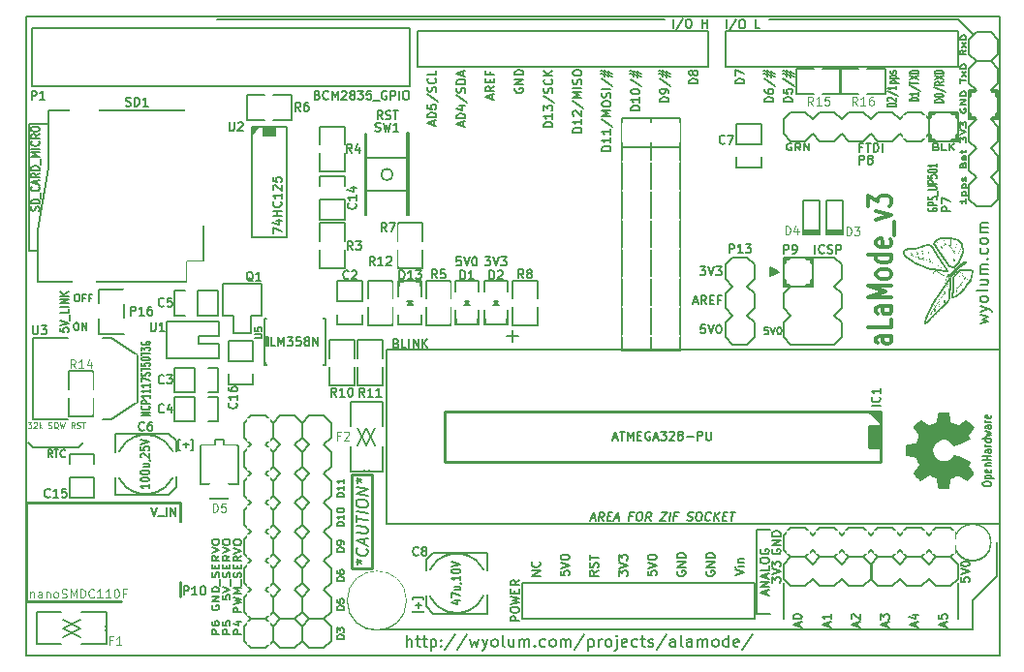
<source format=gto>
G04 (created by PCBNEW (2013-03-15 BZR 4003)-stable) date 14-Jun-13 12:24:43 PM*
%MOIN*%
G04 Gerber Fmt 3.4, Leading zero omitted, Abs format*
%FSLAX34Y34*%
G01*
G70*
G90*
G04 APERTURE LIST*
%ADD10C,2.3622e-006*%
%ADD11C,0.008*%
%ADD12C,0.006*%
%ADD13C,0.005*%
%ADD14C,0.01*%
%ADD15C,0.003*%
%ADD16C,0.012*%
%ADD17C,0.0001*%
%ADD18C,0.004*%
%ADD19R,0.08X0.08*%
%ADD20C,0.08*%
%ADD21R,0.076X0.062*%
%ADD22R,0.07X0.06*%
%ADD23R,0.081X0.0397*%
%ADD24R,0.0594X0.0791*%
%ADD25R,0.062X0.076*%
%ADD26R,0.0712X0.079*%
%ADD27R,0.079X0.0712*%
%ADD28C,0.06*%
%ADD29R,0.054X0.0336*%
%ADD30R,0.1X0.17*%
%ADD31R,0.1X0.08*%
%ADD32R,0.0515X0.0672*%
%ADD33R,0.044X0.1*%
%ADD34R,0.14X0.084*%
%ADD35R,0.1X0.07*%
%ADD36O,0.1X0.07*%
%ADD37C,0.095*%
%ADD38R,0.08X0.05*%
%ADD39R,0.08X0.06*%
%ADD40C,0.065*%
%ADD41R,0.05X0.05*%
%ADD42R,0.08X0.1*%
%ADD43R,0.12X0.125*%
%ADD44R,0.07X0.05*%
%ADD45O,0.14X0.2*%
%ADD46R,0.14X0.2*%
%ADD47O,0.2X0.14*%
%ADD48O,0.09X0.05*%
%ADD49C,0.2*%
%ADD50C,0.12*%
%ADD51O,0.08X0.11*%
%ADD52R,0.08X0.11*%
G04 APERTURE END LIST*
G54D10*
G54D11*
X23110Y-31711D02*
X23110Y-31311D01*
X23282Y-31711D02*
X23282Y-31502D01*
X23263Y-31464D01*
X23225Y-31445D01*
X23167Y-31445D01*
X23129Y-31464D01*
X23110Y-31483D01*
X23415Y-31445D02*
X23567Y-31445D01*
X23472Y-31311D02*
X23472Y-31654D01*
X23491Y-31692D01*
X23529Y-31711D01*
X23567Y-31711D01*
X23644Y-31445D02*
X23796Y-31445D01*
X23701Y-31311D02*
X23701Y-31654D01*
X23720Y-31692D01*
X23758Y-31711D01*
X23796Y-31711D01*
X23929Y-31445D02*
X23929Y-31845D01*
X23929Y-31464D02*
X23967Y-31445D01*
X24044Y-31445D01*
X24082Y-31464D01*
X24101Y-31483D01*
X24120Y-31521D01*
X24120Y-31635D01*
X24101Y-31673D01*
X24082Y-31692D01*
X24044Y-31711D01*
X23967Y-31711D01*
X23929Y-31692D01*
X24291Y-31673D02*
X24310Y-31692D01*
X24291Y-31711D01*
X24272Y-31692D01*
X24291Y-31673D01*
X24291Y-31711D01*
X24291Y-31464D02*
X24310Y-31483D01*
X24291Y-31502D01*
X24272Y-31483D01*
X24291Y-31464D01*
X24291Y-31502D01*
X24767Y-31292D02*
X24425Y-31807D01*
X25186Y-31292D02*
X24844Y-31807D01*
X25282Y-31445D02*
X25358Y-31711D01*
X25434Y-31521D01*
X25510Y-31711D01*
X25586Y-31445D01*
X25701Y-31445D02*
X25796Y-31711D01*
X25891Y-31445D02*
X25796Y-31711D01*
X25758Y-31807D01*
X25739Y-31826D01*
X25701Y-31845D01*
X26101Y-31711D02*
X26063Y-31692D01*
X26044Y-31673D01*
X26025Y-31635D01*
X26025Y-31521D01*
X26044Y-31483D01*
X26063Y-31464D01*
X26101Y-31445D01*
X26158Y-31445D01*
X26196Y-31464D01*
X26215Y-31483D01*
X26234Y-31521D01*
X26234Y-31635D01*
X26215Y-31673D01*
X26196Y-31692D01*
X26158Y-31711D01*
X26101Y-31711D01*
X26463Y-31711D02*
X26425Y-31692D01*
X26405Y-31654D01*
X26405Y-31311D01*
X26786Y-31445D02*
X26786Y-31711D01*
X26615Y-31445D02*
X26615Y-31654D01*
X26634Y-31692D01*
X26672Y-31711D01*
X26729Y-31711D01*
X26767Y-31692D01*
X26786Y-31673D01*
X26977Y-31711D02*
X26977Y-31445D01*
X26977Y-31483D02*
X26996Y-31464D01*
X27034Y-31445D01*
X27091Y-31445D01*
X27129Y-31464D01*
X27148Y-31502D01*
X27148Y-31711D01*
X27148Y-31502D02*
X27167Y-31464D01*
X27205Y-31445D01*
X27263Y-31445D01*
X27301Y-31464D01*
X27320Y-31502D01*
X27320Y-31711D01*
X27510Y-31673D02*
X27529Y-31692D01*
X27510Y-31711D01*
X27491Y-31692D01*
X27510Y-31673D01*
X27510Y-31711D01*
X27872Y-31692D02*
X27834Y-31711D01*
X27758Y-31711D01*
X27720Y-31692D01*
X27701Y-31673D01*
X27682Y-31635D01*
X27682Y-31521D01*
X27701Y-31483D01*
X27720Y-31464D01*
X27758Y-31445D01*
X27834Y-31445D01*
X27872Y-31464D01*
X28101Y-31711D02*
X28063Y-31692D01*
X28044Y-31673D01*
X28025Y-31635D01*
X28025Y-31521D01*
X28044Y-31483D01*
X28063Y-31464D01*
X28101Y-31445D01*
X28158Y-31445D01*
X28196Y-31464D01*
X28215Y-31483D01*
X28234Y-31521D01*
X28234Y-31635D01*
X28215Y-31673D01*
X28196Y-31692D01*
X28158Y-31711D01*
X28101Y-31711D01*
X28405Y-31711D02*
X28405Y-31445D01*
X28405Y-31483D02*
X28425Y-31464D01*
X28463Y-31445D01*
X28520Y-31445D01*
X28558Y-31464D01*
X28577Y-31502D01*
X28577Y-31711D01*
X28577Y-31502D02*
X28596Y-31464D01*
X28634Y-31445D01*
X28691Y-31445D01*
X28729Y-31464D01*
X28748Y-31502D01*
X28748Y-31711D01*
X29225Y-31292D02*
X28882Y-31807D01*
X29358Y-31445D02*
X29358Y-31845D01*
X29358Y-31464D02*
X29396Y-31445D01*
X29472Y-31445D01*
X29510Y-31464D01*
X29529Y-31483D01*
X29548Y-31521D01*
X29548Y-31635D01*
X29529Y-31673D01*
X29510Y-31692D01*
X29472Y-31711D01*
X29396Y-31711D01*
X29358Y-31692D01*
X29720Y-31711D02*
X29720Y-31445D01*
X29720Y-31521D02*
X29739Y-31483D01*
X29758Y-31464D01*
X29796Y-31445D01*
X29834Y-31445D01*
X30025Y-31711D02*
X29986Y-31692D01*
X29967Y-31673D01*
X29948Y-31635D01*
X29948Y-31521D01*
X29967Y-31483D01*
X29986Y-31464D01*
X30025Y-31445D01*
X30082Y-31445D01*
X30120Y-31464D01*
X30139Y-31483D01*
X30158Y-31521D01*
X30158Y-31635D01*
X30139Y-31673D01*
X30120Y-31692D01*
X30082Y-31711D01*
X30025Y-31711D01*
X30329Y-31445D02*
X30329Y-31788D01*
X30310Y-31826D01*
X30272Y-31845D01*
X30253Y-31845D01*
X30329Y-31311D02*
X30310Y-31330D01*
X30329Y-31350D01*
X30348Y-31330D01*
X30329Y-31311D01*
X30329Y-31350D01*
X30672Y-31692D02*
X30634Y-31711D01*
X30558Y-31711D01*
X30520Y-31692D01*
X30501Y-31654D01*
X30501Y-31502D01*
X30520Y-31464D01*
X30558Y-31445D01*
X30634Y-31445D01*
X30672Y-31464D01*
X30691Y-31502D01*
X30691Y-31540D01*
X30501Y-31578D01*
X31034Y-31692D02*
X30996Y-31711D01*
X30920Y-31711D01*
X30882Y-31692D01*
X30863Y-31673D01*
X30844Y-31635D01*
X30844Y-31521D01*
X30863Y-31483D01*
X30882Y-31464D01*
X30920Y-31445D01*
X30996Y-31445D01*
X31034Y-31464D01*
X31148Y-31445D02*
X31301Y-31445D01*
X31205Y-31311D02*
X31205Y-31654D01*
X31225Y-31692D01*
X31263Y-31711D01*
X31301Y-31711D01*
X31415Y-31692D02*
X31453Y-31711D01*
X31529Y-31711D01*
X31567Y-31692D01*
X31586Y-31654D01*
X31586Y-31635D01*
X31567Y-31597D01*
X31529Y-31578D01*
X31472Y-31578D01*
X31434Y-31559D01*
X31415Y-31521D01*
X31415Y-31502D01*
X31434Y-31464D01*
X31472Y-31445D01*
X31529Y-31445D01*
X31567Y-31464D01*
X32044Y-31292D02*
X31701Y-31807D01*
X32348Y-31711D02*
X32348Y-31502D01*
X32329Y-31464D01*
X32291Y-31445D01*
X32215Y-31445D01*
X32177Y-31464D01*
X32348Y-31692D02*
X32310Y-31711D01*
X32215Y-31711D01*
X32177Y-31692D01*
X32158Y-31654D01*
X32158Y-31616D01*
X32177Y-31578D01*
X32215Y-31559D01*
X32310Y-31559D01*
X32348Y-31540D01*
X32596Y-31711D02*
X32558Y-31692D01*
X32539Y-31654D01*
X32539Y-31311D01*
X32920Y-31711D02*
X32920Y-31502D01*
X32901Y-31464D01*
X32863Y-31445D01*
X32786Y-31445D01*
X32748Y-31464D01*
X32920Y-31692D02*
X32882Y-31711D01*
X32786Y-31711D01*
X32748Y-31692D01*
X32729Y-31654D01*
X32729Y-31616D01*
X32748Y-31578D01*
X32786Y-31559D01*
X32882Y-31559D01*
X32920Y-31540D01*
X33110Y-31711D02*
X33110Y-31445D01*
X33110Y-31483D02*
X33129Y-31464D01*
X33167Y-31445D01*
X33224Y-31445D01*
X33263Y-31464D01*
X33282Y-31502D01*
X33282Y-31711D01*
X33282Y-31502D02*
X33301Y-31464D01*
X33339Y-31445D01*
X33396Y-31445D01*
X33434Y-31464D01*
X33453Y-31502D01*
X33453Y-31711D01*
X33701Y-31711D02*
X33663Y-31692D01*
X33644Y-31673D01*
X33625Y-31635D01*
X33625Y-31521D01*
X33644Y-31483D01*
X33663Y-31464D01*
X33701Y-31445D01*
X33758Y-31445D01*
X33796Y-31464D01*
X33815Y-31483D01*
X33834Y-31521D01*
X33834Y-31635D01*
X33815Y-31673D01*
X33796Y-31692D01*
X33758Y-31711D01*
X33701Y-31711D01*
X34177Y-31711D02*
X34177Y-31311D01*
X34177Y-31692D02*
X34139Y-31711D01*
X34063Y-31711D01*
X34025Y-31692D01*
X34005Y-31673D01*
X33986Y-31635D01*
X33986Y-31521D01*
X34005Y-31483D01*
X34025Y-31464D01*
X34063Y-31445D01*
X34139Y-31445D01*
X34177Y-31464D01*
X34520Y-31692D02*
X34482Y-31711D01*
X34405Y-31711D01*
X34367Y-31692D01*
X34348Y-31654D01*
X34348Y-31502D01*
X34367Y-31464D01*
X34405Y-31445D01*
X34482Y-31445D01*
X34520Y-31464D01*
X34539Y-31502D01*
X34539Y-31540D01*
X34348Y-31578D01*
X34996Y-31292D02*
X34653Y-31807D01*
G54D12*
X22400Y-27475D02*
X43475Y-27475D01*
G54D13*
X35150Y-30575D02*
X35600Y-30575D01*
X35150Y-27675D02*
X35150Y-30575D01*
X35600Y-27675D02*
X35150Y-27675D01*
X11800Y-24850D02*
X11025Y-24850D01*
X11975Y-24675D02*
X11800Y-24850D01*
X10250Y-24850D02*
X10075Y-24675D01*
X11025Y-24850D02*
X10250Y-24850D01*
X10907Y-25176D02*
X10823Y-25057D01*
X10764Y-25176D02*
X10764Y-24926D01*
X10859Y-24926D01*
X10883Y-24938D01*
X10895Y-24950D01*
X10907Y-24973D01*
X10907Y-25009D01*
X10895Y-25033D01*
X10883Y-25045D01*
X10859Y-25057D01*
X10764Y-25057D01*
X10978Y-24926D02*
X11121Y-24926D01*
X11050Y-25176D02*
X11050Y-24926D01*
X11347Y-25152D02*
X11335Y-25164D01*
X11300Y-25176D01*
X11276Y-25176D01*
X11240Y-25164D01*
X11216Y-25140D01*
X11204Y-25116D01*
X11192Y-25069D01*
X11192Y-25033D01*
X11204Y-24985D01*
X11216Y-24961D01*
X11240Y-24938D01*
X11276Y-24926D01*
X11300Y-24926D01*
X11335Y-24938D01*
X11347Y-24950D01*
G54D14*
X39075Y-28875D02*
X39075Y-29350D01*
G54D13*
X42171Y-29324D02*
X42171Y-29467D01*
X42314Y-29482D01*
X42300Y-29467D01*
X42285Y-29439D01*
X42285Y-29367D01*
X42300Y-29339D01*
X42314Y-29324D01*
X42342Y-29310D01*
X42414Y-29310D01*
X42442Y-29324D01*
X42457Y-29339D01*
X42471Y-29367D01*
X42471Y-29439D01*
X42457Y-29467D01*
X42442Y-29482D01*
X42171Y-29225D02*
X42471Y-29125D01*
X42171Y-29025D01*
X42171Y-28867D02*
X42171Y-28839D01*
X42185Y-28810D01*
X42200Y-28796D01*
X42228Y-28782D01*
X42285Y-28767D01*
X42357Y-28767D01*
X42414Y-28782D01*
X42442Y-28796D01*
X42457Y-28810D01*
X42471Y-28839D01*
X42471Y-28867D01*
X42457Y-28896D01*
X42442Y-28910D01*
X42414Y-28924D01*
X42357Y-28939D01*
X42285Y-28939D01*
X42228Y-28924D01*
X42200Y-28910D01*
X42185Y-28896D01*
X42171Y-28867D01*
X35685Y-28353D02*
X35671Y-28382D01*
X35671Y-28425D01*
X35685Y-28467D01*
X35714Y-28496D01*
X35742Y-28510D01*
X35800Y-28525D01*
X35842Y-28525D01*
X35900Y-28510D01*
X35928Y-28496D01*
X35957Y-28467D01*
X35971Y-28425D01*
X35971Y-28396D01*
X35957Y-28353D01*
X35942Y-28339D01*
X35842Y-28339D01*
X35842Y-28396D01*
X35971Y-28210D02*
X35671Y-28210D01*
X35971Y-28039D01*
X35671Y-28039D01*
X35971Y-27896D02*
X35671Y-27896D01*
X35671Y-27825D01*
X35685Y-27782D01*
X35714Y-27753D01*
X35742Y-27739D01*
X35800Y-27725D01*
X35842Y-27725D01*
X35900Y-27739D01*
X35928Y-27753D01*
X35957Y-27782D01*
X35971Y-27825D01*
X35971Y-27896D01*
X35671Y-29496D02*
X35671Y-29310D01*
X35785Y-29410D01*
X35785Y-29367D01*
X35800Y-29339D01*
X35814Y-29324D01*
X35842Y-29310D01*
X35914Y-29310D01*
X35942Y-29324D01*
X35957Y-29339D01*
X35971Y-29367D01*
X35971Y-29453D01*
X35957Y-29482D01*
X35942Y-29496D01*
X35671Y-29225D02*
X35971Y-29125D01*
X35671Y-29025D01*
X35671Y-28953D02*
X35671Y-28767D01*
X35785Y-28867D01*
X35785Y-28824D01*
X35800Y-28796D01*
X35814Y-28782D01*
X35842Y-28767D01*
X35914Y-28767D01*
X35942Y-28782D01*
X35957Y-28796D01*
X35971Y-28824D01*
X35971Y-28910D01*
X35957Y-28939D01*
X35942Y-28953D01*
G54D12*
X22400Y-21475D02*
X43475Y-21475D01*
G54D13*
X43500Y-32000D02*
X43500Y-10000D01*
X31500Y-13500D02*
X31500Y-21500D01*
X30500Y-14500D02*
X32500Y-14500D01*
X30500Y-21500D02*
X30500Y-13500D01*
X32500Y-21500D02*
X30500Y-21500D01*
X32500Y-13500D02*
X32500Y-21500D01*
X30500Y-13500D02*
X32500Y-13500D01*
G54D15*
X10069Y-23980D02*
X10192Y-23980D01*
X10126Y-24057D01*
X10154Y-24057D01*
X10173Y-24066D01*
X10183Y-24076D01*
X10192Y-24095D01*
X10192Y-24142D01*
X10183Y-24161D01*
X10173Y-24171D01*
X10154Y-24180D01*
X10097Y-24180D01*
X10078Y-24171D01*
X10069Y-24161D01*
X10269Y-24000D02*
X10278Y-23990D01*
X10297Y-23980D01*
X10345Y-23980D01*
X10364Y-23990D01*
X10373Y-24000D01*
X10383Y-24019D01*
X10383Y-24038D01*
X10373Y-24066D01*
X10259Y-24180D01*
X10383Y-24180D01*
X10469Y-24180D02*
X10469Y-23980D01*
X10488Y-24104D02*
X10545Y-24180D01*
X10545Y-24047D02*
X10469Y-24123D01*
X10773Y-24171D02*
X10802Y-24180D01*
X10850Y-24180D01*
X10869Y-24171D01*
X10878Y-24161D01*
X10888Y-24142D01*
X10888Y-24123D01*
X10878Y-24104D01*
X10869Y-24095D01*
X10850Y-24085D01*
X10811Y-24076D01*
X10792Y-24066D01*
X10783Y-24057D01*
X10773Y-24038D01*
X10773Y-24019D01*
X10783Y-24000D01*
X10792Y-23990D01*
X10811Y-23980D01*
X10859Y-23980D01*
X10888Y-23990D01*
X11107Y-24200D02*
X11088Y-24190D01*
X11069Y-24171D01*
X11040Y-24142D01*
X11021Y-24133D01*
X11002Y-24133D01*
X11011Y-24180D02*
X10992Y-24171D01*
X10973Y-24152D01*
X10964Y-24114D01*
X10964Y-24047D01*
X10973Y-24009D01*
X10992Y-23990D01*
X11011Y-23980D01*
X11050Y-23980D01*
X11069Y-23990D01*
X11088Y-24009D01*
X11097Y-24047D01*
X11097Y-24114D01*
X11088Y-24152D01*
X11069Y-24171D01*
X11050Y-24180D01*
X11011Y-24180D01*
X11164Y-23980D02*
X11211Y-24180D01*
X11250Y-24038D01*
X11288Y-24180D01*
X11335Y-23980D01*
X11678Y-24180D02*
X11611Y-24085D01*
X11564Y-24180D02*
X11564Y-23980D01*
X11640Y-23980D01*
X11659Y-23990D01*
X11669Y-24000D01*
X11678Y-24019D01*
X11678Y-24047D01*
X11669Y-24066D01*
X11659Y-24076D01*
X11640Y-24085D01*
X11564Y-24085D01*
X11754Y-24171D02*
X11783Y-24180D01*
X11830Y-24180D01*
X11850Y-24171D01*
X11859Y-24161D01*
X11869Y-24142D01*
X11869Y-24123D01*
X11859Y-24104D01*
X11850Y-24095D01*
X11830Y-24085D01*
X11792Y-24076D01*
X11773Y-24066D01*
X11764Y-24057D01*
X11754Y-24038D01*
X11754Y-24019D01*
X11764Y-24000D01*
X11773Y-23990D01*
X11792Y-23980D01*
X11840Y-23980D01*
X11869Y-23990D01*
X11926Y-23980D02*
X12040Y-23980D01*
X11983Y-24180D02*
X11983Y-23980D01*
G54D14*
X21200Y-29025D02*
X21925Y-29025D01*
X21200Y-25775D02*
X21925Y-25775D01*
X21200Y-29025D02*
X21200Y-25775D01*
X21925Y-25775D02*
X21925Y-29025D01*
G54D13*
X29438Y-27285D02*
X29581Y-27285D01*
X29399Y-27371D02*
X29536Y-27071D01*
X29599Y-27371D01*
X29870Y-27371D02*
X29788Y-27228D01*
X29699Y-27371D02*
X29736Y-27071D01*
X29850Y-27071D01*
X29877Y-27085D01*
X29890Y-27100D01*
X29900Y-27128D01*
X29895Y-27171D01*
X29877Y-27200D01*
X29861Y-27214D01*
X29831Y-27228D01*
X29716Y-27228D01*
X30018Y-27214D02*
X30118Y-27214D01*
X30141Y-27371D02*
X29999Y-27371D01*
X30036Y-27071D01*
X30179Y-27071D01*
X30266Y-27285D02*
X30409Y-27285D01*
X30227Y-27371D02*
X30365Y-27071D01*
X30427Y-27371D01*
X30875Y-27214D02*
X30775Y-27214D01*
X30756Y-27371D02*
X30793Y-27071D01*
X30936Y-27071D01*
X31108Y-27071D02*
X31165Y-27071D01*
X31191Y-27085D01*
X31216Y-27114D01*
X31224Y-27171D01*
X31211Y-27271D01*
X31190Y-27328D01*
X31158Y-27357D01*
X31127Y-27371D01*
X31070Y-27371D01*
X31043Y-27357D01*
X31018Y-27328D01*
X31011Y-27271D01*
X31024Y-27171D01*
X31045Y-27114D01*
X31077Y-27085D01*
X31108Y-27071D01*
X31499Y-27371D02*
X31416Y-27228D01*
X31327Y-27371D02*
X31365Y-27071D01*
X31479Y-27071D01*
X31506Y-27085D01*
X31518Y-27100D01*
X31529Y-27128D01*
X31524Y-27171D01*
X31506Y-27200D01*
X31490Y-27214D01*
X31459Y-27228D01*
X31345Y-27228D01*
X31865Y-27071D02*
X32065Y-27071D01*
X31827Y-27371D01*
X32027Y-27371D01*
X32141Y-27371D02*
X32179Y-27071D01*
X32404Y-27214D02*
X32304Y-27214D01*
X32284Y-27371D02*
X32322Y-27071D01*
X32465Y-27071D01*
X32758Y-27357D02*
X32799Y-27371D01*
X32870Y-27371D01*
X32900Y-27357D01*
X32916Y-27342D01*
X32934Y-27314D01*
X32938Y-27285D01*
X32927Y-27257D01*
X32915Y-27242D01*
X32888Y-27228D01*
X32833Y-27214D01*
X32806Y-27200D01*
X32793Y-27185D01*
X32783Y-27157D01*
X32786Y-27128D01*
X32804Y-27100D01*
X32820Y-27085D01*
X32850Y-27071D01*
X32922Y-27071D01*
X32963Y-27085D01*
X33150Y-27071D02*
X33208Y-27071D01*
X33234Y-27085D01*
X33259Y-27114D01*
X33266Y-27171D01*
X33254Y-27271D01*
X33233Y-27328D01*
X33200Y-27357D01*
X33170Y-27371D01*
X33113Y-27371D01*
X33086Y-27357D01*
X33061Y-27328D01*
X33054Y-27271D01*
X33066Y-27171D01*
X33088Y-27114D01*
X33120Y-27085D01*
X33150Y-27071D01*
X33545Y-27342D02*
X33529Y-27357D01*
X33484Y-27371D01*
X33456Y-27371D01*
X33415Y-27357D01*
X33390Y-27328D01*
X33379Y-27300D01*
X33372Y-27242D01*
X33377Y-27200D01*
X33399Y-27142D01*
X33416Y-27114D01*
X33449Y-27085D01*
X33493Y-27071D01*
X33522Y-27071D01*
X33563Y-27085D01*
X33575Y-27100D01*
X33670Y-27371D02*
X33708Y-27071D01*
X33841Y-27371D02*
X33734Y-27200D01*
X33879Y-27071D02*
X33686Y-27242D01*
X33990Y-27214D02*
X34090Y-27214D01*
X34113Y-27371D02*
X33970Y-27371D01*
X34008Y-27071D01*
X34150Y-27071D01*
X34236Y-27071D02*
X34408Y-27071D01*
X34284Y-27371D02*
X34322Y-27071D01*
G54D12*
X21361Y-28770D02*
X21457Y-28782D01*
X21419Y-28872D02*
X21457Y-28782D01*
X21419Y-28682D01*
X21533Y-28848D02*
X21457Y-28782D01*
X21533Y-28734D01*
X21723Y-28339D02*
X21742Y-28360D01*
X21761Y-28420D01*
X21761Y-28458D01*
X21742Y-28513D01*
X21704Y-28546D01*
X21666Y-28560D01*
X21590Y-28570D01*
X21533Y-28563D01*
X21457Y-28534D01*
X21419Y-28510D01*
X21380Y-28467D01*
X21361Y-28408D01*
X21361Y-28370D01*
X21380Y-28315D01*
X21400Y-28298D01*
X21647Y-28177D02*
X21647Y-27986D01*
X21761Y-28229D02*
X21361Y-28046D01*
X21761Y-27963D01*
X21361Y-27779D02*
X21685Y-27820D01*
X21723Y-27805D01*
X21742Y-27789D01*
X21761Y-27753D01*
X21761Y-27677D01*
X21742Y-27636D01*
X21723Y-27615D01*
X21685Y-27591D01*
X21361Y-27551D01*
X21361Y-27417D02*
X21361Y-27189D01*
X21761Y-27353D02*
X21361Y-27303D01*
X21761Y-27105D02*
X21361Y-27055D01*
X21361Y-26789D02*
X21361Y-26713D01*
X21380Y-26677D01*
X21419Y-26644D01*
X21495Y-26634D01*
X21628Y-26651D01*
X21704Y-26679D01*
X21742Y-26722D01*
X21761Y-26763D01*
X21761Y-26839D01*
X21742Y-26874D01*
X21704Y-26908D01*
X21628Y-26917D01*
X21495Y-26901D01*
X21419Y-26872D01*
X21380Y-26829D01*
X21361Y-26789D01*
X21761Y-26496D02*
X21361Y-26446D01*
X21761Y-26267D01*
X21361Y-26217D01*
X21361Y-25970D02*
X21457Y-25982D01*
X21419Y-26072D02*
X21457Y-25982D01*
X21419Y-25882D01*
X21533Y-26048D02*
X21457Y-25982D01*
X21533Y-25934D01*
X34100Y-10421D02*
X34100Y-10121D01*
X34457Y-10107D02*
X34200Y-10492D01*
X34614Y-10121D02*
X34671Y-10121D01*
X34700Y-10135D01*
X34728Y-10164D01*
X34742Y-10221D01*
X34742Y-10321D01*
X34728Y-10378D01*
X34700Y-10407D01*
X34671Y-10421D01*
X34614Y-10421D01*
X34585Y-10407D01*
X34557Y-10378D01*
X34542Y-10321D01*
X34542Y-10221D01*
X34557Y-10164D01*
X34585Y-10135D01*
X34614Y-10121D01*
X35242Y-10421D02*
X35100Y-10421D01*
X35100Y-10121D01*
X32264Y-10396D02*
X32264Y-10096D01*
X32621Y-10082D02*
X32364Y-10467D01*
X32778Y-10096D02*
X32835Y-10096D01*
X32864Y-10110D01*
X32892Y-10139D01*
X32907Y-10196D01*
X32907Y-10296D01*
X32892Y-10353D01*
X32864Y-10382D01*
X32835Y-10396D01*
X32778Y-10396D01*
X32750Y-10382D01*
X32721Y-10353D01*
X32707Y-10296D01*
X32707Y-10196D01*
X32721Y-10139D01*
X32750Y-10110D01*
X32778Y-10096D01*
X33264Y-10396D02*
X33264Y-10096D01*
X33264Y-10239D02*
X33435Y-10239D01*
X33435Y-10396D02*
X33435Y-10096D01*
X35485Y-29910D02*
X35485Y-29767D01*
X35571Y-29939D02*
X35271Y-29839D01*
X35571Y-29739D01*
X35571Y-29639D02*
X35271Y-29639D01*
X35571Y-29467D01*
X35271Y-29467D01*
X35485Y-29339D02*
X35485Y-29196D01*
X35571Y-29367D02*
X35271Y-29267D01*
X35571Y-29167D01*
X35571Y-28924D02*
X35571Y-29067D01*
X35271Y-29067D01*
X35271Y-28767D02*
X35271Y-28710D01*
X35285Y-28682D01*
X35314Y-28653D01*
X35371Y-28639D01*
X35471Y-28639D01*
X35528Y-28653D01*
X35557Y-28682D01*
X35571Y-28710D01*
X35571Y-28767D01*
X35557Y-28796D01*
X35528Y-28824D01*
X35471Y-28839D01*
X35371Y-28839D01*
X35314Y-28824D01*
X35285Y-28796D01*
X35271Y-28767D01*
X35285Y-28353D02*
X35271Y-28382D01*
X35271Y-28424D01*
X35285Y-28467D01*
X35314Y-28496D01*
X35342Y-28510D01*
X35400Y-28524D01*
X35442Y-28524D01*
X35500Y-28510D01*
X35528Y-28496D01*
X35557Y-28467D01*
X35571Y-28424D01*
X35571Y-28396D01*
X35557Y-28353D01*
X35542Y-28339D01*
X35442Y-28339D01*
X35442Y-28396D01*
X26971Y-30817D02*
X26671Y-30817D01*
X26671Y-30703D01*
X26685Y-30675D01*
X26700Y-30660D01*
X26728Y-30646D01*
X26771Y-30646D01*
X26800Y-30660D01*
X26814Y-30675D01*
X26828Y-30703D01*
X26828Y-30817D01*
X26671Y-30460D02*
X26671Y-30403D01*
X26685Y-30375D01*
X26714Y-30346D01*
X26771Y-30332D01*
X26871Y-30332D01*
X26928Y-30346D01*
X26957Y-30375D01*
X26971Y-30403D01*
X26971Y-30460D01*
X26957Y-30489D01*
X26928Y-30517D01*
X26871Y-30532D01*
X26771Y-30532D01*
X26714Y-30517D01*
X26685Y-30489D01*
X26671Y-30460D01*
X26671Y-30232D02*
X26971Y-30160D01*
X26757Y-30103D01*
X26971Y-30046D01*
X26671Y-29975D01*
X26814Y-29860D02*
X26814Y-29760D01*
X26971Y-29717D02*
X26971Y-29860D01*
X26671Y-29860D01*
X26671Y-29717D01*
X26971Y-29417D02*
X26828Y-29517D01*
X26971Y-29589D02*
X26671Y-29589D01*
X26671Y-29475D01*
X26685Y-29446D01*
X26700Y-29432D01*
X26728Y-29417D01*
X26771Y-29417D01*
X26800Y-29432D01*
X26814Y-29446D01*
X26828Y-29475D01*
X26828Y-29589D01*
G54D16*
X39793Y-21001D02*
X39374Y-21001D01*
X39298Y-21029D01*
X39260Y-21087D01*
X39260Y-21201D01*
X39298Y-21258D01*
X39755Y-21001D02*
X39793Y-21058D01*
X39793Y-21201D01*
X39755Y-21258D01*
X39679Y-21287D01*
X39603Y-21287D01*
X39527Y-21258D01*
X39489Y-21201D01*
X39489Y-21058D01*
X39450Y-21001D01*
X39793Y-20430D02*
X39793Y-20715D01*
X38993Y-20715D01*
X39793Y-19972D02*
X39374Y-19972D01*
X39298Y-20001D01*
X39260Y-20058D01*
X39260Y-20172D01*
X39298Y-20230D01*
X39755Y-19972D02*
X39793Y-20030D01*
X39793Y-20172D01*
X39755Y-20230D01*
X39679Y-20258D01*
X39603Y-20258D01*
X39527Y-20230D01*
X39489Y-20172D01*
X39489Y-20030D01*
X39450Y-19972D01*
X39793Y-19687D02*
X38993Y-19687D01*
X39565Y-19487D01*
X38993Y-19287D01*
X39793Y-19287D01*
X39793Y-18915D02*
X39755Y-18972D01*
X39717Y-19001D01*
X39641Y-19030D01*
X39412Y-19030D01*
X39336Y-19001D01*
X39298Y-18972D01*
X39260Y-18915D01*
X39260Y-18830D01*
X39298Y-18772D01*
X39336Y-18744D01*
X39412Y-18715D01*
X39641Y-18715D01*
X39717Y-18744D01*
X39755Y-18772D01*
X39793Y-18830D01*
X39793Y-18915D01*
X39793Y-18201D02*
X38993Y-18201D01*
X39755Y-18201D02*
X39793Y-18258D01*
X39793Y-18372D01*
X39755Y-18430D01*
X39717Y-18458D01*
X39641Y-18487D01*
X39412Y-18487D01*
X39336Y-18458D01*
X39298Y-18430D01*
X39260Y-18372D01*
X39260Y-18258D01*
X39298Y-18201D01*
X39755Y-17687D02*
X39793Y-17744D01*
X39793Y-17858D01*
X39755Y-17915D01*
X39679Y-17944D01*
X39374Y-17944D01*
X39298Y-17915D01*
X39260Y-17858D01*
X39260Y-17744D01*
X39298Y-17687D01*
X39374Y-17658D01*
X39450Y-17658D01*
X39527Y-17944D01*
X39870Y-17544D02*
X39870Y-17087D01*
X39260Y-17001D02*
X39793Y-16858D01*
X39260Y-16715D01*
X38993Y-16544D02*
X38993Y-16172D01*
X39298Y-16372D01*
X39298Y-16287D01*
X39336Y-16230D01*
X39374Y-16201D01*
X39450Y-16172D01*
X39641Y-16172D01*
X39717Y-16201D01*
X39755Y-16230D01*
X39793Y-16287D01*
X39793Y-16458D01*
X39755Y-16515D01*
X39717Y-16544D01*
G54D12*
X42840Y-20582D02*
X43106Y-20506D01*
X42916Y-20430D01*
X43106Y-20353D01*
X42840Y-20277D01*
X42840Y-20163D02*
X43106Y-20068D01*
X42840Y-19972D02*
X43106Y-20068D01*
X43202Y-20106D01*
X43221Y-20125D01*
X43240Y-20163D01*
X43106Y-19763D02*
X43087Y-19801D01*
X43068Y-19820D01*
X43030Y-19839D01*
X42916Y-19839D01*
X42878Y-19820D01*
X42859Y-19801D01*
X42840Y-19763D01*
X42840Y-19706D01*
X42859Y-19668D01*
X42878Y-19649D01*
X42916Y-19630D01*
X43030Y-19630D01*
X43068Y-19649D01*
X43087Y-19668D01*
X43106Y-19706D01*
X43106Y-19763D01*
X43106Y-19401D02*
X43087Y-19439D01*
X43049Y-19458D01*
X42706Y-19458D01*
X42840Y-19077D02*
X43106Y-19077D01*
X42840Y-19249D02*
X43049Y-19249D01*
X43087Y-19230D01*
X43106Y-19191D01*
X43106Y-19134D01*
X43087Y-19096D01*
X43068Y-19077D01*
X43106Y-18887D02*
X42840Y-18887D01*
X42878Y-18887D02*
X42859Y-18868D01*
X42840Y-18830D01*
X42840Y-18772D01*
X42859Y-18734D01*
X42897Y-18715D01*
X43106Y-18715D01*
X42897Y-18715D02*
X42859Y-18696D01*
X42840Y-18658D01*
X42840Y-18601D01*
X42859Y-18563D01*
X42897Y-18544D01*
X43106Y-18544D01*
X43068Y-18353D02*
X43087Y-18334D01*
X43106Y-18353D01*
X43087Y-18372D01*
X43068Y-18353D01*
X43106Y-18353D01*
X43087Y-17991D02*
X43106Y-18030D01*
X43106Y-18106D01*
X43087Y-18144D01*
X43068Y-18163D01*
X43030Y-18182D01*
X42916Y-18182D01*
X42878Y-18163D01*
X42859Y-18144D01*
X42840Y-18106D01*
X42840Y-18030D01*
X42859Y-17991D01*
X43106Y-17763D02*
X43087Y-17801D01*
X43068Y-17820D01*
X43030Y-17839D01*
X42916Y-17839D01*
X42878Y-17820D01*
X42859Y-17801D01*
X42840Y-17763D01*
X42840Y-17706D01*
X42859Y-17668D01*
X42878Y-17649D01*
X42916Y-17630D01*
X43030Y-17630D01*
X43068Y-17649D01*
X43087Y-17668D01*
X43106Y-17706D01*
X43106Y-17763D01*
X43106Y-17458D02*
X42840Y-17458D01*
X42878Y-17458D02*
X42859Y-17439D01*
X42840Y-17401D01*
X42840Y-17344D01*
X42859Y-17306D01*
X42897Y-17287D01*
X43106Y-17287D01*
X42897Y-17287D02*
X42859Y-17268D01*
X42840Y-17230D01*
X42840Y-17172D01*
X42859Y-17134D01*
X42897Y-17115D01*
X43106Y-17115D01*
G54D13*
X10000Y-10000D02*
X43500Y-10000D01*
X43500Y-32000D02*
X10000Y-32000D01*
X10000Y-32000D02*
X10000Y-10000D01*
G54D12*
X17750Y-25750D02*
X17500Y-25500D01*
X17500Y-25500D02*
X17500Y-25000D01*
X17500Y-25000D02*
X17750Y-24750D01*
X17750Y-24750D02*
X17500Y-24500D01*
X17500Y-24500D02*
X17500Y-24000D01*
X17500Y-24000D02*
X17750Y-23750D01*
X17750Y-23750D02*
X18250Y-23750D01*
X18250Y-23750D02*
X18500Y-24000D01*
X18500Y-24000D02*
X18500Y-24500D01*
X18500Y-24500D02*
X18250Y-24750D01*
X18250Y-24750D02*
X18500Y-25000D01*
X18500Y-25000D02*
X18500Y-25500D01*
X18500Y-25500D02*
X18250Y-25750D01*
X17750Y-30750D02*
X18250Y-30750D01*
X17750Y-31750D02*
X18250Y-31750D01*
X18250Y-31750D02*
X18500Y-31500D01*
X18500Y-31500D02*
X18500Y-31000D01*
X18500Y-31000D02*
X18250Y-30750D01*
X18250Y-30750D02*
X18500Y-30500D01*
X18500Y-30500D02*
X18500Y-30000D01*
X18500Y-30000D02*
X18250Y-29750D01*
X18250Y-29750D02*
X18500Y-29500D01*
X18500Y-29500D02*
X18500Y-29000D01*
X18500Y-29000D02*
X18250Y-28750D01*
X18250Y-28750D02*
X18500Y-28500D01*
X18500Y-28500D02*
X18500Y-28000D01*
X18500Y-28000D02*
X18250Y-27750D01*
X18250Y-27750D02*
X18500Y-27500D01*
X18500Y-27500D02*
X18500Y-27000D01*
X18500Y-27000D02*
X18250Y-26750D01*
X18250Y-26750D02*
X18500Y-26500D01*
X18500Y-26500D02*
X18500Y-26000D01*
X18500Y-26000D02*
X18250Y-25750D01*
X17750Y-25750D02*
X17500Y-26000D01*
X17500Y-26000D02*
X17500Y-26500D01*
X17500Y-26500D02*
X17750Y-26750D01*
X17750Y-26750D02*
X17500Y-27000D01*
X17500Y-27000D02*
X17500Y-27500D01*
X17500Y-27500D02*
X17750Y-27750D01*
X17750Y-27750D02*
X17500Y-28000D01*
X17500Y-28000D02*
X17500Y-28500D01*
X17500Y-28500D02*
X17750Y-28750D01*
X17750Y-28750D02*
X17500Y-29000D01*
X17500Y-29000D02*
X17500Y-29500D01*
X17500Y-29500D02*
X17750Y-29750D01*
X17750Y-29750D02*
X17500Y-30000D01*
X17500Y-30000D02*
X17500Y-30500D01*
X17500Y-30500D02*
X17750Y-30750D01*
X17750Y-30750D02*
X17500Y-31000D01*
X17500Y-31000D02*
X17500Y-31500D01*
X17500Y-31500D02*
X17750Y-31750D01*
X18750Y-25750D02*
X18500Y-25500D01*
X18500Y-25500D02*
X18500Y-25000D01*
X18500Y-25000D02*
X18750Y-24750D01*
X18750Y-24750D02*
X18500Y-24500D01*
X18500Y-24500D02*
X18500Y-24000D01*
X18500Y-24000D02*
X18750Y-23750D01*
X18750Y-23750D02*
X19250Y-23750D01*
X19250Y-23750D02*
X19500Y-24000D01*
X19500Y-24000D02*
X19500Y-24500D01*
X19500Y-24500D02*
X19250Y-24750D01*
X19250Y-24750D02*
X19500Y-25000D01*
X19500Y-25000D02*
X19500Y-25500D01*
X19500Y-25500D02*
X19250Y-25750D01*
X18750Y-30750D02*
X19250Y-30750D01*
X18750Y-31750D02*
X19250Y-31750D01*
X19250Y-31750D02*
X19500Y-31500D01*
X19500Y-31500D02*
X19500Y-31000D01*
X19500Y-31000D02*
X19250Y-30750D01*
X19250Y-30750D02*
X19500Y-30500D01*
X19500Y-30500D02*
X19500Y-30000D01*
X19500Y-30000D02*
X19250Y-29750D01*
X19250Y-29750D02*
X19500Y-29500D01*
X19500Y-29500D02*
X19500Y-29000D01*
X19500Y-29000D02*
X19250Y-28750D01*
X19250Y-28750D02*
X19500Y-28500D01*
X19500Y-28500D02*
X19500Y-28000D01*
X19500Y-28000D02*
X19250Y-27750D01*
X19250Y-27750D02*
X19500Y-27500D01*
X19500Y-27500D02*
X19500Y-27000D01*
X19500Y-27000D02*
X19250Y-26750D01*
X19250Y-26750D02*
X19500Y-26500D01*
X19500Y-26500D02*
X19500Y-26000D01*
X19500Y-26000D02*
X19250Y-25750D01*
X18750Y-25750D02*
X18500Y-26000D01*
X18500Y-26000D02*
X18500Y-26500D01*
X18500Y-26500D02*
X18750Y-26750D01*
X18750Y-26750D02*
X18500Y-27000D01*
X18500Y-27000D02*
X18500Y-27500D01*
X18500Y-27500D02*
X18750Y-27750D01*
X18750Y-27750D02*
X18500Y-28000D01*
X18500Y-28000D02*
X18500Y-28500D01*
X18500Y-28500D02*
X18750Y-28750D01*
X18750Y-28750D02*
X18500Y-29000D01*
X18500Y-29000D02*
X18500Y-29500D01*
X18500Y-29500D02*
X18750Y-29750D01*
X18750Y-29750D02*
X18500Y-30000D01*
X18500Y-30000D02*
X18500Y-30500D01*
X18500Y-30500D02*
X18750Y-30750D01*
X18750Y-30750D02*
X18500Y-31000D01*
X18500Y-31000D02*
X18500Y-31500D01*
X18500Y-31500D02*
X18750Y-31750D01*
X11500Y-26575D02*
X11500Y-25875D01*
X12350Y-26575D02*
X12350Y-25875D01*
X11500Y-25425D02*
X11500Y-25075D01*
X12350Y-25075D02*
X12350Y-25425D01*
X12350Y-25875D02*
X11500Y-25875D01*
X12350Y-26575D02*
X11500Y-26575D01*
X12350Y-25075D02*
X11500Y-25075D01*
X17825Y-21175D02*
X17825Y-21875D01*
X16975Y-21175D02*
X16975Y-21875D01*
X17825Y-22325D02*
X17825Y-22675D01*
X16975Y-22675D02*
X16975Y-22325D01*
X16975Y-21875D02*
X17825Y-21875D01*
X16975Y-21175D02*
X17825Y-21175D01*
X16975Y-22675D02*
X17825Y-22675D01*
X23125Y-19800D02*
X23325Y-19800D01*
X23225Y-19950D02*
X23225Y-19800D01*
X23225Y-19800D02*
X23150Y-19950D01*
X23150Y-19950D02*
X23300Y-19950D01*
X23300Y-19950D02*
X23225Y-19800D01*
X23525Y-19125D02*
X23525Y-19200D01*
X23575Y-19125D02*
X23575Y-19250D01*
X23425Y-19125D02*
X23625Y-19125D01*
X23625Y-19125D02*
X23625Y-19325D01*
X22925Y-19125D02*
X22925Y-19200D01*
X22875Y-19125D02*
X22875Y-19250D01*
X23025Y-19125D02*
X22825Y-19125D01*
X22825Y-19125D02*
X22825Y-19325D01*
X23625Y-19325D02*
X23425Y-19125D01*
X23425Y-19125D02*
X23225Y-19125D01*
X23225Y-19125D02*
X23025Y-19125D01*
X23025Y-19125D02*
X22825Y-19325D01*
X22825Y-20275D02*
X22825Y-20625D01*
X22825Y-20625D02*
X23625Y-20625D01*
X23625Y-20625D02*
X23625Y-20275D01*
X22825Y-19650D02*
X22825Y-19325D01*
X23625Y-19650D02*
X23625Y-19325D01*
X26275Y-19950D02*
X26075Y-19950D01*
X26175Y-19800D02*
X26175Y-19950D01*
X26175Y-19950D02*
X26250Y-19800D01*
X26250Y-19800D02*
X26100Y-19800D01*
X26100Y-19800D02*
X26175Y-19950D01*
X25875Y-20625D02*
X25875Y-20550D01*
X25825Y-20625D02*
X25825Y-20500D01*
X25975Y-20625D02*
X25775Y-20625D01*
X25775Y-20625D02*
X25775Y-20425D01*
X26475Y-20625D02*
X26475Y-20550D01*
X26525Y-20625D02*
X26525Y-20500D01*
X26375Y-20625D02*
X26575Y-20625D01*
X26575Y-20625D02*
X26575Y-20425D01*
X25775Y-20425D02*
X25975Y-20625D01*
X25975Y-20625D02*
X26175Y-20625D01*
X26175Y-20625D02*
X26375Y-20625D01*
X26375Y-20625D02*
X26575Y-20425D01*
X26575Y-19475D02*
X26575Y-19125D01*
X26575Y-19125D02*
X25775Y-19125D01*
X25775Y-19125D02*
X25775Y-19475D01*
X26575Y-20100D02*
X26575Y-20425D01*
X25775Y-20100D02*
X25775Y-20425D01*
X25275Y-19950D02*
X25075Y-19950D01*
X25175Y-19800D02*
X25175Y-19950D01*
X25175Y-19950D02*
X25250Y-19800D01*
X25250Y-19800D02*
X25100Y-19800D01*
X25100Y-19800D02*
X25175Y-19950D01*
X24875Y-20625D02*
X24875Y-20550D01*
X24825Y-20625D02*
X24825Y-20500D01*
X24975Y-20625D02*
X24775Y-20625D01*
X24775Y-20625D02*
X24775Y-20425D01*
X25475Y-20625D02*
X25475Y-20550D01*
X25525Y-20625D02*
X25525Y-20500D01*
X25375Y-20625D02*
X25575Y-20625D01*
X25575Y-20625D02*
X25575Y-20425D01*
X24775Y-20425D02*
X24975Y-20625D01*
X24975Y-20625D02*
X25175Y-20625D01*
X25175Y-20625D02*
X25375Y-20625D01*
X25375Y-20625D02*
X25575Y-20425D01*
X25575Y-19475D02*
X25575Y-19125D01*
X25575Y-19125D02*
X24775Y-19125D01*
X24775Y-19125D02*
X24775Y-19475D01*
X25575Y-20100D02*
X25575Y-20425D01*
X24775Y-20100D02*
X24775Y-20425D01*
X20125Y-17000D02*
X20125Y-16300D01*
X20975Y-17000D02*
X20975Y-16300D01*
X20125Y-15850D02*
X20125Y-15500D01*
X20975Y-15500D02*
X20975Y-15850D01*
X20975Y-16300D02*
X20125Y-16300D01*
X20975Y-17000D02*
X20125Y-17000D01*
X20975Y-15500D02*
X20125Y-15500D01*
X18025Y-13825D02*
X17775Y-14075D01*
X17975Y-13825D02*
X17775Y-14025D01*
X17925Y-13825D02*
X17775Y-13975D01*
X17875Y-13825D02*
X17775Y-13925D01*
X17825Y-13825D02*
X17775Y-13875D01*
X17775Y-17625D02*
X17775Y-15725D01*
X17775Y-15725D02*
X17775Y-13825D01*
X17775Y-13825D02*
X18375Y-13825D01*
X17775Y-17625D02*
X18375Y-17625D01*
X18375Y-17625D02*
X18975Y-17625D01*
X18975Y-13825D02*
X18375Y-13825D01*
X18575Y-13875D02*
X18175Y-13875D01*
X18175Y-13875D02*
X18175Y-13925D01*
X18175Y-13925D02*
X18575Y-13925D01*
X18575Y-13925D02*
X18575Y-13975D01*
X18575Y-13975D02*
X18175Y-13975D01*
X18175Y-13975D02*
X18175Y-14025D01*
X18175Y-14025D02*
X18575Y-14025D01*
X18575Y-14025D02*
X18575Y-14075D01*
X18575Y-14075D02*
X18175Y-14075D01*
X18975Y-13825D02*
X18975Y-17625D01*
X18575Y-13825D02*
X18575Y-14125D01*
X18575Y-14125D02*
X18175Y-14125D01*
X18175Y-14125D02*
X18175Y-13825D01*
X22625Y-15450D02*
G75*
G03X22625Y-15450I-200J0D01*
G74*
G01*
X21725Y-14875D02*
X21725Y-14050D01*
X21725Y-14050D02*
X21675Y-14050D01*
X21675Y-14050D02*
X21675Y-16850D01*
X21675Y-16850D02*
X21725Y-16850D01*
X21725Y-16850D02*
X21725Y-14875D01*
X23125Y-15450D02*
X23125Y-14025D01*
X23125Y-14025D02*
X23175Y-14025D01*
X23175Y-14025D02*
X23175Y-16850D01*
X23175Y-16850D02*
X23150Y-16850D01*
X23150Y-16850D02*
X23125Y-16850D01*
X23125Y-16850D02*
X23125Y-15450D01*
X22425Y-16025D02*
X21725Y-16025D01*
X22425Y-16025D02*
X23125Y-16025D01*
X22425Y-14875D02*
X21725Y-14875D01*
X22425Y-14875D02*
X23125Y-14875D01*
X35300Y-13700D02*
X35300Y-14400D01*
X34450Y-13700D02*
X34450Y-14400D01*
X35300Y-14850D02*
X35300Y-15200D01*
X34450Y-15200D02*
X34450Y-14850D01*
X34450Y-14400D02*
X35300Y-14400D01*
X34450Y-13700D02*
X35300Y-13700D01*
X34450Y-15200D02*
X35300Y-15200D01*
X15125Y-23100D02*
X15825Y-23100D01*
X15125Y-23950D02*
X15825Y-23950D01*
X16275Y-23100D02*
X16625Y-23100D01*
X16625Y-23950D02*
X16275Y-23950D01*
X15825Y-23950D02*
X15825Y-23100D01*
X15125Y-23950D02*
X15125Y-23100D01*
X16625Y-23950D02*
X16625Y-23100D01*
X16625Y-20300D02*
X15925Y-20300D01*
X16625Y-19450D02*
X15925Y-19450D01*
X15475Y-20300D02*
X15125Y-20300D01*
X15125Y-19450D02*
X15475Y-19450D01*
X15925Y-19450D02*
X15925Y-20300D01*
X16625Y-19450D02*
X16625Y-20300D01*
X15125Y-19450D02*
X15125Y-20300D01*
X15125Y-22100D02*
X15825Y-22100D01*
X15125Y-22950D02*
X15825Y-22950D01*
X16275Y-22100D02*
X16625Y-22100D01*
X16625Y-22950D02*
X16275Y-22950D01*
X15825Y-22950D02*
X15825Y-22100D01*
X15125Y-22950D02*
X15125Y-22100D01*
X16625Y-22950D02*
X16625Y-22100D01*
X18525Y-13575D02*
X19150Y-13575D01*
X19150Y-13575D02*
X19150Y-12725D01*
X19150Y-12725D02*
X18525Y-12725D01*
X18225Y-12725D02*
X17625Y-12725D01*
X17625Y-12725D02*
X17600Y-12725D01*
X17600Y-12725D02*
X17600Y-13575D01*
X17600Y-13575D02*
X18225Y-13575D01*
X20125Y-14725D02*
X20125Y-15350D01*
X20125Y-15350D02*
X20975Y-15350D01*
X20975Y-15350D02*
X20975Y-14725D01*
X20975Y-14425D02*
X20975Y-13825D01*
X20975Y-13825D02*
X20975Y-13800D01*
X20975Y-13800D02*
X20125Y-13800D01*
X20125Y-13800D02*
X20125Y-14425D01*
X20125Y-18050D02*
X20125Y-18675D01*
X20125Y-18675D02*
X20975Y-18675D01*
X20975Y-18675D02*
X20975Y-18050D01*
X20975Y-17750D02*
X20975Y-17150D01*
X20975Y-17150D02*
X20975Y-17125D01*
X20975Y-17125D02*
X20125Y-17125D01*
X20125Y-17125D02*
X20125Y-17750D01*
X22800Y-18050D02*
X22800Y-18675D01*
X22800Y-18675D02*
X23650Y-18675D01*
X23650Y-18675D02*
X23650Y-18050D01*
X23650Y-17750D02*
X23650Y-17150D01*
X23650Y-17150D02*
X23650Y-17125D01*
X23650Y-17125D02*
X22800Y-17125D01*
X22800Y-17125D02*
X22800Y-17750D01*
X24625Y-19725D02*
X24625Y-19100D01*
X24625Y-19100D02*
X23775Y-19100D01*
X23775Y-19100D02*
X23775Y-19725D01*
X23775Y-20025D02*
X23775Y-20625D01*
X23775Y-20625D02*
X23775Y-20650D01*
X23775Y-20650D02*
X24625Y-20650D01*
X24625Y-20650D02*
X24625Y-20025D01*
X27600Y-19725D02*
X27600Y-19100D01*
X27600Y-19100D02*
X26750Y-19100D01*
X26750Y-19100D02*
X26750Y-19725D01*
X26750Y-20025D02*
X26750Y-20625D01*
X26750Y-20625D02*
X26750Y-20650D01*
X26750Y-20650D02*
X27600Y-20650D01*
X27600Y-20650D02*
X27600Y-20025D01*
X21300Y-21775D02*
X21300Y-21150D01*
X21300Y-21150D02*
X20450Y-21150D01*
X20450Y-21150D02*
X20450Y-21775D01*
X20450Y-22075D02*
X20450Y-22675D01*
X20450Y-22675D02*
X20450Y-22700D01*
X20450Y-22700D02*
X21300Y-22700D01*
X21300Y-22700D02*
X21300Y-22075D01*
X21425Y-22075D02*
X21425Y-22700D01*
X21425Y-22700D02*
X22275Y-22700D01*
X22275Y-22700D02*
X22275Y-22075D01*
X22275Y-21775D02*
X22275Y-21175D01*
X22275Y-21175D02*
X22275Y-21150D01*
X22275Y-21150D02*
X21425Y-21150D01*
X21425Y-21150D02*
X21425Y-21775D01*
X22625Y-19725D02*
X22625Y-19100D01*
X22625Y-19100D02*
X21775Y-19100D01*
X21775Y-19100D02*
X21775Y-19725D01*
X21775Y-20025D02*
X21775Y-20625D01*
X21775Y-20625D02*
X21775Y-20650D01*
X21775Y-20650D02*
X22625Y-20650D01*
X22625Y-20650D02*
X22625Y-20025D01*
X16650Y-21025D02*
X16650Y-20525D01*
X16650Y-21275D02*
X16650Y-21775D01*
X16650Y-21025D02*
X15950Y-21025D01*
X15950Y-21025D02*
X15950Y-21275D01*
X15950Y-21275D02*
X16650Y-21275D01*
X16650Y-20525D02*
X14850Y-20525D01*
X14850Y-20525D02*
X14850Y-21775D01*
X14850Y-21775D02*
X16650Y-21775D01*
G54D11*
X11450Y-21075D02*
X10250Y-21075D01*
X10250Y-21075D02*
X10250Y-23875D01*
X10250Y-23875D02*
X11450Y-23875D01*
X12650Y-21075D02*
X12950Y-21075D01*
X12950Y-21075D02*
X13850Y-21675D01*
X13850Y-21675D02*
X13850Y-23275D01*
X13850Y-23275D02*
X12950Y-23875D01*
X12950Y-23875D02*
X12650Y-23875D01*
G54D12*
X17750Y-20300D02*
X18125Y-20300D01*
X18125Y-20300D02*
X18125Y-19200D01*
X18125Y-19200D02*
X16800Y-19200D01*
X16800Y-19200D02*
X16775Y-19200D01*
X16775Y-19200D02*
X16775Y-20300D01*
X16775Y-20300D02*
X17150Y-20300D01*
X17150Y-20300D02*
X17150Y-20900D01*
X17150Y-20900D02*
X17450Y-20900D01*
X17450Y-20900D02*
X17750Y-20900D01*
X17750Y-20900D02*
X17750Y-20300D01*
X18275Y-22000D02*
X18200Y-21925D01*
X18300Y-21050D02*
X18300Y-21350D01*
X18250Y-21050D02*
X18250Y-21350D01*
X18200Y-21050D02*
X18350Y-21050D01*
X18350Y-21050D02*
X18350Y-21350D01*
X18350Y-21350D02*
X18200Y-21350D01*
X20225Y-22000D02*
X20300Y-22000D01*
X20300Y-22000D02*
X20300Y-20400D01*
X20300Y-20400D02*
X20225Y-20400D01*
X18275Y-20400D02*
X18200Y-20400D01*
X18200Y-20400D02*
X18200Y-22000D01*
X18200Y-22000D02*
X18275Y-22000D01*
X21575Y-19125D02*
X21575Y-19825D01*
X20725Y-19125D02*
X20725Y-19825D01*
X21575Y-20275D02*
X21575Y-20625D01*
X20725Y-20625D02*
X20725Y-20275D01*
X20725Y-19825D02*
X21575Y-19825D01*
X20725Y-19125D02*
X21575Y-19125D01*
X20725Y-20625D02*
X21575Y-20625D01*
G54D17*
G36*
X42631Y-25747D02*
X42623Y-25733D01*
X42604Y-25702D01*
X42575Y-25658D01*
X42541Y-25606D01*
X42505Y-25554D01*
X42477Y-25511D01*
X42457Y-25481D01*
X42450Y-25469D01*
X42453Y-25462D01*
X42465Y-25437D01*
X42483Y-25402D01*
X42494Y-25381D01*
X42508Y-25348D01*
X42511Y-25331D01*
X42507Y-25329D01*
X42482Y-25317D01*
X42439Y-25298D01*
X42382Y-25273D01*
X42315Y-25244D01*
X42243Y-25214D01*
X42170Y-25183D01*
X42100Y-25154D01*
X42037Y-25129D01*
X41985Y-25108D01*
X41950Y-25094D01*
X41935Y-25089D01*
X41931Y-25091D01*
X41915Y-25107D01*
X41894Y-25136D01*
X41843Y-25198D01*
X41767Y-25260D01*
X41680Y-25297D01*
X41583Y-25310D01*
X41493Y-25299D01*
X41407Y-25264D01*
X41330Y-25204D01*
X41272Y-25131D01*
X41236Y-25046D01*
X41224Y-24950D01*
X41234Y-24859D01*
X41269Y-24771D01*
X41328Y-24693D01*
X41366Y-24660D01*
X41444Y-24615D01*
X41528Y-24590D01*
X41550Y-24587D01*
X41642Y-24591D01*
X41730Y-24618D01*
X41809Y-24667D01*
X41874Y-24734D01*
X41880Y-24743D01*
X41904Y-24774D01*
X41920Y-24795D01*
X41933Y-24812D01*
X42216Y-24694D01*
X42261Y-24675D01*
X42339Y-24643D01*
X42405Y-24615D01*
X42458Y-24592D01*
X42494Y-24576D01*
X42508Y-24569D01*
X42509Y-24569D01*
X42511Y-24558D01*
X42503Y-24537D01*
X42484Y-24497D01*
X42470Y-24471D01*
X42456Y-24441D01*
X42450Y-24427D01*
X42457Y-24416D01*
X42475Y-24387D01*
X42503Y-24345D01*
X42538Y-24294D01*
X42571Y-24246D01*
X42600Y-24202D01*
X42621Y-24170D01*
X42629Y-24154D01*
X42629Y-24152D01*
X42621Y-24138D01*
X42600Y-24112D01*
X42564Y-24074D01*
X42510Y-24019D01*
X42501Y-24011D01*
X42456Y-23966D01*
X42418Y-23930D01*
X42390Y-23905D01*
X42378Y-23896D01*
X42378Y-23896D01*
X42363Y-23904D01*
X42330Y-23925D01*
X42285Y-23954D01*
X42233Y-23990D01*
X42097Y-24084D01*
X41968Y-24032D01*
X41929Y-24016D01*
X41881Y-23996D01*
X41847Y-23981D01*
X41832Y-23974D01*
X41827Y-23960D01*
X41819Y-23925D01*
X41808Y-23874D01*
X41797Y-23813D01*
X41786Y-23755D01*
X41776Y-23703D01*
X41769Y-23665D01*
X41766Y-23648D01*
X41763Y-23644D01*
X41755Y-23640D01*
X41737Y-23638D01*
X41705Y-23637D01*
X41655Y-23636D01*
X41583Y-23636D01*
X41575Y-23636D01*
X41506Y-23637D01*
X41451Y-23638D01*
X41415Y-23640D01*
X41401Y-23642D01*
X41401Y-23642D01*
X41397Y-23659D01*
X41389Y-23696D01*
X41379Y-23748D01*
X41367Y-23810D01*
X41366Y-23814D01*
X41354Y-23876D01*
X41343Y-23929D01*
X41335Y-23965D01*
X41330Y-23980D01*
X41326Y-23984D01*
X41301Y-23996D01*
X41263Y-24014D01*
X41216Y-24035D01*
X41167Y-24055D01*
X41123Y-24072D01*
X41090Y-24084D01*
X41075Y-24088D01*
X41075Y-24088D01*
X41060Y-24078D01*
X41028Y-24057D01*
X40983Y-24027D01*
X40930Y-23990D01*
X40926Y-23988D01*
X40874Y-23952D01*
X40829Y-23923D01*
X40797Y-23904D01*
X40783Y-23896D01*
X40782Y-23897D01*
X40767Y-23908D01*
X40737Y-23935D01*
X40697Y-23973D01*
X40650Y-24019D01*
X40636Y-24034D01*
X40586Y-24085D01*
X40553Y-24121D01*
X40536Y-24143D01*
X40532Y-24153D01*
X40532Y-24154D01*
X40542Y-24170D01*
X40564Y-24203D01*
X40594Y-24248D01*
X40630Y-24301D01*
X40633Y-24305D01*
X40669Y-24357D01*
X40698Y-24401D01*
X40719Y-24432D01*
X40727Y-24446D01*
X40727Y-24448D01*
X40721Y-24470D01*
X40708Y-24507D01*
X40690Y-24553D01*
X40670Y-24602D01*
X40652Y-24646D01*
X40637Y-24679D01*
X40628Y-24694D01*
X40627Y-24695D01*
X40608Y-24700D01*
X40569Y-24709D01*
X40515Y-24721D01*
X40450Y-24733D01*
X40440Y-24735D01*
X40377Y-24747D01*
X40326Y-24757D01*
X40290Y-24764D01*
X40275Y-24768D01*
X40273Y-24777D01*
X40271Y-24807D01*
X40270Y-24854D01*
X40269Y-24910D01*
X40269Y-24970D01*
X40271Y-25028D01*
X40272Y-25077D01*
X40275Y-25113D01*
X40278Y-25128D01*
X40279Y-25128D01*
X40298Y-25134D01*
X40337Y-25142D01*
X40392Y-25153D01*
X40456Y-25166D01*
X40468Y-25168D01*
X40530Y-25180D01*
X40581Y-25190D01*
X40617Y-25198D01*
X40631Y-25202D01*
X40634Y-25207D01*
X40645Y-25233D01*
X40662Y-25275D01*
X40683Y-25327D01*
X40732Y-25447D01*
X40631Y-25595D01*
X40622Y-25608D01*
X40585Y-25661D01*
X40556Y-25705D01*
X40537Y-25735D01*
X40530Y-25748D01*
X40530Y-25749D01*
X40543Y-25764D01*
X40570Y-25793D01*
X40609Y-25833D01*
X40656Y-25879D01*
X40690Y-25914D01*
X40731Y-25954D01*
X40759Y-25980D01*
X40777Y-25994D01*
X40788Y-25999D01*
X40795Y-25998D01*
X40810Y-25988D01*
X40843Y-25967D01*
X40887Y-25936D01*
X40940Y-25900D01*
X40983Y-25871D01*
X41033Y-25839D01*
X41068Y-25818D01*
X41085Y-25811D01*
X41093Y-25813D01*
X41121Y-25823D01*
X41165Y-25840D01*
X41217Y-25863D01*
X41334Y-25914D01*
X41349Y-25990D01*
X41357Y-26037D01*
X41370Y-26102D01*
X41382Y-26164D01*
X41401Y-26261D01*
X41757Y-26264D01*
X41763Y-26249D01*
X41767Y-26235D01*
X41775Y-26199D01*
X41785Y-26148D01*
X41796Y-26087D01*
X41806Y-26036D01*
X41816Y-25984D01*
X41823Y-25946D01*
X41827Y-25930D01*
X41832Y-25926D01*
X41857Y-25913D01*
X41897Y-25894D01*
X41945Y-25874D01*
X41995Y-25853D01*
X42041Y-25835D01*
X42076Y-25822D01*
X42095Y-25817D01*
X42108Y-25824D01*
X42139Y-25844D01*
X42182Y-25872D01*
X42234Y-25908D01*
X42285Y-25943D01*
X42330Y-25973D01*
X42361Y-25993D01*
X42376Y-26002D01*
X42386Y-25998D01*
X42411Y-25977D01*
X42451Y-25938D01*
X42508Y-25880D01*
X42517Y-25871D01*
X42562Y-25825D01*
X42598Y-25786D01*
X42622Y-25759D01*
X42631Y-25747D01*
X42631Y-25747D01*
G37*
G36*
X40170Y-18180D02*
X40170Y-18170D01*
X40180Y-18170D01*
X40180Y-18180D01*
X40170Y-18180D01*
X40170Y-18180D01*
G37*
G36*
X40170Y-18170D02*
X40170Y-18160D01*
X40180Y-18160D01*
X40180Y-18170D01*
X40170Y-18170D01*
X40170Y-18170D01*
G37*
G36*
X40170Y-18160D02*
X40170Y-18150D01*
X40180Y-18150D01*
X40180Y-18160D01*
X40170Y-18160D01*
X40170Y-18160D01*
G37*
G36*
X40170Y-18150D02*
X40170Y-18140D01*
X40180Y-18140D01*
X40180Y-18150D01*
X40170Y-18150D01*
X40170Y-18150D01*
G37*
G36*
X40170Y-18140D02*
X40170Y-18130D01*
X40180Y-18130D01*
X40180Y-18140D01*
X40170Y-18140D01*
X40170Y-18140D01*
G37*
G36*
X40180Y-18190D02*
X40180Y-18180D01*
X40190Y-18180D01*
X40190Y-18190D01*
X40180Y-18190D01*
X40180Y-18190D01*
G37*
G36*
X40180Y-18180D02*
X40180Y-18170D01*
X40190Y-18170D01*
X40190Y-18180D01*
X40180Y-18180D01*
X40180Y-18180D01*
G37*
G36*
X40180Y-18170D02*
X40180Y-18160D01*
X40190Y-18160D01*
X40190Y-18170D01*
X40180Y-18170D01*
X40180Y-18170D01*
G37*
G36*
X40180Y-18160D02*
X40180Y-18150D01*
X40190Y-18150D01*
X40190Y-18160D01*
X40180Y-18160D01*
X40180Y-18160D01*
G37*
G36*
X40180Y-18150D02*
X40180Y-18140D01*
X40190Y-18140D01*
X40190Y-18150D01*
X40180Y-18150D01*
X40180Y-18150D01*
G37*
G36*
X40180Y-18140D02*
X40180Y-18130D01*
X40190Y-18130D01*
X40190Y-18140D01*
X40180Y-18140D01*
X40180Y-18140D01*
G37*
G36*
X40180Y-18130D02*
X40180Y-18120D01*
X40190Y-18120D01*
X40190Y-18130D01*
X40180Y-18130D01*
X40180Y-18130D01*
G37*
G36*
X40180Y-18120D02*
X40180Y-18110D01*
X40190Y-18110D01*
X40190Y-18120D01*
X40180Y-18120D01*
X40180Y-18120D01*
G37*
G36*
X40180Y-18110D02*
X40180Y-18100D01*
X40190Y-18100D01*
X40190Y-18110D01*
X40180Y-18110D01*
X40180Y-18110D01*
G37*
G36*
X40180Y-18100D02*
X40180Y-18090D01*
X40190Y-18090D01*
X40190Y-18100D01*
X40180Y-18100D01*
X40180Y-18100D01*
G37*
G36*
X40190Y-18210D02*
X40190Y-18200D01*
X40200Y-18200D01*
X40200Y-18210D01*
X40190Y-18210D01*
X40190Y-18210D01*
G37*
G36*
X40190Y-18200D02*
X40190Y-18190D01*
X40200Y-18190D01*
X40200Y-18200D01*
X40190Y-18200D01*
X40190Y-18200D01*
G37*
G36*
X40190Y-18190D02*
X40190Y-18180D01*
X40200Y-18180D01*
X40200Y-18190D01*
X40190Y-18190D01*
X40190Y-18190D01*
G37*
G36*
X40190Y-18180D02*
X40190Y-18170D01*
X40200Y-18170D01*
X40200Y-18180D01*
X40190Y-18180D01*
X40190Y-18180D01*
G37*
G36*
X40190Y-18170D02*
X40190Y-18160D01*
X40200Y-18160D01*
X40200Y-18170D01*
X40190Y-18170D01*
X40190Y-18170D01*
G37*
G36*
X40190Y-18160D02*
X40190Y-18150D01*
X40200Y-18150D01*
X40200Y-18160D01*
X40190Y-18160D01*
X40190Y-18160D01*
G37*
G36*
X40190Y-18150D02*
X40190Y-18140D01*
X40200Y-18140D01*
X40200Y-18150D01*
X40190Y-18150D01*
X40190Y-18150D01*
G37*
G36*
X40190Y-18140D02*
X40190Y-18130D01*
X40200Y-18130D01*
X40200Y-18140D01*
X40190Y-18140D01*
X40190Y-18140D01*
G37*
G36*
X40190Y-18130D02*
X40190Y-18120D01*
X40200Y-18120D01*
X40200Y-18130D01*
X40190Y-18130D01*
X40190Y-18130D01*
G37*
G36*
X40190Y-18120D02*
X40190Y-18110D01*
X40200Y-18110D01*
X40200Y-18120D01*
X40190Y-18120D01*
X40190Y-18120D01*
G37*
G36*
X40190Y-18110D02*
X40190Y-18100D01*
X40200Y-18100D01*
X40200Y-18110D01*
X40190Y-18110D01*
X40190Y-18110D01*
G37*
G36*
X40190Y-18100D02*
X40190Y-18090D01*
X40200Y-18090D01*
X40200Y-18100D01*
X40190Y-18100D01*
X40190Y-18100D01*
G37*
G36*
X40190Y-18090D02*
X40190Y-18080D01*
X40200Y-18080D01*
X40200Y-18090D01*
X40190Y-18090D01*
X40190Y-18090D01*
G37*
G36*
X40190Y-18080D02*
X40190Y-18070D01*
X40200Y-18070D01*
X40200Y-18080D01*
X40190Y-18080D01*
X40190Y-18080D01*
G37*
G36*
X40190Y-18070D02*
X40190Y-18060D01*
X40200Y-18060D01*
X40200Y-18070D01*
X40190Y-18070D01*
X40190Y-18070D01*
G37*
G36*
X40200Y-18230D02*
X40200Y-18220D01*
X40210Y-18220D01*
X40210Y-18230D01*
X40200Y-18230D01*
X40200Y-18230D01*
G37*
G36*
X40200Y-18220D02*
X40200Y-18210D01*
X40210Y-18210D01*
X40210Y-18220D01*
X40200Y-18220D01*
X40200Y-18220D01*
G37*
G36*
X40200Y-18210D02*
X40200Y-18200D01*
X40210Y-18200D01*
X40210Y-18210D01*
X40200Y-18210D01*
X40200Y-18210D01*
G37*
G36*
X40200Y-18200D02*
X40200Y-18190D01*
X40210Y-18190D01*
X40210Y-18200D01*
X40200Y-18200D01*
X40200Y-18200D01*
G37*
G36*
X40200Y-18190D02*
X40200Y-18180D01*
X40210Y-18180D01*
X40210Y-18190D01*
X40200Y-18190D01*
X40200Y-18190D01*
G37*
G36*
X40200Y-18180D02*
X40200Y-18170D01*
X40210Y-18170D01*
X40210Y-18180D01*
X40200Y-18180D01*
X40200Y-18180D01*
G37*
G36*
X40200Y-18170D02*
X40200Y-18160D01*
X40210Y-18160D01*
X40210Y-18170D01*
X40200Y-18170D01*
X40200Y-18170D01*
G37*
G36*
X40200Y-18160D02*
X40200Y-18150D01*
X40210Y-18150D01*
X40210Y-18160D01*
X40200Y-18160D01*
X40200Y-18160D01*
G37*
G36*
X40200Y-18150D02*
X40200Y-18140D01*
X40210Y-18140D01*
X40210Y-18150D01*
X40200Y-18150D01*
X40200Y-18150D01*
G37*
G36*
X40200Y-18140D02*
X40200Y-18130D01*
X40210Y-18130D01*
X40210Y-18140D01*
X40200Y-18140D01*
X40200Y-18140D01*
G37*
G36*
X40200Y-18130D02*
X40200Y-18120D01*
X40210Y-18120D01*
X40210Y-18130D01*
X40200Y-18130D01*
X40200Y-18130D01*
G37*
G36*
X40200Y-18120D02*
X40200Y-18110D01*
X40210Y-18110D01*
X40210Y-18120D01*
X40200Y-18120D01*
X40200Y-18120D01*
G37*
G36*
X40200Y-18110D02*
X40200Y-18100D01*
X40210Y-18100D01*
X40210Y-18110D01*
X40200Y-18110D01*
X40200Y-18110D01*
G37*
G36*
X40200Y-18100D02*
X40200Y-18090D01*
X40210Y-18090D01*
X40210Y-18100D01*
X40200Y-18100D01*
X40200Y-18100D01*
G37*
G36*
X40200Y-18090D02*
X40200Y-18080D01*
X40210Y-18080D01*
X40210Y-18090D01*
X40200Y-18090D01*
X40200Y-18090D01*
G37*
G36*
X40200Y-18080D02*
X40200Y-18070D01*
X40210Y-18070D01*
X40210Y-18080D01*
X40200Y-18080D01*
X40200Y-18080D01*
G37*
G36*
X40200Y-18070D02*
X40200Y-18060D01*
X40210Y-18060D01*
X40210Y-18070D01*
X40200Y-18070D01*
X40200Y-18070D01*
G37*
G36*
X40200Y-18060D02*
X40200Y-18050D01*
X40210Y-18050D01*
X40210Y-18060D01*
X40200Y-18060D01*
X40200Y-18060D01*
G37*
G36*
X40210Y-18240D02*
X40210Y-18230D01*
X40220Y-18230D01*
X40220Y-18240D01*
X40210Y-18240D01*
X40210Y-18240D01*
G37*
G36*
X40210Y-18230D02*
X40210Y-18220D01*
X40220Y-18220D01*
X40220Y-18230D01*
X40210Y-18230D01*
X40210Y-18230D01*
G37*
G36*
X40210Y-18220D02*
X40210Y-18210D01*
X40220Y-18210D01*
X40220Y-18220D01*
X40210Y-18220D01*
X40210Y-18220D01*
G37*
G36*
X40210Y-18210D02*
X40210Y-18200D01*
X40220Y-18200D01*
X40220Y-18210D01*
X40210Y-18210D01*
X40210Y-18210D01*
G37*
G36*
X40210Y-18200D02*
X40210Y-18190D01*
X40220Y-18190D01*
X40220Y-18200D01*
X40210Y-18200D01*
X40210Y-18200D01*
G37*
G36*
X40210Y-18190D02*
X40210Y-18180D01*
X40220Y-18180D01*
X40220Y-18190D01*
X40210Y-18190D01*
X40210Y-18190D01*
G37*
G36*
X40210Y-18180D02*
X40210Y-18170D01*
X40220Y-18170D01*
X40220Y-18180D01*
X40210Y-18180D01*
X40210Y-18180D01*
G37*
G36*
X40210Y-18170D02*
X40210Y-18160D01*
X40220Y-18160D01*
X40220Y-18170D01*
X40210Y-18170D01*
X40210Y-18170D01*
G37*
G36*
X40210Y-18160D02*
X40210Y-18150D01*
X40220Y-18150D01*
X40220Y-18160D01*
X40210Y-18160D01*
X40210Y-18160D01*
G37*
G36*
X40210Y-18150D02*
X40210Y-18140D01*
X40220Y-18140D01*
X40220Y-18150D01*
X40210Y-18150D01*
X40210Y-18150D01*
G37*
G36*
X40210Y-18140D02*
X40210Y-18130D01*
X40220Y-18130D01*
X40220Y-18140D01*
X40210Y-18140D01*
X40210Y-18140D01*
G37*
G36*
X40210Y-18130D02*
X40210Y-18120D01*
X40220Y-18120D01*
X40220Y-18130D01*
X40210Y-18130D01*
X40210Y-18130D01*
G37*
G36*
X40210Y-18120D02*
X40210Y-18110D01*
X40220Y-18110D01*
X40220Y-18120D01*
X40210Y-18120D01*
X40210Y-18120D01*
G37*
G36*
X40210Y-18110D02*
X40210Y-18100D01*
X40220Y-18100D01*
X40220Y-18110D01*
X40210Y-18110D01*
X40210Y-18110D01*
G37*
G36*
X40210Y-18100D02*
X40210Y-18090D01*
X40220Y-18090D01*
X40220Y-18100D01*
X40210Y-18100D01*
X40210Y-18100D01*
G37*
G36*
X40210Y-18090D02*
X40210Y-18080D01*
X40220Y-18080D01*
X40220Y-18090D01*
X40210Y-18090D01*
X40210Y-18090D01*
G37*
G36*
X40210Y-18080D02*
X40210Y-18070D01*
X40220Y-18070D01*
X40220Y-18080D01*
X40210Y-18080D01*
X40210Y-18080D01*
G37*
G36*
X40210Y-18070D02*
X40210Y-18060D01*
X40220Y-18060D01*
X40220Y-18070D01*
X40210Y-18070D01*
X40210Y-18070D01*
G37*
G36*
X40210Y-18060D02*
X40210Y-18050D01*
X40220Y-18050D01*
X40220Y-18060D01*
X40210Y-18060D01*
X40210Y-18060D01*
G37*
G36*
X40210Y-18050D02*
X40210Y-18040D01*
X40220Y-18040D01*
X40220Y-18050D01*
X40210Y-18050D01*
X40210Y-18050D01*
G37*
G36*
X40220Y-18260D02*
X40220Y-18250D01*
X40230Y-18250D01*
X40230Y-18260D01*
X40220Y-18260D01*
X40220Y-18260D01*
G37*
G36*
X40220Y-18250D02*
X40220Y-18240D01*
X40230Y-18240D01*
X40230Y-18250D01*
X40220Y-18250D01*
X40220Y-18250D01*
G37*
G36*
X40220Y-18240D02*
X40220Y-18230D01*
X40230Y-18230D01*
X40230Y-18240D01*
X40220Y-18240D01*
X40220Y-18240D01*
G37*
G36*
X40220Y-18230D02*
X40220Y-18220D01*
X40230Y-18220D01*
X40230Y-18230D01*
X40220Y-18230D01*
X40220Y-18230D01*
G37*
G36*
X40220Y-18220D02*
X40220Y-18210D01*
X40230Y-18210D01*
X40230Y-18220D01*
X40220Y-18220D01*
X40220Y-18220D01*
G37*
G36*
X40220Y-18210D02*
X40220Y-18200D01*
X40230Y-18200D01*
X40230Y-18210D01*
X40220Y-18210D01*
X40220Y-18210D01*
G37*
G36*
X40220Y-18200D02*
X40220Y-18190D01*
X40230Y-18190D01*
X40230Y-18200D01*
X40220Y-18200D01*
X40220Y-18200D01*
G37*
G36*
X40220Y-18190D02*
X40220Y-18180D01*
X40230Y-18180D01*
X40230Y-18190D01*
X40220Y-18190D01*
X40220Y-18190D01*
G37*
G36*
X40220Y-18180D02*
X40220Y-18170D01*
X40230Y-18170D01*
X40230Y-18180D01*
X40220Y-18180D01*
X40220Y-18180D01*
G37*
G36*
X40220Y-18170D02*
X40220Y-18160D01*
X40230Y-18160D01*
X40230Y-18170D01*
X40220Y-18170D01*
X40220Y-18170D01*
G37*
G36*
X40220Y-18160D02*
X40220Y-18150D01*
X40230Y-18150D01*
X40230Y-18160D01*
X40220Y-18160D01*
X40220Y-18160D01*
G37*
G36*
X40220Y-18150D02*
X40220Y-18140D01*
X40230Y-18140D01*
X40230Y-18150D01*
X40220Y-18150D01*
X40220Y-18150D01*
G37*
G36*
X40220Y-18140D02*
X40220Y-18130D01*
X40230Y-18130D01*
X40230Y-18140D01*
X40220Y-18140D01*
X40220Y-18140D01*
G37*
G36*
X40220Y-18130D02*
X40220Y-18120D01*
X40230Y-18120D01*
X40230Y-18130D01*
X40220Y-18130D01*
X40220Y-18130D01*
G37*
G36*
X40220Y-18120D02*
X40220Y-18110D01*
X40230Y-18110D01*
X40230Y-18120D01*
X40220Y-18120D01*
X40220Y-18120D01*
G37*
G36*
X40220Y-18110D02*
X40220Y-18100D01*
X40230Y-18100D01*
X40230Y-18110D01*
X40220Y-18110D01*
X40220Y-18110D01*
G37*
G36*
X40220Y-18100D02*
X40220Y-18090D01*
X40230Y-18090D01*
X40230Y-18100D01*
X40220Y-18100D01*
X40220Y-18100D01*
G37*
G36*
X40220Y-18090D02*
X40220Y-18080D01*
X40230Y-18080D01*
X40230Y-18090D01*
X40220Y-18090D01*
X40220Y-18090D01*
G37*
G36*
X40220Y-18080D02*
X40220Y-18070D01*
X40230Y-18070D01*
X40230Y-18080D01*
X40220Y-18080D01*
X40220Y-18080D01*
G37*
G36*
X40220Y-18070D02*
X40220Y-18060D01*
X40230Y-18060D01*
X40230Y-18070D01*
X40220Y-18070D01*
X40220Y-18070D01*
G37*
G36*
X40220Y-18060D02*
X40220Y-18050D01*
X40230Y-18050D01*
X40230Y-18060D01*
X40220Y-18060D01*
X40220Y-18060D01*
G37*
G36*
X40220Y-18050D02*
X40220Y-18040D01*
X40230Y-18040D01*
X40230Y-18050D01*
X40220Y-18050D01*
X40220Y-18050D01*
G37*
G36*
X40230Y-18270D02*
X40230Y-18260D01*
X40240Y-18260D01*
X40240Y-18270D01*
X40230Y-18270D01*
X40230Y-18270D01*
G37*
G36*
X40230Y-18260D02*
X40230Y-18250D01*
X40240Y-18250D01*
X40240Y-18260D01*
X40230Y-18260D01*
X40230Y-18260D01*
G37*
G36*
X40230Y-18250D02*
X40230Y-18240D01*
X40240Y-18240D01*
X40240Y-18250D01*
X40230Y-18250D01*
X40230Y-18250D01*
G37*
G36*
X40230Y-18240D02*
X40230Y-18230D01*
X40240Y-18230D01*
X40240Y-18240D01*
X40230Y-18240D01*
X40230Y-18240D01*
G37*
G36*
X40230Y-18230D02*
X40230Y-18220D01*
X40240Y-18220D01*
X40240Y-18230D01*
X40230Y-18230D01*
X40230Y-18230D01*
G37*
G36*
X40230Y-18220D02*
X40230Y-18210D01*
X40240Y-18210D01*
X40240Y-18220D01*
X40230Y-18220D01*
X40230Y-18220D01*
G37*
G36*
X40230Y-18210D02*
X40230Y-18200D01*
X40240Y-18200D01*
X40240Y-18210D01*
X40230Y-18210D01*
X40230Y-18210D01*
G37*
G36*
X40230Y-18200D02*
X40230Y-18190D01*
X40240Y-18190D01*
X40240Y-18200D01*
X40230Y-18200D01*
X40230Y-18200D01*
G37*
G36*
X40230Y-18190D02*
X40230Y-18180D01*
X40240Y-18180D01*
X40240Y-18190D01*
X40230Y-18190D01*
X40230Y-18190D01*
G37*
G36*
X40230Y-18180D02*
X40230Y-18170D01*
X40240Y-18170D01*
X40240Y-18180D01*
X40230Y-18180D01*
X40230Y-18180D01*
G37*
G36*
X40230Y-18170D02*
X40230Y-18160D01*
X40240Y-18160D01*
X40240Y-18170D01*
X40230Y-18170D01*
X40230Y-18170D01*
G37*
G36*
X40230Y-18160D02*
X40230Y-18150D01*
X40240Y-18150D01*
X40240Y-18160D01*
X40230Y-18160D01*
X40230Y-18160D01*
G37*
G36*
X40230Y-18150D02*
X40230Y-18140D01*
X40240Y-18140D01*
X40240Y-18150D01*
X40230Y-18150D01*
X40230Y-18150D01*
G37*
G36*
X40230Y-18140D02*
X40230Y-18130D01*
X40240Y-18130D01*
X40240Y-18140D01*
X40230Y-18140D01*
X40230Y-18140D01*
G37*
G36*
X40230Y-18130D02*
X40230Y-18120D01*
X40240Y-18120D01*
X40240Y-18130D01*
X40230Y-18130D01*
X40230Y-18130D01*
G37*
G36*
X40230Y-18120D02*
X40230Y-18110D01*
X40240Y-18110D01*
X40240Y-18120D01*
X40230Y-18120D01*
X40230Y-18120D01*
G37*
G36*
X40230Y-18110D02*
X40230Y-18100D01*
X40240Y-18100D01*
X40240Y-18110D01*
X40230Y-18110D01*
X40230Y-18110D01*
G37*
G36*
X40230Y-18100D02*
X40230Y-18090D01*
X40240Y-18090D01*
X40240Y-18100D01*
X40230Y-18100D01*
X40230Y-18100D01*
G37*
G36*
X40230Y-18090D02*
X40230Y-18080D01*
X40240Y-18080D01*
X40240Y-18090D01*
X40230Y-18090D01*
X40230Y-18090D01*
G37*
G36*
X40230Y-18080D02*
X40230Y-18070D01*
X40240Y-18070D01*
X40240Y-18080D01*
X40230Y-18080D01*
X40230Y-18080D01*
G37*
G36*
X40230Y-18070D02*
X40230Y-18060D01*
X40240Y-18060D01*
X40240Y-18070D01*
X40230Y-18070D01*
X40230Y-18070D01*
G37*
G36*
X40230Y-18060D02*
X40230Y-18050D01*
X40240Y-18050D01*
X40240Y-18060D01*
X40230Y-18060D01*
X40230Y-18060D01*
G37*
G36*
X40230Y-18050D02*
X40230Y-18040D01*
X40240Y-18040D01*
X40240Y-18050D01*
X40230Y-18050D01*
X40230Y-18050D01*
G37*
G36*
X40230Y-18040D02*
X40230Y-18030D01*
X40240Y-18030D01*
X40240Y-18040D01*
X40230Y-18040D01*
X40230Y-18040D01*
G37*
G36*
X40240Y-18290D02*
X40240Y-18280D01*
X40250Y-18280D01*
X40250Y-18290D01*
X40240Y-18290D01*
X40240Y-18290D01*
G37*
G36*
X40240Y-18280D02*
X40240Y-18270D01*
X40250Y-18270D01*
X40250Y-18280D01*
X40240Y-18280D01*
X40240Y-18280D01*
G37*
G36*
X40240Y-18270D02*
X40240Y-18260D01*
X40250Y-18260D01*
X40250Y-18270D01*
X40240Y-18270D01*
X40240Y-18270D01*
G37*
G36*
X40240Y-18260D02*
X40240Y-18250D01*
X40250Y-18250D01*
X40250Y-18260D01*
X40240Y-18260D01*
X40240Y-18260D01*
G37*
G36*
X40240Y-18250D02*
X40240Y-18240D01*
X40250Y-18240D01*
X40250Y-18250D01*
X40240Y-18250D01*
X40240Y-18250D01*
G37*
G36*
X40240Y-18240D02*
X40240Y-18230D01*
X40250Y-18230D01*
X40250Y-18240D01*
X40240Y-18240D01*
X40240Y-18240D01*
G37*
G36*
X40240Y-18230D02*
X40240Y-18220D01*
X40250Y-18220D01*
X40250Y-18230D01*
X40240Y-18230D01*
X40240Y-18230D01*
G37*
G36*
X40240Y-18220D02*
X40240Y-18210D01*
X40250Y-18210D01*
X40250Y-18220D01*
X40240Y-18220D01*
X40240Y-18220D01*
G37*
G36*
X40240Y-18210D02*
X40240Y-18200D01*
X40250Y-18200D01*
X40250Y-18210D01*
X40240Y-18210D01*
X40240Y-18210D01*
G37*
G36*
X40240Y-18200D02*
X40240Y-18190D01*
X40250Y-18190D01*
X40250Y-18200D01*
X40240Y-18200D01*
X40240Y-18200D01*
G37*
G36*
X40240Y-18190D02*
X40240Y-18180D01*
X40250Y-18180D01*
X40250Y-18190D01*
X40240Y-18190D01*
X40240Y-18190D01*
G37*
G36*
X40240Y-18180D02*
X40240Y-18170D01*
X40250Y-18170D01*
X40250Y-18180D01*
X40240Y-18180D01*
X40240Y-18180D01*
G37*
G36*
X40240Y-18110D02*
X40240Y-18100D01*
X40250Y-18100D01*
X40250Y-18110D01*
X40240Y-18110D01*
X40240Y-18110D01*
G37*
G36*
X40240Y-18100D02*
X40240Y-18090D01*
X40250Y-18090D01*
X40250Y-18100D01*
X40240Y-18100D01*
X40240Y-18100D01*
G37*
G36*
X40240Y-18090D02*
X40240Y-18080D01*
X40250Y-18080D01*
X40250Y-18090D01*
X40240Y-18090D01*
X40240Y-18090D01*
G37*
G36*
X40240Y-18080D02*
X40240Y-18070D01*
X40250Y-18070D01*
X40250Y-18080D01*
X40240Y-18080D01*
X40240Y-18080D01*
G37*
G36*
X40240Y-18070D02*
X40240Y-18060D01*
X40250Y-18060D01*
X40250Y-18070D01*
X40240Y-18070D01*
X40240Y-18070D01*
G37*
G36*
X40240Y-18060D02*
X40240Y-18050D01*
X40250Y-18050D01*
X40250Y-18060D01*
X40240Y-18060D01*
X40240Y-18060D01*
G37*
G36*
X40240Y-18050D02*
X40240Y-18040D01*
X40250Y-18040D01*
X40250Y-18050D01*
X40240Y-18050D01*
X40240Y-18050D01*
G37*
G36*
X40240Y-18040D02*
X40240Y-18030D01*
X40250Y-18030D01*
X40250Y-18040D01*
X40240Y-18040D01*
X40240Y-18040D01*
G37*
G36*
X40250Y-18300D02*
X40250Y-18290D01*
X40260Y-18290D01*
X40260Y-18300D01*
X40250Y-18300D01*
X40250Y-18300D01*
G37*
G36*
X40250Y-18290D02*
X40250Y-18280D01*
X40260Y-18280D01*
X40260Y-18290D01*
X40250Y-18290D01*
X40250Y-18290D01*
G37*
G36*
X40250Y-18280D02*
X40250Y-18270D01*
X40260Y-18270D01*
X40260Y-18280D01*
X40250Y-18280D01*
X40250Y-18280D01*
G37*
G36*
X40250Y-18270D02*
X40250Y-18260D01*
X40260Y-18260D01*
X40260Y-18270D01*
X40250Y-18270D01*
X40250Y-18270D01*
G37*
G36*
X40250Y-18260D02*
X40250Y-18250D01*
X40260Y-18250D01*
X40260Y-18260D01*
X40250Y-18260D01*
X40250Y-18260D01*
G37*
G36*
X40250Y-18250D02*
X40250Y-18240D01*
X40260Y-18240D01*
X40260Y-18250D01*
X40250Y-18250D01*
X40250Y-18250D01*
G37*
G36*
X40250Y-18240D02*
X40250Y-18230D01*
X40260Y-18230D01*
X40260Y-18240D01*
X40250Y-18240D01*
X40250Y-18240D01*
G37*
G36*
X40250Y-18230D02*
X40250Y-18220D01*
X40260Y-18220D01*
X40260Y-18230D01*
X40250Y-18230D01*
X40250Y-18230D01*
G37*
G36*
X40250Y-18220D02*
X40250Y-18210D01*
X40260Y-18210D01*
X40260Y-18220D01*
X40250Y-18220D01*
X40250Y-18220D01*
G37*
G36*
X40250Y-18210D02*
X40250Y-18200D01*
X40260Y-18200D01*
X40260Y-18210D01*
X40250Y-18210D01*
X40250Y-18210D01*
G37*
G36*
X40250Y-18200D02*
X40250Y-18190D01*
X40260Y-18190D01*
X40260Y-18200D01*
X40250Y-18200D01*
X40250Y-18200D01*
G37*
G36*
X40250Y-18100D02*
X40250Y-18090D01*
X40260Y-18090D01*
X40260Y-18100D01*
X40250Y-18100D01*
X40250Y-18100D01*
G37*
G36*
X40250Y-18090D02*
X40250Y-18080D01*
X40260Y-18080D01*
X40260Y-18090D01*
X40250Y-18090D01*
X40250Y-18090D01*
G37*
G36*
X40250Y-18080D02*
X40250Y-18070D01*
X40260Y-18070D01*
X40260Y-18080D01*
X40250Y-18080D01*
X40250Y-18080D01*
G37*
G36*
X40250Y-18070D02*
X40250Y-18060D01*
X40260Y-18060D01*
X40260Y-18070D01*
X40250Y-18070D01*
X40250Y-18070D01*
G37*
G36*
X40250Y-18060D02*
X40250Y-18050D01*
X40260Y-18050D01*
X40260Y-18060D01*
X40250Y-18060D01*
X40250Y-18060D01*
G37*
G36*
X40250Y-18050D02*
X40250Y-18040D01*
X40260Y-18040D01*
X40260Y-18050D01*
X40250Y-18050D01*
X40250Y-18050D01*
G37*
G36*
X40250Y-18040D02*
X40250Y-18030D01*
X40260Y-18030D01*
X40260Y-18040D01*
X40250Y-18040D01*
X40250Y-18040D01*
G37*
G36*
X40250Y-18030D02*
X40250Y-18020D01*
X40260Y-18020D01*
X40260Y-18030D01*
X40250Y-18030D01*
X40250Y-18030D01*
G37*
G36*
X40260Y-18310D02*
X40260Y-18300D01*
X40270Y-18300D01*
X40270Y-18310D01*
X40260Y-18310D01*
X40260Y-18310D01*
G37*
G36*
X40260Y-18300D02*
X40260Y-18290D01*
X40270Y-18290D01*
X40270Y-18300D01*
X40260Y-18300D01*
X40260Y-18300D01*
G37*
G36*
X40260Y-18290D02*
X40260Y-18280D01*
X40270Y-18280D01*
X40270Y-18290D01*
X40260Y-18290D01*
X40260Y-18290D01*
G37*
G36*
X40260Y-18280D02*
X40260Y-18270D01*
X40270Y-18270D01*
X40270Y-18280D01*
X40260Y-18280D01*
X40260Y-18280D01*
G37*
G36*
X40260Y-18270D02*
X40260Y-18260D01*
X40270Y-18260D01*
X40270Y-18270D01*
X40260Y-18270D01*
X40260Y-18270D01*
G37*
G36*
X40260Y-18260D02*
X40260Y-18250D01*
X40270Y-18250D01*
X40270Y-18260D01*
X40260Y-18260D01*
X40260Y-18260D01*
G37*
G36*
X40260Y-18250D02*
X40260Y-18240D01*
X40270Y-18240D01*
X40270Y-18250D01*
X40260Y-18250D01*
X40260Y-18250D01*
G37*
G36*
X40260Y-18240D02*
X40260Y-18230D01*
X40270Y-18230D01*
X40270Y-18240D01*
X40260Y-18240D01*
X40260Y-18240D01*
G37*
G36*
X40260Y-18230D02*
X40260Y-18220D01*
X40270Y-18220D01*
X40270Y-18230D01*
X40260Y-18230D01*
X40260Y-18230D01*
G37*
G36*
X40260Y-18220D02*
X40260Y-18210D01*
X40270Y-18210D01*
X40270Y-18220D01*
X40260Y-18220D01*
X40260Y-18220D01*
G37*
G36*
X40260Y-18210D02*
X40260Y-18200D01*
X40270Y-18200D01*
X40270Y-18210D01*
X40260Y-18210D01*
X40260Y-18210D01*
G37*
G36*
X40260Y-18090D02*
X40260Y-18080D01*
X40270Y-18080D01*
X40270Y-18090D01*
X40260Y-18090D01*
X40260Y-18090D01*
G37*
G36*
X40260Y-18080D02*
X40260Y-18070D01*
X40270Y-18070D01*
X40270Y-18080D01*
X40260Y-18080D01*
X40260Y-18080D01*
G37*
G36*
X40260Y-18070D02*
X40260Y-18060D01*
X40270Y-18060D01*
X40270Y-18070D01*
X40260Y-18070D01*
X40260Y-18070D01*
G37*
G36*
X40260Y-18060D02*
X40260Y-18050D01*
X40270Y-18050D01*
X40270Y-18060D01*
X40260Y-18060D01*
X40260Y-18060D01*
G37*
G36*
X40260Y-18050D02*
X40260Y-18040D01*
X40270Y-18040D01*
X40270Y-18050D01*
X40260Y-18050D01*
X40260Y-18050D01*
G37*
G36*
X40260Y-18040D02*
X40260Y-18030D01*
X40270Y-18030D01*
X40270Y-18040D01*
X40260Y-18040D01*
X40260Y-18040D01*
G37*
G36*
X40260Y-18030D02*
X40260Y-18020D01*
X40270Y-18020D01*
X40270Y-18030D01*
X40260Y-18030D01*
X40260Y-18030D01*
G37*
G36*
X40260Y-18020D02*
X40260Y-18010D01*
X40270Y-18010D01*
X40270Y-18020D01*
X40260Y-18020D01*
X40260Y-18020D01*
G37*
G36*
X40270Y-18310D02*
X40270Y-18300D01*
X40280Y-18300D01*
X40280Y-18310D01*
X40270Y-18310D01*
X40270Y-18310D01*
G37*
G36*
X40270Y-18300D02*
X40270Y-18290D01*
X40280Y-18290D01*
X40280Y-18300D01*
X40270Y-18300D01*
X40270Y-18300D01*
G37*
G36*
X40270Y-18290D02*
X40270Y-18280D01*
X40280Y-18280D01*
X40280Y-18290D01*
X40270Y-18290D01*
X40270Y-18290D01*
G37*
G36*
X40270Y-18280D02*
X40270Y-18270D01*
X40280Y-18270D01*
X40280Y-18280D01*
X40270Y-18280D01*
X40270Y-18280D01*
G37*
G36*
X40270Y-18270D02*
X40270Y-18260D01*
X40280Y-18260D01*
X40280Y-18270D01*
X40270Y-18270D01*
X40270Y-18270D01*
G37*
G36*
X40270Y-18260D02*
X40270Y-18250D01*
X40280Y-18250D01*
X40280Y-18260D01*
X40270Y-18260D01*
X40270Y-18260D01*
G37*
G36*
X40270Y-18250D02*
X40270Y-18240D01*
X40280Y-18240D01*
X40280Y-18250D01*
X40270Y-18250D01*
X40270Y-18250D01*
G37*
G36*
X40270Y-18240D02*
X40270Y-18230D01*
X40280Y-18230D01*
X40280Y-18240D01*
X40270Y-18240D01*
X40270Y-18240D01*
G37*
G36*
X40270Y-18230D02*
X40270Y-18220D01*
X40280Y-18220D01*
X40280Y-18230D01*
X40270Y-18230D01*
X40270Y-18230D01*
G37*
G36*
X40270Y-18080D02*
X40270Y-18070D01*
X40280Y-18070D01*
X40280Y-18080D01*
X40270Y-18080D01*
X40270Y-18080D01*
G37*
G36*
X40270Y-18070D02*
X40270Y-18060D01*
X40280Y-18060D01*
X40280Y-18070D01*
X40270Y-18070D01*
X40270Y-18070D01*
G37*
G36*
X40270Y-18060D02*
X40270Y-18050D01*
X40280Y-18050D01*
X40280Y-18060D01*
X40270Y-18060D01*
X40270Y-18060D01*
G37*
G36*
X40270Y-18050D02*
X40270Y-18040D01*
X40280Y-18040D01*
X40280Y-18050D01*
X40270Y-18050D01*
X40270Y-18050D01*
G37*
G36*
X40270Y-18040D02*
X40270Y-18030D01*
X40280Y-18030D01*
X40280Y-18040D01*
X40270Y-18040D01*
X40270Y-18040D01*
G37*
G36*
X40270Y-18030D02*
X40270Y-18020D01*
X40280Y-18020D01*
X40280Y-18030D01*
X40270Y-18030D01*
X40270Y-18030D01*
G37*
G36*
X40270Y-18020D02*
X40270Y-18010D01*
X40280Y-18010D01*
X40280Y-18020D01*
X40270Y-18020D01*
X40270Y-18020D01*
G37*
G36*
X40280Y-18320D02*
X40280Y-18310D01*
X40290Y-18310D01*
X40290Y-18320D01*
X40280Y-18320D01*
X40280Y-18320D01*
G37*
G36*
X40280Y-18310D02*
X40280Y-18300D01*
X40290Y-18300D01*
X40290Y-18310D01*
X40280Y-18310D01*
X40280Y-18310D01*
G37*
G36*
X40280Y-18300D02*
X40280Y-18290D01*
X40290Y-18290D01*
X40290Y-18300D01*
X40280Y-18300D01*
X40280Y-18300D01*
G37*
G36*
X40280Y-18290D02*
X40280Y-18280D01*
X40290Y-18280D01*
X40290Y-18290D01*
X40280Y-18290D01*
X40280Y-18290D01*
G37*
G36*
X40280Y-18280D02*
X40280Y-18270D01*
X40290Y-18270D01*
X40290Y-18280D01*
X40280Y-18280D01*
X40280Y-18280D01*
G37*
G36*
X40280Y-18270D02*
X40280Y-18260D01*
X40290Y-18260D01*
X40290Y-18270D01*
X40280Y-18270D01*
X40280Y-18270D01*
G37*
G36*
X40280Y-18260D02*
X40280Y-18250D01*
X40290Y-18250D01*
X40290Y-18260D01*
X40280Y-18260D01*
X40280Y-18260D01*
G37*
G36*
X40280Y-18250D02*
X40280Y-18240D01*
X40290Y-18240D01*
X40290Y-18250D01*
X40280Y-18250D01*
X40280Y-18250D01*
G37*
G36*
X40280Y-18240D02*
X40280Y-18230D01*
X40290Y-18230D01*
X40290Y-18240D01*
X40280Y-18240D01*
X40280Y-18240D01*
G37*
G36*
X40280Y-18070D02*
X40280Y-18060D01*
X40290Y-18060D01*
X40290Y-18070D01*
X40280Y-18070D01*
X40280Y-18070D01*
G37*
G36*
X40280Y-18060D02*
X40280Y-18050D01*
X40290Y-18050D01*
X40290Y-18060D01*
X40280Y-18060D01*
X40280Y-18060D01*
G37*
G36*
X40280Y-18050D02*
X40280Y-18040D01*
X40290Y-18040D01*
X40290Y-18050D01*
X40280Y-18050D01*
X40280Y-18050D01*
G37*
G36*
X40280Y-18040D02*
X40280Y-18030D01*
X40290Y-18030D01*
X40290Y-18040D01*
X40280Y-18040D01*
X40280Y-18040D01*
G37*
G36*
X40280Y-18030D02*
X40280Y-18020D01*
X40290Y-18020D01*
X40290Y-18030D01*
X40280Y-18030D01*
X40280Y-18030D01*
G37*
G36*
X40280Y-18020D02*
X40280Y-18010D01*
X40290Y-18010D01*
X40290Y-18020D01*
X40280Y-18020D01*
X40280Y-18020D01*
G37*
G36*
X40280Y-18010D02*
X40280Y-18000D01*
X40290Y-18000D01*
X40290Y-18010D01*
X40280Y-18010D01*
X40280Y-18010D01*
G37*
G36*
X40290Y-18330D02*
X40290Y-18320D01*
X40300Y-18320D01*
X40300Y-18330D01*
X40290Y-18330D01*
X40290Y-18330D01*
G37*
G36*
X40290Y-18320D02*
X40290Y-18310D01*
X40300Y-18310D01*
X40300Y-18320D01*
X40290Y-18320D01*
X40290Y-18320D01*
G37*
G36*
X40290Y-18310D02*
X40290Y-18300D01*
X40300Y-18300D01*
X40300Y-18310D01*
X40290Y-18310D01*
X40290Y-18310D01*
G37*
G36*
X40290Y-18300D02*
X40290Y-18290D01*
X40300Y-18290D01*
X40300Y-18300D01*
X40290Y-18300D01*
X40290Y-18300D01*
G37*
G36*
X40290Y-18290D02*
X40290Y-18280D01*
X40300Y-18280D01*
X40300Y-18290D01*
X40290Y-18290D01*
X40290Y-18290D01*
G37*
G36*
X40290Y-18280D02*
X40290Y-18270D01*
X40300Y-18270D01*
X40300Y-18280D01*
X40290Y-18280D01*
X40290Y-18280D01*
G37*
G36*
X40290Y-18270D02*
X40290Y-18260D01*
X40300Y-18260D01*
X40300Y-18270D01*
X40290Y-18270D01*
X40290Y-18270D01*
G37*
G36*
X40290Y-18260D02*
X40290Y-18250D01*
X40300Y-18250D01*
X40300Y-18260D01*
X40290Y-18260D01*
X40290Y-18260D01*
G37*
G36*
X40290Y-18250D02*
X40290Y-18240D01*
X40300Y-18240D01*
X40300Y-18250D01*
X40290Y-18250D01*
X40290Y-18250D01*
G37*
G36*
X40290Y-18070D02*
X40290Y-18060D01*
X40300Y-18060D01*
X40300Y-18070D01*
X40290Y-18070D01*
X40290Y-18070D01*
G37*
G36*
X40290Y-18060D02*
X40290Y-18050D01*
X40300Y-18050D01*
X40300Y-18060D01*
X40290Y-18060D01*
X40290Y-18060D01*
G37*
G36*
X40290Y-18050D02*
X40290Y-18040D01*
X40300Y-18040D01*
X40300Y-18050D01*
X40290Y-18050D01*
X40290Y-18050D01*
G37*
G36*
X40290Y-18040D02*
X40290Y-18030D01*
X40300Y-18030D01*
X40300Y-18040D01*
X40290Y-18040D01*
X40290Y-18040D01*
G37*
G36*
X40290Y-18030D02*
X40290Y-18020D01*
X40300Y-18020D01*
X40300Y-18030D01*
X40290Y-18030D01*
X40290Y-18030D01*
G37*
G36*
X40290Y-18020D02*
X40290Y-18010D01*
X40300Y-18010D01*
X40300Y-18020D01*
X40290Y-18020D01*
X40290Y-18020D01*
G37*
G36*
X40290Y-18010D02*
X40290Y-18000D01*
X40300Y-18000D01*
X40300Y-18010D01*
X40290Y-18010D01*
X40290Y-18010D01*
G37*
G36*
X40300Y-18330D02*
X40300Y-18320D01*
X40310Y-18320D01*
X40310Y-18330D01*
X40300Y-18330D01*
X40300Y-18330D01*
G37*
G36*
X40300Y-18320D02*
X40300Y-18310D01*
X40310Y-18310D01*
X40310Y-18320D01*
X40300Y-18320D01*
X40300Y-18320D01*
G37*
G36*
X40300Y-18310D02*
X40300Y-18300D01*
X40310Y-18300D01*
X40310Y-18310D01*
X40300Y-18310D01*
X40300Y-18310D01*
G37*
G36*
X40300Y-18300D02*
X40300Y-18290D01*
X40310Y-18290D01*
X40310Y-18300D01*
X40300Y-18300D01*
X40300Y-18300D01*
G37*
G36*
X40300Y-18290D02*
X40300Y-18280D01*
X40310Y-18280D01*
X40310Y-18290D01*
X40300Y-18290D01*
X40300Y-18290D01*
G37*
G36*
X40300Y-18280D02*
X40300Y-18270D01*
X40310Y-18270D01*
X40310Y-18280D01*
X40300Y-18280D01*
X40300Y-18280D01*
G37*
G36*
X40300Y-18270D02*
X40300Y-18260D01*
X40310Y-18260D01*
X40310Y-18270D01*
X40300Y-18270D01*
X40300Y-18270D01*
G37*
G36*
X40300Y-18260D02*
X40300Y-18250D01*
X40310Y-18250D01*
X40310Y-18260D01*
X40300Y-18260D01*
X40300Y-18260D01*
G37*
G36*
X40300Y-18060D02*
X40300Y-18050D01*
X40310Y-18050D01*
X40310Y-18060D01*
X40300Y-18060D01*
X40300Y-18060D01*
G37*
G36*
X40300Y-18050D02*
X40300Y-18040D01*
X40310Y-18040D01*
X40310Y-18050D01*
X40300Y-18050D01*
X40300Y-18050D01*
G37*
G36*
X40300Y-18040D02*
X40300Y-18030D01*
X40310Y-18030D01*
X40310Y-18040D01*
X40300Y-18040D01*
X40300Y-18040D01*
G37*
G36*
X40300Y-18030D02*
X40300Y-18020D01*
X40310Y-18020D01*
X40310Y-18030D01*
X40300Y-18030D01*
X40300Y-18030D01*
G37*
G36*
X40300Y-18020D02*
X40300Y-18010D01*
X40310Y-18010D01*
X40310Y-18020D01*
X40300Y-18020D01*
X40300Y-18020D01*
G37*
G36*
X40300Y-18010D02*
X40300Y-18000D01*
X40310Y-18000D01*
X40310Y-18010D01*
X40300Y-18010D01*
X40300Y-18010D01*
G37*
G36*
X40300Y-18000D02*
X40300Y-17990D01*
X40310Y-17990D01*
X40310Y-18000D01*
X40300Y-18000D01*
X40300Y-18000D01*
G37*
G36*
X40310Y-18340D02*
X40310Y-18330D01*
X40320Y-18330D01*
X40320Y-18340D01*
X40310Y-18340D01*
X40310Y-18340D01*
G37*
G36*
X40310Y-18330D02*
X40310Y-18320D01*
X40320Y-18320D01*
X40320Y-18330D01*
X40310Y-18330D01*
X40310Y-18330D01*
G37*
G36*
X40310Y-18320D02*
X40310Y-18310D01*
X40320Y-18310D01*
X40320Y-18320D01*
X40310Y-18320D01*
X40310Y-18320D01*
G37*
G36*
X40310Y-18310D02*
X40310Y-18300D01*
X40320Y-18300D01*
X40320Y-18310D01*
X40310Y-18310D01*
X40310Y-18310D01*
G37*
G36*
X40310Y-18300D02*
X40310Y-18290D01*
X40320Y-18290D01*
X40320Y-18300D01*
X40310Y-18300D01*
X40310Y-18300D01*
G37*
G36*
X40310Y-18290D02*
X40310Y-18280D01*
X40320Y-18280D01*
X40320Y-18290D01*
X40310Y-18290D01*
X40310Y-18290D01*
G37*
G36*
X40310Y-18280D02*
X40310Y-18270D01*
X40320Y-18270D01*
X40320Y-18280D01*
X40310Y-18280D01*
X40310Y-18280D01*
G37*
G36*
X40310Y-18270D02*
X40310Y-18260D01*
X40320Y-18260D01*
X40320Y-18270D01*
X40310Y-18270D01*
X40310Y-18270D01*
G37*
G36*
X40310Y-18060D02*
X40310Y-18050D01*
X40320Y-18050D01*
X40320Y-18060D01*
X40310Y-18060D01*
X40310Y-18060D01*
G37*
G36*
X40310Y-18050D02*
X40310Y-18040D01*
X40320Y-18040D01*
X40320Y-18050D01*
X40310Y-18050D01*
X40310Y-18050D01*
G37*
G36*
X40310Y-18040D02*
X40310Y-18030D01*
X40320Y-18030D01*
X40320Y-18040D01*
X40310Y-18040D01*
X40310Y-18040D01*
G37*
G36*
X40310Y-18030D02*
X40310Y-18020D01*
X40320Y-18020D01*
X40320Y-18030D01*
X40310Y-18030D01*
X40310Y-18030D01*
G37*
G36*
X40310Y-18020D02*
X40310Y-18010D01*
X40320Y-18010D01*
X40320Y-18020D01*
X40310Y-18020D01*
X40310Y-18020D01*
G37*
G36*
X40310Y-18010D02*
X40310Y-18000D01*
X40320Y-18000D01*
X40320Y-18010D01*
X40310Y-18010D01*
X40310Y-18010D01*
G37*
G36*
X40310Y-18000D02*
X40310Y-17990D01*
X40320Y-17990D01*
X40320Y-18000D01*
X40310Y-18000D01*
X40310Y-18000D01*
G37*
G36*
X40320Y-18350D02*
X40320Y-18340D01*
X40330Y-18340D01*
X40330Y-18350D01*
X40320Y-18350D01*
X40320Y-18350D01*
G37*
G36*
X40320Y-18340D02*
X40320Y-18330D01*
X40330Y-18330D01*
X40330Y-18340D01*
X40320Y-18340D01*
X40320Y-18340D01*
G37*
G36*
X40320Y-18330D02*
X40320Y-18320D01*
X40330Y-18320D01*
X40330Y-18330D01*
X40320Y-18330D01*
X40320Y-18330D01*
G37*
G36*
X40320Y-18320D02*
X40320Y-18310D01*
X40330Y-18310D01*
X40330Y-18320D01*
X40320Y-18320D01*
X40320Y-18320D01*
G37*
G36*
X40320Y-18310D02*
X40320Y-18300D01*
X40330Y-18300D01*
X40330Y-18310D01*
X40320Y-18310D01*
X40320Y-18310D01*
G37*
G36*
X40320Y-18300D02*
X40320Y-18290D01*
X40330Y-18290D01*
X40330Y-18300D01*
X40320Y-18300D01*
X40320Y-18300D01*
G37*
G36*
X40320Y-18290D02*
X40320Y-18280D01*
X40330Y-18280D01*
X40330Y-18290D01*
X40320Y-18290D01*
X40320Y-18290D01*
G37*
G36*
X40320Y-18280D02*
X40320Y-18270D01*
X40330Y-18270D01*
X40330Y-18280D01*
X40320Y-18280D01*
X40320Y-18280D01*
G37*
G36*
X40320Y-18060D02*
X40320Y-18050D01*
X40330Y-18050D01*
X40330Y-18060D01*
X40320Y-18060D01*
X40320Y-18060D01*
G37*
G36*
X40320Y-18050D02*
X40320Y-18040D01*
X40330Y-18040D01*
X40330Y-18050D01*
X40320Y-18050D01*
X40320Y-18050D01*
G37*
G36*
X40320Y-18040D02*
X40320Y-18030D01*
X40330Y-18030D01*
X40330Y-18040D01*
X40320Y-18040D01*
X40320Y-18040D01*
G37*
G36*
X40320Y-18030D02*
X40320Y-18020D01*
X40330Y-18020D01*
X40330Y-18030D01*
X40320Y-18030D01*
X40320Y-18030D01*
G37*
G36*
X40320Y-18020D02*
X40320Y-18010D01*
X40330Y-18010D01*
X40330Y-18020D01*
X40320Y-18020D01*
X40320Y-18020D01*
G37*
G36*
X40320Y-18010D02*
X40320Y-18000D01*
X40330Y-18000D01*
X40330Y-18010D01*
X40320Y-18010D01*
X40320Y-18010D01*
G37*
G36*
X40320Y-18000D02*
X40320Y-17990D01*
X40330Y-17990D01*
X40330Y-18000D01*
X40320Y-18000D01*
X40320Y-18000D01*
G37*
G36*
X40330Y-18360D02*
X40330Y-18350D01*
X40340Y-18350D01*
X40340Y-18360D01*
X40330Y-18360D01*
X40330Y-18360D01*
G37*
G36*
X40330Y-18350D02*
X40330Y-18340D01*
X40340Y-18340D01*
X40340Y-18350D01*
X40330Y-18350D01*
X40330Y-18350D01*
G37*
G36*
X40330Y-18340D02*
X40330Y-18330D01*
X40340Y-18330D01*
X40340Y-18340D01*
X40330Y-18340D01*
X40330Y-18340D01*
G37*
G36*
X40330Y-18330D02*
X40330Y-18320D01*
X40340Y-18320D01*
X40340Y-18330D01*
X40330Y-18330D01*
X40330Y-18330D01*
G37*
G36*
X40330Y-18320D02*
X40330Y-18310D01*
X40340Y-18310D01*
X40340Y-18320D01*
X40330Y-18320D01*
X40330Y-18320D01*
G37*
G36*
X40330Y-18310D02*
X40330Y-18300D01*
X40340Y-18300D01*
X40340Y-18310D01*
X40330Y-18310D01*
X40330Y-18310D01*
G37*
G36*
X40330Y-18300D02*
X40330Y-18290D01*
X40340Y-18290D01*
X40340Y-18300D01*
X40330Y-18300D01*
X40330Y-18300D01*
G37*
G36*
X40330Y-18290D02*
X40330Y-18280D01*
X40340Y-18280D01*
X40340Y-18290D01*
X40330Y-18290D01*
X40330Y-18290D01*
G37*
G36*
X40330Y-18060D02*
X40330Y-18050D01*
X40340Y-18050D01*
X40340Y-18060D01*
X40330Y-18060D01*
X40330Y-18060D01*
G37*
G36*
X40330Y-18050D02*
X40330Y-18040D01*
X40340Y-18040D01*
X40340Y-18050D01*
X40330Y-18050D01*
X40330Y-18050D01*
G37*
G36*
X40330Y-18040D02*
X40330Y-18030D01*
X40340Y-18030D01*
X40340Y-18040D01*
X40330Y-18040D01*
X40330Y-18040D01*
G37*
G36*
X40330Y-18030D02*
X40330Y-18020D01*
X40340Y-18020D01*
X40340Y-18030D01*
X40330Y-18030D01*
X40330Y-18030D01*
G37*
G36*
X40330Y-18020D02*
X40330Y-18010D01*
X40340Y-18010D01*
X40340Y-18020D01*
X40330Y-18020D01*
X40330Y-18020D01*
G37*
G36*
X40330Y-18010D02*
X40330Y-18000D01*
X40340Y-18000D01*
X40340Y-18010D01*
X40330Y-18010D01*
X40330Y-18010D01*
G37*
G36*
X40330Y-18000D02*
X40330Y-17990D01*
X40340Y-17990D01*
X40340Y-18000D01*
X40330Y-18000D01*
X40330Y-18000D01*
G37*
G36*
X40340Y-18360D02*
X40340Y-18350D01*
X40350Y-18350D01*
X40350Y-18360D01*
X40340Y-18360D01*
X40340Y-18360D01*
G37*
G36*
X40340Y-18350D02*
X40340Y-18340D01*
X40350Y-18340D01*
X40350Y-18350D01*
X40340Y-18350D01*
X40340Y-18350D01*
G37*
G36*
X40340Y-18340D02*
X40340Y-18330D01*
X40350Y-18330D01*
X40350Y-18340D01*
X40340Y-18340D01*
X40340Y-18340D01*
G37*
G36*
X40340Y-18330D02*
X40340Y-18320D01*
X40350Y-18320D01*
X40350Y-18330D01*
X40340Y-18330D01*
X40340Y-18330D01*
G37*
G36*
X40340Y-18320D02*
X40340Y-18310D01*
X40350Y-18310D01*
X40350Y-18320D01*
X40340Y-18320D01*
X40340Y-18320D01*
G37*
G36*
X40340Y-18310D02*
X40340Y-18300D01*
X40350Y-18300D01*
X40350Y-18310D01*
X40340Y-18310D01*
X40340Y-18310D01*
G37*
G36*
X40340Y-18300D02*
X40340Y-18290D01*
X40350Y-18290D01*
X40350Y-18300D01*
X40340Y-18300D01*
X40340Y-18300D01*
G37*
G36*
X40340Y-18290D02*
X40340Y-18280D01*
X40350Y-18280D01*
X40350Y-18290D01*
X40340Y-18290D01*
X40340Y-18290D01*
G37*
G36*
X40340Y-18060D02*
X40340Y-18050D01*
X40350Y-18050D01*
X40350Y-18060D01*
X40340Y-18060D01*
X40340Y-18060D01*
G37*
G36*
X40340Y-18050D02*
X40340Y-18040D01*
X40350Y-18040D01*
X40350Y-18050D01*
X40340Y-18050D01*
X40340Y-18050D01*
G37*
G36*
X40340Y-18040D02*
X40340Y-18030D01*
X40350Y-18030D01*
X40350Y-18040D01*
X40340Y-18040D01*
X40340Y-18040D01*
G37*
G36*
X40340Y-18030D02*
X40340Y-18020D01*
X40350Y-18020D01*
X40350Y-18030D01*
X40340Y-18030D01*
X40340Y-18030D01*
G37*
G36*
X40340Y-18020D02*
X40340Y-18010D01*
X40350Y-18010D01*
X40350Y-18020D01*
X40340Y-18020D01*
X40340Y-18020D01*
G37*
G36*
X40340Y-18010D02*
X40340Y-18000D01*
X40350Y-18000D01*
X40350Y-18010D01*
X40340Y-18010D01*
X40340Y-18010D01*
G37*
G36*
X40340Y-18000D02*
X40340Y-17990D01*
X40350Y-17990D01*
X40350Y-18000D01*
X40340Y-18000D01*
X40340Y-18000D01*
G37*
G36*
X40350Y-18370D02*
X40350Y-18360D01*
X40360Y-18360D01*
X40360Y-18370D01*
X40350Y-18370D01*
X40350Y-18370D01*
G37*
G36*
X40350Y-18360D02*
X40350Y-18350D01*
X40360Y-18350D01*
X40360Y-18360D01*
X40350Y-18360D01*
X40350Y-18360D01*
G37*
G36*
X40350Y-18350D02*
X40350Y-18340D01*
X40360Y-18340D01*
X40360Y-18350D01*
X40350Y-18350D01*
X40350Y-18350D01*
G37*
G36*
X40350Y-18340D02*
X40350Y-18330D01*
X40360Y-18330D01*
X40360Y-18340D01*
X40350Y-18340D01*
X40350Y-18340D01*
G37*
G36*
X40350Y-18330D02*
X40350Y-18320D01*
X40360Y-18320D01*
X40360Y-18330D01*
X40350Y-18330D01*
X40350Y-18330D01*
G37*
G36*
X40350Y-18320D02*
X40350Y-18310D01*
X40360Y-18310D01*
X40360Y-18320D01*
X40350Y-18320D01*
X40350Y-18320D01*
G37*
G36*
X40350Y-18310D02*
X40350Y-18300D01*
X40360Y-18300D01*
X40360Y-18310D01*
X40350Y-18310D01*
X40350Y-18310D01*
G37*
G36*
X40350Y-18300D02*
X40350Y-18290D01*
X40360Y-18290D01*
X40360Y-18300D01*
X40350Y-18300D01*
X40350Y-18300D01*
G37*
G36*
X40350Y-18050D02*
X40350Y-18040D01*
X40360Y-18040D01*
X40360Y-18050D01*
X40350Y-18050D01*
X40350Y-18050D01*
G37*
G36*
X40350Y-18040D02*
X40350Y-18030D01*
X40360Y-18030D01*
X40360Y-18040D01*
X40350Y-18040D01*
X40350Y-18040D01*
G37*
G36*
X40350Y-18030D02*
X40350Y-18020D01*
X40360Y-18020D01*
X40360Y-18030D01*
X40350Y-18030D01*
X40350Y-18030D01*
G37*
G36*
X40350Y-18020D02*
X40350Y-18010D01*
X40360Y-18010D01*
X40360Y-18020D01*
X40350Y-18020D01*
X40350Y-18020D01*
G37*
G36*
X40350Y-18010D02*
X40350Y-18000D01*
X40360Y-18000D01*
X40360Y-18010D01*
X40350Y-18010D01*
X40350Y-18010D01*
G37*
G36*
X40350Y-18000D02*
X40350Y-17990D01*
X40360Y-17990D01*
X40360Y-18000D01*
X40350Y-18000D01*
X40350Y-18000D01*
G37*
G36*
X40360Y-18380D02*
X40360Y-18370D01*
X40370Y-18370D01*
X40370Y-18380D01*
X40360Y-18380D01*
X40360Y-18380D01*
G37*
G36*
X40360Y-18370D02*
X40360Y-18360D01*
X40370Y-18360D01*
X40370Y-18370D01*
X40360Y-18370D01*
X40360Y-18370D01*
G37*
G36*
X40360Y-18360D02*
X40360Y-18350D01*
X40370Y-18350D01*
X40370Y-18360D01*
X40360Y-18360D01*
X40360Y-18360D01*
G37*
G36*
X40360Y-18350D02*
X40360Y-18340D01*
X40370Y-18340D01*
X40370Y-18350D01*
X40360Y-18350D01*
X40360Y-18350D01*
G37*
G36*
X40360Y-18340D02*
X40360Y-18330D01*
X40370Y-18330D01*
X40370Y-18340D01*
X40360Y-18340D01*
X40360Y-18340D01*
G37*
G36*
X40360Y-18330D02*
X40360Y-18320D01*
X40370Y-18320D01*
X40370Y-18330D01*
X40360Y-18330D01*
X40360Y-18330D01*
G37*
G36*
X40360Y-18320D02*
X40360Y-18310D01*
X40370Y-18310D01*
X40370Y-18320D01*
X40360Y-18320D01*
X40360Y-18320D01*
G37*
G36*
X40360Y-18310D02*
X40360Y-18300D01*
X40370Y-18300D01*
X40370Y-18310D01*
X40360Y-18310D01*
X40360Y-18310D01*
G37*
G36*
X40360Y-18050D02*
X40360Y-18040D01*
X40370Y-18040D01*
X40370Y-18050D01*
X40360Y-18050D01*
X40360Y-18050D01*
G37*
G36*
X40360Y-18040D02*
X40360Y-18030D01*
X40370Y-18030D01*
X40370Y-18040D01*
X40360Y-18040D01*
X40360Y-18040D01*
G37*
G36*
X40360Y-18030D02*
X40360Y-18020D01*
X40370Y-18020D01*
X40370Y-18030D01*
X40360Y-18030D01*
X40360Y-18030D01*
G37*
G36*
X40360Y-18020D02*
X40360Y-18010D01*
X40370Y-18010D01*
X40370Y-18020D01*
X40360Y-18020D01*
X40360Y-18020D01*
G37*
G36*
X40360Y-18010D02*
X40360Y-18000D01*
X40370Y-18000D01*
X40370Y-18010D01*
X40360Y-18010D01*
X40360Y-18010D01*
G37*
G36*
X40360Y-18000D02*
X40360Y-17990D01*
X40370Y-17990D01*
X40370Y-18000D01*
X40360Y-18000D01*
X40360Y-18000D01*
G37*
G36*
X40370Y-18380D02*
X40370Y-18370D01*
X40380Y-18370D01*
X40380Y-18380D01*
X40370Y-18380D01*
X40370Y-18380D01*
G37*
G36*
X40370Y-18370D02*
X40370Y-18360D01*
X40380Y-18360D01*
X40380Y-18370D01*
X40370Y-18370D01*
X40370Y-18370D01*
G37*
G36*
X40370Y-18360D02*
X40370Y-18350D01*
X40380Y-18350D01*
X40380Y-18360D01*
X40370Y-18360D01*
X40370Y-18360D01*
G37*
G36*
X40370Y-18350D02*
X40370Y-18340D01*
X40380Y-18340D01*
X40380Y-18350D01*
X40370Y-18350D01*
X40370Y-18350D01*
G37*
G36*
X40370Y-18340D02*
X40370Y-18330D01*
X40380Y-18330D01*
X40380Y-18340D01*
X40370Y-18340D01*
X40370Y-18340D01*
G37*
G36*
X40370Y-18330D02*
X40370Y-18320D01*
X40380Y-18320D01*
X40380Y-18330D01*
X40370Y-18330D01*
X40370Y-18330D01*
G37*
G36*
X40370Y-18320D02*
X40370Y-18310D01*
X40380Y-18310D01*
X40380Y-18320D01*
X40370Y-18320D01*
X40370Y-18320D01*
G37*
G36*
X40370Y-18310D02*
X40370Y-18300D01*
X40380Y-18300D01*
X40380Y-18310D01*
X40370Y-18310D01*
X40370Y-18310D01*
G37*
G36*
X40370Y-18050D02*
X40370Y-18040D01*
X40380Y-18040D01*
X40380Y-18050D01*
X40370Y-18050D01*
X40370Y-18050D01*
G37*
G36*
X40370Y-18040D02*
X40370Y-18030D01*
X40380Y-18030D01*
X40380Y-18040D01*
X40370Y-18040D01*
X40370Y-18040D01*
G37*
G36*
X40370Y-18030D02*
X40370Y-18020D01*
X40380Y-18020D01*
X40380Y-18030D01*
X40370Y-18030D01*
X40370Y-18030D01*
G37*
G36*
X40370Y-18020D02*
X40370Y-18010D01*
X40380Y-18010D01*
X40380Y-18020D01*
X40370Y-18020D01*
X40370Y-18020D01*
G37*
G36*
X40370Y-18010D02*
X40370Y-18000D01*
X40380Y-18000D01*
X40380Y-18010D01*
X40370Y-18010D01*
X40370Y-18010D01*
G37*
G36*
X40370Y-18000D02*
X40370Y-17990D01*
X40380Y-17990D01*
X40380Y-18000D01*
X40370Y-18000D01*
X40370Y-18000D01*
G37*
G36*
X40380Y-18390D02*
X40380Y-18380D01*
X40390Y-18380D01*
X40390Y-18390D01*
X40380Y-18390D01*
X40380Y-18390D01*
G37*
G36*
X40380Y-18380D02*
X40380Y-18370D01*
X40390Y-18370D01*
X40390Y-18380D01*
X40380Y-18380D01*
X40380Y-18380D01*
G37*
G36*
X40380Y-18370D02*
X40380Y-18360D01*
X40390Y-18360D01*
X40390Y-18370D01*
X40380Y-18370D01*
X40380Y-18370D01*
G37*
G36*
X40380Y-18360D02*
X40380Y-18350D01*
X40390Y-18350D01*
X40390Y-18360D01*
X40380Y-18360D01*
X40380Y-18360D01*
G37*
G36*
X40380Y-18350D02*
X40380Y-18340D01*
X40390Y-18340D01*
X40390Y-18350D01*
X40380Y-18350D01*
X40380Y-18350D01*
G37*
G36*
X40380Y-18340D02*
X40380Y-18330D01*
X40390Y-18330D01*
X40390Y-18340D01*
X40380Y-18340D01*
X40380Y-18340D01*
G37*
G36*
X40380Y-18330D02*
X40380Y-18320D01*
X40390Y-18320D01*
X40390Y-18330D01*
X40380Y-18330D01*
X40380Y-18330D01*
G37*
G36*
X40380Y-18320D02*
X40380Y-18310D01*
X40390Y-18310D01*
X40390Y-18320D01*
X40380Y-18320D01*
X40380Y-18320D01*
G37*
G36*
X40380Y-18050D02*
X40380Y-18040D01*
X40390Y-18040D01*
X40390Y-18050D01*
X40380Y-18050D01*
X40380Y-18050D01*
G37*
G36*
X40380Y-18040D02*
X40380Y-18030D01*
X40390Y-18030D01*
X40390Y-18040D01*
X40380Y-18040D01*
X40380Y-18040D01*
G37*
G36*
X40380Y-18030D02*
X40380Y-18020D01*
X40390Y-18020D01*
X40390Y-18030D01*
X40380Y-18030D01*
X40380Y-18030D01*
G37*
G36*
X40380Y-18020D02*
X40380Y-18010D01*
X40390Y-18010D01*
X40390Y-18020D01*
X40380Y-18020D01*
X40380Y-18020D01*
G37*
G36*
X40380Y-18010D02*
X40380Y-18000D01*
X40390Y-18000D01*
X40390Y-18010D01*
X40380Y-18010D01*
X40380Y-18010D01*
G37*
G36*
X40380Y-18000D02*
X40380Y-17990D01*
X40390Y-17990D01*
X40390Y-18000D01*
X40380Y-18000D01*
X40380Y-18000D01*
G37*
G36*
X40390Y-18400D02*
X40390Y-18390D01*
X40400Y-18390D01*
X40400Y-18400D01*
X40390Y-18400D01*
X40390Y-18400D01*
G37*
G36*
X40390Y-18390D02*
X40390Y-18380D01*
X40400Y-18380D01*
X40400Y-18390D01*
X40390Y-18390D01*
X40390Y-18390D01*
G37*
G36*
X40390Y-18380D02*
X40390Y-18370D01*
X40400Y-18370D01*
X40400Y-18380D01*
X40390Y-18380D01*
X40390Y-18380D01*
G37*
G36*
X40390Y-18370D02*
X40390Y-18360D01*
X40400Y-18360D01*
X40400Y-18370D01*
X40390Y-18370D01*
X40390Y-18370D01*
G37*
G36*
X40390Y-18360D02*
X40390Y-18350D01*
X40400Y-18350D01*
X40400Y-18360D01*
X40390Y-18360D01*
X40390Y-18360D01*
G37*
G36*
X40390Y-18350D02*
X40390Y-18340D01*
X40400Y-18340D01*
X40400Y-18350D01*
X40390Y-18350D01*
X40390Y-18350D01*
G37*
G36*
X40390Y-18340D02*
X40390Y-18330D01*
X40400Y-18330D01*
X40400Y-18340D01*
X40390Y-18340D01*
X40390Y-18340D01*
G37*
G36*
X40390Y-18330D02*
X40390Y-18320D01*
X40400Y-18320D01*
X40400Y-18330D01*
X40390Y-18330D01*
X40390Y-18330D01*
G37*
G36*
X40390Y-18050D02*
X40390Y-18040D01*
X40400Y-18040D01*
X40400Y-18050D01*
X40390Y-18050D01*
X40390Y-18050D01*
G37*
G36*
X40390Y-18040D02*
X40390Y-18030D01*
X40400Y-18030D01*
X40400Y-18040D01*
X40390Y-18040D01*
X40390Y-18040D01*
G37*
G36*
X40390Y-18030D02*
X40390Y-18020D01*
X40400Y-18020D01*
X40400Y-18030D01*
X40390Y-18030D01*
X40390Y-18030D01*
G37*
G36*
X40390Y-18020D02*
X40390Y-18010D01*
X40400Y-18010D01*
X40400Y-18020D01*
X40390Y-18020D01*
X40390Y-18020D01*
G37*
G36*
X40390Y-18010D02*
X40390Y-18000D01*
X40400Y-18000D01*
X40400Y-18010D01*
X40390Y-18010D01*
X40390Y-18010D01*
G37*
G36*
X40390Y-18000D02*
X40390Y-17990D01*
X40400Y-17990D01*
X40400Y-18000D01*
X40390Y-18000D01*
X40390Y-18000D01*
G37*
G36*
X40400Y-18400D02*
X40400Y-18390D01*
X40410Y-18390D01*
X40410Y-18400D01*
X40400Y-18400D01*
X40400Y-18400D01*
G37*
G36*
X40400Y-18390D02*
X40400Y-18380D01*
X40410Y-18380D01*
X40410Y-18390D01*
X40400Y-18390D01*
X40400Y-18390D01*
G37*
G36*
X40400Y-18380D02*
X40400Y-18370D01*
X40410Y-18370D01*
X40410Y-18380D01*
X40400Y-18380D01*
X40400Y-18380D01*
G37*
G36*
X40400Y-18370D02*
X40400Y-18360D01*
X40410Y-18360D01*
X40410Y-18370D01*
X40400Y-18370D01*
X40400Y-18370D01*
G37*
G36*
X40400Y-18360D02*
X40400Y-18350D01*
X40410Y-18350D01*
X40410Y-18360D01*
X40400Y-18360D01*
X40400Y-18360D01*
G37*
G36*
X40400Y-18350D02*
X40400Y-18340D01*
X40410Y-18340D01*
X40410Y-18350D01*
X40400Y-18350D01*
X40400Y-18350D01*
G37*
G36*
X40400Y-18340D02*
X40400Y-18330D01*
X40410Y-18330D01*
X40410Y-18340D01*
X40400Y-18340D01*
X40400Y-18340D01*
G37*
G36*
X40400Y-18050D02*
X40400Y-18040D01*
X40410Y-18040D01*
X40410Y-18050D01*
X40400Y-18050D01*
X40400Y-18050D01*
G37*
G36*
X40400Y-18040D02*
X40400Y-18030D01*
X40410Y-18030D01*
X40410Y-18040D01*
X40400Y-18040D01*
X40400Y-18040D01*
G37*
G36*
X40400Y-18030D02*
X40400Y-18020D01*
X40410Y-18020D01*
X40410Y-18030D01*
X40400Y-18030D01*
X40400Y-18030D01*
G37*
G36*
X40400Y-18020D02*
X40400Y-18010D01*
X40410Y-18010D01*
X40410Y-18020D01*
X40400Y-18020D01*
X40400Y-18020D01*
G37*
G36*
X40400Y-18010D02*
X40400Y-18000D01*
X40410Y-18000D01*
X40410Y-18010D01*
X40400Y-18010D01*
X40400Y-18010D01*
G37*
G36*
X40400Y-18000D02*
X40400Y-17990D01*
X40410Y-17990D01*
X40410Y-18000D01*
X40400Y-18000D01*
X40400Y-18000D01*
G37*
G36*
X40410Y-18410D02*
X40410Y-18400D01*
X40420Y-18400D01*
X40420Y-18410D01*
X40410Y-18410D01*
X40410Y-18410D01*
G37*
G36*
X40410Y-18400D02*
X40410Y-18390D01*
X40420Y-18390D01*
X40420Y-18400D01*
X40410Y-18400D01*
X40410Y-18400D01*
G37*
G36*
X40410Y-18390D02*
X40410Y-18380D01*
X40420Y-18380D01*
X40420Y-18390D01*
X40410Y-18390D01*
X40410Y-18390D01*
G37*
G36*
X40410Y-18380D02*
X40410Y-18370D01*
X40420Y-18370D01*
X40420Y-18380D01*
X40410Y-18380D01*
X40410Y-18380D01*
G37*
G36*
X40410Y-18370D02*
X40410Y-18360D01*
X40420Y-18360D01*
X40420Y-18370D01*
X40410Y-18370D01*
X40410Y-18370D01*
G37*
G36*
X40410Y-18360D02*
X40410Y-18350D01*
X40420Y-18350D01*
X40420Y-18360D01*
X40410Y-18360D01*
X40410Y-18360D01*
G37*
G36*
X40410Y-18350D02*
X40410Y-18340D01*
X40420Y-18340D01*
X40420Y-18350D01*
X40410Y-18350D01*
X40410Y-18350D01*
G37*
G36*
X40410Y-18340D02*
X40410Y-18330D01*
X40420Y-18330D01*
X40420Y-18340D01*
X40410Y-18340D01*
X40410Y-18340D01*
G37*
G36*
X40410Y-18050D02*
X40410Y-18040D01*
X40420Y-18040D01*
X40420Y-18050D01*
X40410Y-18050D01*
X40410Y-18050D01*
G37*
G36*
X40410Y-18040D02*
X40410Y-18030D01*
X40420Y-18030D01*
X40420Y-18040D01*
X40410Y-18040D01*
X40410Y-18040D01*
G37*
G36*
X40410Y-18030D02*
X40410Y-18020D01*
X40420Y-18020D01*
X40420Y-18030D01*
X40410Y-18030D01*
X40410Y-18030D01*
G37*
G36*
X40410Y-18020D02*
X40410Y-18010D01*
X40420Y-18010D01*
X40420Y-18020D01*
X40410Y-18020D01*
X40410Y-18020D01*
G37*
G36*
X40410Y-18010D02*
X40410Y-18000D01*
X40420Y-18000D01*
X40420Y-18010D01*
X40410Y-18010D01*
X40410Y-18010D01*
G37*
G36*
X40410Y-18000D02*
X40410Y-17990D01*
X40420Y-17990D01*
X40420Y-18000D01*
X40410Y-18000D01*
X40410Y-18000D01*
G37*
G36*
X40420Y-18420D02*
X40420Y-18410D01*
X40430Y-18410D01*
X40430Y-18420D01*
X40420Y-18420D01*
X40420Y-18420D01*
G37*
G36*
X40420Y-18410D02*
X40420Y-18400D01*
X40430Y-18400D01*
X40430Y-18410D01*
X40420Y-18410D01*
X40420Y-18410D01*
G37*
G36*
X40420Y-18400D02*
X40420Y-18390D01*
X40430Y-18390D01*
X40430Y-18400D01*
X40420Y-18400D01*
X40420Y-18400D01*
G37*
G36*
X40420Y-18390D02*
X40420Y-18380D01*
X40430Y-18380D01*
X40430Y-18390D01*
X40420Y-18390D01*
X40420Y-18390D01*
G37*
G36*
X40420Y-18380D02*
X40420Y-18370D01*
X40430Y-18370D01*
X40430Y-18380D01*
X40420Y-18380D01*
X40420Y-18380D01*
G37*
G36*
X40420Y-18370D02*
X40420Y-18360D01*
X40430Y-18360D01*
X40430Y-18370D01*
X40420Y-18370D01*
X40420Y-18370D01*
G37*
G36*
X40420Y-18360D02*
X40420Y-18350D01*
X40430Y-18350D01*
X40430Y-18360D01*
X40420Y-18360D01*
X40420Y-18360D01*
G37*
G36*
X40420Y-18350D02*
X40420Y-18340D01*
X40430Y-18340D01*
X40430Y-18350D01*
X40420Y-18350D01*
X40420Y-18350D01*
G37*
G36*
X40420Y-18050D02*
X40420Y-18040D01*
X40430Y-18040D01*
X40430Y-18050D01*
X40420Y-18050D01*
X40420Y-18050D01*
G37*
G36*
X40420Y-18040D02*
X40420Y-18030D01*
X40430Y-18030D01*
X40430Y-18040D01*
X40420Y-18040D01*
X40420Y-18040D01*
G37*
G36*
X40420Y-18030D02*
X40420Y-18020D01*
X40430Y-18020D01*
X40430Y-18030D01*
X40420Y-18030D01*
X40420Y-18030D01*
G37*
G36*
X40420Y-18020D02*
X40420Y-18010D01*
X40430Y-18010D01*
X40430Y-18020D01*
X40420Y-18020D01*
X40420Y-18020D01*
G37*
G36*
X40420Y-18010D02*
X40420Y-18000D01*
X40430Y-18000D01*
X40430Y-18010D01*
X40420Y-18010D01*
X40420Y-18010D01*
G37*
G36*
X40420Y-18000D02*
X40420Y-17990D01*
X40430Y-17990D01*
X40430Y-18000D01*
X40420Y-18000D01*
X40420Y-18000D01*
G37*
G36*
X40430Y-18430D02*
X40430Y-18420D01*
X40440Y-18420D01*
X40440Y-18430D01*
X40430Y-18430D01*
X40430Y-18430D01*
G37*
G36*
X40430Y-18420D02*
X40430Y-18410D01*
X40440Y-18410D01*
X40440Y-18420D01*
X40430Y-18420D01*
X40430Y-18420D01*
G37*
G36*
X40430Y-18410D02*
X40430Y-18400D01*
X40440Y-18400D01*
X40440Y-18410D01*
X40430Y-18410D01*
X40430Y-18410D01*
G37*
G36*
X40430Y-18400D02*
X40430Y-18390D01*
X40440Y-18390D01*
X40440Y-18400D01*
X40430Y-18400D01*
X40430Y-18400D01*
G37*
G36*
X40430Y-18390D02*
X40430Y-18380D01*
X40440Y-18380D01*
X40440Y-18390D01*
X40430Y-18390D01*
X40430Y-18390D01*
G37*
G36*
X40430Y-18380D02*
X40430Y-18370D01*
X40440Y-18370D01*
X40440Y-18380D01*
X40430Y-18380D01*
X40430Y-18380D01*
G37*
G36*
X40430Y-18370D02*
X40430Y-18360D01*
X40440Y-18360D01*
X40440Y-18370D01*
X40430Y-18370D01*
X40430Y-18370D01*
G37*
G36*
X40430Y-18360D02*
X40430Y-18350D01*
X40440Y-18350D01*
X40440Y-18360D01*
X40430Y-18360D01*
X40430Y-18360D01*
G37*
G36*
X40430Y-18200D02*
X40430Y-18190D01*
X40440Y-18190D01*
X40440Y-18200D01*
X40430Y-18200D01*
X40430Y-18200D01*
G37*
G36*
X40430Y-18190D02*
X40430Y-18180D01*
X40440Y-18180D01*
X40440Y-18190D01*
X40430Y-18190D01*
X40430Y-18190D01*
G37*
G36*
X40430Y-18180D02*
X40430Y-18170D01*
X40440Y-18170D01*
X40440Y-18180D01*
X40430Y-18180D01*
X40430Y-18180D01*
G37*
G36*
X40430Y-18170D02*
X40430Y-18160D01*
X40440Y-18160D01*
X40440Y-18170D01*
X40430Y-18170D01*
X40430Y-18170D01*
G37*
G36*
X40430Y-18050D02*
X40430Y-18040D01*
X40440Y-18040D01*
X40440Y-18050D01*
X40430Y-18050D01*
X40430Y-18050D01*
G37*
G36*
X40430Y-18040D02*
X40430Y-18030D01*
X40440Y-18030D01*
X40440Y-18040D01*
X40430Y-18040D01*
X40430Y-18040D01*
G37*
G36*
X40430Y-18030D02*
X40430Y-18020D01*
X40440Y-18020D01*
X40440Y-18030D01*
X40430Y-18030D01*
X40430Y-18030D01*
G37*
G36*
X40430Y-18020D02*
X40430Y-18010D01*
X40440Y-18010D01*
X40440Y-18020D01*
X40430Y-18020D01*
X40430Y-18020D01*
G37*
G36*
X40430Y-18010D02*
X40430Y-18000D01*
X40440Y-18000D01*
X40440Y-18010D01*
X40430Y-18010D01*
X40430Y-18010D01*
G37*
G36*
X40430Y-18000D02*
X40430Y-17990D01*
X40440Y-17990D01*
X40440Y-18000D01*
X40430Y-18000D01*
X40430Y-18000D01*
G37*
G36*
X40440Y-18430D02*
X40440Y-18420D01*
X40450Y-18420D01*
X40450Y-18430D01*
X40440Y-18430D01*
X40440Y-18430D01*
G37*
G36*
X40440Y-18420D02*
X40440Y-18410D01*
X40450Y-18410D01*
X40450Y-18420D01*
X40440Y-18420D01*
X40440Y-18420D01*
G37*
G36*
X40440Y-18410D02*
X40440Y-18400D01*
X40450Y-18400D01*
X40450Y-18410D01*
X40440Y-18410D01*
X40440Y-18410D01*
G37*
G36*
X40440Y-18400D02*
X40440Y-18390D01*
X40450Y-18390D01*
X40450Y-18400D01*
X40440Y-18400D01*
X40440Y-18400D01*
G37*
G36*
X40440Y-18390D02*
X40440Y-18380D01*
X40450Y-18380D01*
X40450Y-18390D01*
X40440Y-18390D01*
X40440Y-18390D01*
G37*
G36*
X40440Y-18380D02*
X40440Y-18370D01*
X40450Y-18370D01*
X40450Y-18380D01*
X40440Y-18380D01*
X40440Y-18380D01*
G37*
G36*
X40440Y-18370D02*
X40440Y-18360D01*
X40450Y-18360D01*
X40450Y-18370D01*
X40440Y-18370D01*
X40440Y-18370D01*
G37*
G36*
X40440Y-18230D02*
X40440Y-18220D01*
X40450Y-18220D01*
X40450Y-18230D01*
X40440Y-18230D01*
X40440Y-18230D01*
G37*
G36*
X40440Y-18220D02*
X40440Y-18210D01*
X40450Y-18210D01*
X40450Y-18220D01*
X40440Y-18220D01*
X40440Y-18220D01*
G37*
G36*
X40440Y-18210D02*
X40440Y-18200D01*
X40450Y-18200D01*
X40450Y-18210D01*
X40440Y-18210D01*
X40440Y-18210D01*
G37*
G36*
X40440Y-18200D02*
X40440Y-18190D01*
X40450Y-18190D01*
X40450Y-18200D01*
X40440Y-18200D01*
X40440Y-18200D01*
G37*
G36*
X40440Y-18190D02*
X40440Y-18180D01*
X40450Y-18180D01*
X40450Y-18190D01*
X40440Y-18190D01*
X40440Y-18190D01*
G37*
G36*
X40440Y-18180D02*
X40440Y-18170D01*
X40450Y-18170D01*
X40450Y-18180D01*
X40440Y-18180D01*
X40440Y-18180D01*
G37*
G36*
X40440Y-18170D02*
X40440Y-18160D01*
X40450Y-18160D01*
X40450Y-18170D01*
X40440Y-18170D01*
X40440Y-18170D01*
G37*
G36*
X40440Y-18160D02*
X40440Y-18150D01*
X40450Y-18150D01*
X40450Y-18160D01*
X40440Y-18160D01*
X40440Y-18160D01*
G37*
G36*
X40440Y-18050D02*
X40440Y-18040D01*
X40450Y-18040D01*
X40450Y-18050D01*
X40440Y-18050D01*
X40440Y-18050D01*
G37*
G36*
X40440Y-18040D02*
X40440Y-18030D01*
X40450Y-18030D01*
X40450Y-18040D01*
X40440Y-18040D01*
X40440Y-18040D01*
G37*
G36*
X40440Y-18030D02*
X40440Y-18020D01*
X40450Y-18020D01*
X40450Y-18030D01*
X40440Y-18030D01*
X40440Y-18030D01*
G37*
G36*
X40440Y-18020D02*
X40440Y-18010D01*
X40450Y-18010D01*
X40450Y-18020D01*
X40440Y-18020D01*
X40440Y-18020D01*
G37*
G36*
X40440Y-18010D02*
X40440Y-18000D01*
X40450Y-18000D01*
X40450Y-18010D01*
X40440Y-18010D01*
X40440Y-18010D01*
G37*
G36*
X40440Y-18000D02*
X40440Y-17990D01*
X40450Y-17990D01*
X40450Y-18000D01*
X40440Y-18000D01*
X40440Y-18000D01*
G37*
G36*
X40450Y-18440D02*
X40450Y-18430D01*
X40460Y-18430D01*
X40460Y-18440D01*
X40450Y-18440D01*
X40450Y-18440D01*
G37*
G36*
X40450Y-18430D02*
X40450Y-18420D01*
X40460Y-18420D01*
X40460Y-18430D01*
X40450Y-18430D01*
X40450Y-18430D01*
G37*
G36*
X40450Y-18420D02*
X40450Y-18410D01*
X40460Y-18410D01*
X40460Y-18420D01*
X40450Y-18420D01*
X40450Y-18420D01*
G37*
G36*
X40450Y-18410D02*
X40450Y-18400D01*
X40460Y-18400D01*
X40460Y-18410D01*
X40450Y-18410D01*
X40450Y-18410D01*
G37*
G36*
X40450Y-18400D02*
X40450Y-18390D01*
X40460Y-18390D01*
X40460Y-18400D01*
X40450Y-18400D01*
X40450Y-18400D01*
G37*
G36*
X40450Y-18390D02*
X40450Y-18380D01*
X40460Y-18380D01*
X40460Y-18390D01*
X40450Y-18390D01*
X40450Y-18390D01*
G37*
G36*
X40450Y-18380D02*
X40450Y-18370D01*
X40460Y-18370D01*
X40460Y-18380D01*
X40450Y-18380D01*
X40450Y-18380D01*
G37*
G36*
X40450Y-18370D02*
X40450Y-18360D01*
X40460Y-18360D01*
X40460Y-18370D01*
X40450Y-18370D01*
X40450Y-18370D01*
G37*
G36*
X40450Y-18240D02*
X40450Y-18230D01*
X40460Y-18230D01*
X40460Y-18240D01*
X40450Y-18240D01*
X40450Y-18240D01*
G37*
G36*
X40450Y-18230D02*
X40450Y-18220D01*
X40460Y-18220D01*
X40460Y-18230D01*
X40450Y-18230D01*
X40450Y-18230D01*
G37*
G36*
X40450Y-18220D02*
X40450Y-18210D01*
X40460Y-18210D01*
X40460Y-18220D01*
X40450Y-18220D01*
X40450Y-18220D01*
G37*
G36*
X40450Y-18180D02*
X40450Y-18170D01*
X40460Y-18170D01*
X40460Y-18180D01*
X40450Y-18180D01*
X40450Y-18180D01*
G37*
G36*
X40450Y-18170D02*
X40450Y-18160D01*
X40460Y-18160D01*
X40460Y-18170D01*
X40450Y-18170D01*
X40450Y-18170D01*
G37*
G36*
X40450Y-18160D02*
X40450Y-18150D01*
X40460Y-18150D01*
X40460Y-18160D01*
X40450Y-18160D01*
X40450Y-18160D01*
G37*
G36*
X40450Y-18050D02*
X40450Y-18040D01*
X40460Y-18040D01*
X40460Y-18050D01*
X40450Y-18050D01*
X40450Y-18050D01*
G37*
G36*
X40450Y-18040D02*
X40450Y-18030D01*
X40460Y-18030D01*
X40460Y-18040D01*
X40450Y-18040D01*
X40450Y-18040D01*
G37*
G36*
X40450Y-18030D02*
X40450Y-18020D01*
X40460Y-18020D01*
X40460Y-18030D01*
X40450Y-18030D01*
X40450Y-18030D01*
G37*
G36*
X40450Y-18020D02*
X40450Y-18010D01*
X40460Y-18010D01*
X40460Y-18020D01*
X40450Y-18020D01*
X40450Y-18020D01*
G37*
G36*
X40450Y-18010D02*
X40450Y-18000D01*
X40460Y-18000D01*
X40460Y-18010D01*
X40450Y-18010D01*
X40450Y-18010D01*
G37*
G36*
X40450Y-18000D02*
X40450Y-17990D01*
X40460Y-17990D01*
X40460Y-18000D01*
X40450Y-18000D01*
X40450Y-18000D01*
G37*
G36*
X40460Y-18450D02*
X40460Y-18440D01*
X40470Y-18440D01*
X40470Y-18450D01*
X40460Y-18450D01*
X40460Y-18450D01*
G37*
G36*
X40460Y-18440D02*
X40460Y-18430D01*
X40470Y-18430D01*
X40470Y-18440D01*
X40460Y-18440D01*
X40460Y-18440D01*
G37*
G36*
X40460Y-18430D02*
X40460Y-18420D01*
X40470Y-18420D01*
X40470Y-18430D01*
X40460Y-18430D01*
X40460Y-18430D01*
G37*
G36*
X40460Y-18420D02*
X40460Y-18410D01*
X40470Y-18410D01*
X40470Y-18420D01*
X40460Y-18420D01*
X40460Y-18420D01*
G37*
G36*
X40460Y-18410D02*
X40460Y-18400D01*
X40470Y-18400D01*
X40470Y-18410D01*
X40460Y-18410D01*
X40460Y-18410D01*
G37*
G36*
X40460Y-18400D02*
X40460Y-18390D01*
X40470Y-18390D01*
X40470Y-18400D01*
X40460Y-18400D01*
X40460Y-18400D01*
G37*
G36*
X40460Y-18390D02*
X40460Y-18380D01*
X40470Y-18380D01*
X40470Y-18390D01*
X40460Y-18390D01*
X40460Y-18390D01*
G37*
G36*
X40460Y-18380D02*
X40460Y-18370D01*
X40470Y-18370D01*
X40470Y-18380D01*
X40460Y-18380D01*
X40460Y-18380D01*
G37*
G36*
X40460Y-18250D02*
X40460Y-18240D01*
X40470Y-18240D01*
X40470Y-18250D01*
X40460Y-18250D01*
X40460Y-18250D01*
G37*
G36*
X40460Y-18240D02*
X40460Y-18230D01*
X40470Y-18230D01*
X40470Y-18240D01*
X40460Y-18240D01*
X40460Y-18240D01*
G37*
G36*
X40460Y-18230D02*
X40460Y-18220D01*
X40470Y-18220D01*
X40470Y-18230D01*
X40460Y-18230D01*
X40460Y-18230D01*
G37*
G36*
X40460Y-18180D02*
X40460Y-18170D01*
X40470Y-18170D01*
X40470Y-18180D01*
X40460Y-18180D01*
X40460Y-18180D01*
G37*
G36*
X40460Y-18170D02*
X40460Y-18160D01*
X40470Y-18160D01*
X40470Y-18170D01*
X40460Y-18170D01*
X40460Y-18170D01*
G37*
G36*
X40460Y-18160D02*
X40460Y-18150D01*
X40470Y-18150D01*
X40470Y-18160D01*
X40460Y-18160D01*
X40460Y-18160D01*
G37*
G36*
X40460Y-18050D02*
X40460Y-18040D01*
X40470Y-18040D01*
X40470Y-18050D01*
X40460Y-18050D01*
X40460Y-18050D01*
G37*
G36*
X40460Y-18040D02*
X40460Y-18030D01*
X40470Y-18030D01*
X40470Y-18040D01*
X40460Y-18040D01*
X40460Y-18040D01*
G37*
G36*
X40460Y-18030D02*
X40460Y-18020D01*
X40470Y-18020D01*
X40470Y-18030D01*
X40460Y-18030D01*
X40460Y-18030D01*
G37*
G36*
X40460Y-18020D02*
X40460Y-18010D01*
X40470Y-18010D01*
X40470Y-18020D01*
X40460Y-18020D01*
X40460Y-18020D01*
G37*
G36*
X40460Y-18010D02*
X40460Y-18000D01*
X40470Y-18000D01*
X40470Y-18010D01*
X40460Y-18010D01*
X40460Y-18010D01*
G37*
G36*
X40460Y-18000D02*
X40460Y-17990D01*
X40470Y-17990D01*
X40470Y-18000D01*
X40460Y-18000D01*
X40460Y-18000D01*
G37*
G36*
X40470Y-18450D02*
X40470Y-18440D01*
X40480Y-18440D01*
X40480Y-18450D01*
X40470Y-18450D01*
X40470Y-18450D01*
G37*
G36*
X40470Y-18440D02*
X40470Y-18430D01*
X40480Y-18430D01*
X40480Y-18440D01*
X40470Y-18440D01*
X40470Y-18440D01*
G37*
G36*
X40470Y-18430D02*
X40470Y-18420D01*
X40480Y-18420D01*
X40480Y-18430D01*
X40470Y-18430D01*
X40470Y-18430D01*
G37*
G36*
X40470Y-18420D02*
X40470Y-18410D01*
X40480Y-18410D01*
X40480Y-18420D01*
X40470Y-18420D01*
X40470Y-18420D01*
G37*
G36*
X40470Y-18410D02*
X40470Y-18400D01*
X40480Y-18400D01*
X40480Y-18410D01*
X40470Y-18410D01*
X40470Y-18410D01*
G37*
G36*
X40470Y-18400D02*
X40470Y-18390D01*
X40480Y-18390D01*
X40480Y-18400D01*
X40470Y-18400D01*
X40470Y-18400D01*
G37*
G36*
X40470Y-18390D02*
X40470Y-18380D01*
X40480Y-18380D01*
X40480Y-18390D01*
X40470Y-18390D01*
X40470Y-18390D01*
G37*
G36*
X40470Y-18250D02*
X40470Y-18240D01*
X40480Y-18240D01*
X40480Y-18250D01*
X40470Y-18250D01*
X40470Y-18250D01*
G37*
G36*
X40470Y-18240D02*
X40470Y-18230D01*
X40480Y-18230D01*
X40480Y-18240D01*
X40470Y-18240D01*
X40470Y-18240D01*
G37*
G36*
X40470Y-18230D02*
X40470Y-18220D01*
X40480Y-18220D01*
X40480Y-18230D01*
X40470Y-18230D01*
X40470Y-18230D01*
G37*
G36*
X40470Y-18190D02*
X40470Y-18180D01*
X40480Y-18180D01*
X40480Y-18190D01*
X40470Y-18190D01*
X40470Y-18190D01*
G37*
G36*
X40470Y-18180D02*
X40470Y-18170D01*
X40480Y-18170D01*
X40480Y-18180D01*
X40470Y-18180D01*
X40470Y-18180D01*
G37*
G36*
X40470Y-18170D02*
X40470Y-18160D01*
X40480Y-18160D01*
X40480Y-18170D01*
X40470Y-18170D01*
X40470Y-18170D01*
G37*
G36*
X40470Y-18050D02*
X40470Y-18040D01*
X40480Y-18040D01*
X40480Y-18050D01*
X40470Y-18050D01*
X40470Y-18050D01*
G37*
G36*
X40470Y-18040D02*
X40470Y-18030D01*
X40480Y-18030D01*
X40480Y-18040D01*
X40470Y-18040D01*
X40470Y-18040D01*
G37*
G36*
X40470Y-18030D02*
X40470Y-18020D01*
X40480Y-18020D01*
X40480Y-18030D01*
X40470Y-18030D01*
X40470Y-18030D01*
G37*
G36*
X40470Y-18020D02*
X40470Y-18010D01*
X40480Y-18010D01*
X40480Y-18020D01*
X40470Y-18020D01*
X40470Y-18020D01*
G37*
G36*
X40470Y-18010D02*
X40470Y-18000D01*
X40480Y-18000D01*
X40480Y-18010D01*
X40470Y-18010D01*
X40470Y-18010D01*
G37*
G36*
X40470Y-18000D02*
X40470Y-17990D01*
X40480Y-17990D01*
X40480Y-18000D01*
X40470Y-18000D01*
X40470Y-18000D01*
G37*
G36*
X40480Y-18460D02*
X40480Y-18450D01*
X40490Y-18450D01*
X40490Y-18460D01*
X40480Y-18460D01*
X40480Y-18460D01*
G37*
G36*
X40480Y-18450D02*
X40480Y-18440D01*
X40490Y-18440D01*
X40490Y-18450D01*
X40480Y-18450D01*
X40480Y-18450D01*
G37*
G36*
X40480Y-18440D02*
X40480Y-18430D01*
X40490Y-18430D01*
X40490Y-18440D01*
X40480Y-18440D01*
X40480Y-18440D01*
G37*
G36*
X40480Y-18430D02*
X40480Y-18420D01*
X40490Y-18420D01*
X40490Y-18430D01*
X40480Y-18430D01*
X40480Y-18430D01*
G37*
G36*
X40480Y-18420D02*
X40480Y-18410D01*
X40490Y-18410D01*
X40490Y-18420D01*
X40480Y-18420D01*
X40480Y-18420D01*
G37*
G36*
X40480Y-18410D02*
X40480Y-18400D01*
X40490Y-18400D01*
X40490Y-18410D01*
X40480Y-18410D01*
X40480Y-18410D01*
G37*
G36*
X40480Y-18400D02*
X40480Y-18390D01*
X40490Y-18390D01*
X40490Y-18400D01*
X40480Y-18400D01*
X40480Y-18400D01*
G37*
G36*
X40480Y-18390D02*
X40480Y-18380D01*
X40490Y-18380D01*
X40490Y-18390D01*
X40480Y-18390D01*
X40480Y-18390D01*
G37*
G36*
X40480Y-18260D02*
X40480Y-18250D01*
X40490Y-18250D01*
X40490Y-18260D01*
X40480Y-18260D01*
X40480Y-18260D01*
G37*
G36*
X40480Y-18250D02*
X40480Y-18240D01*
X40490Y-18240D01*
X40490Y-18250D01*
X40480Y-18250D01*
X40480Y-18250D01*
G37*
G36*
X40480Y-18240D02*
X40480Y-18230D01*
X40490Y-18230D01*
X40490Y-18240D01*
X40480Y-18240D01*
X40480Y-18240D01*
G37*
G36*
X40480Y-18230D02*
X40480Y-18220D01*
X40490Y-18220D01*
X40490Y-18230D01*
X40480Y-18230D01*
X40480Y-18230D01*
G37*
G36*
X40480Y-18220D02*
X40480Y-18210D01*
X40490Y-18210D01*
X40490Y-18220D01*
X40480Y-18220D01*
X40480Y-18220D01*
G37*
G36*
X40480Y-18210D02*
X40480Y-18200D01*
X40490Y-18200D01*
X40490Y-18210D01*
X40480Y-18210D01*
X40480Y-18210D01*
G37*
G36*
X40480Y-18200D02*
X40480Y-18190D01*
X40490Y-18190D01*
X40490Y-18200D01*
X40480Y-18200D01*
X40480Y-18200D01*
G37*
G36*
X40480Y-18190D02*
X40480Y-18180D01*
X40490Y-18180D01*
X40490Y-18190D01*
X40480Y-18190D01*
X40480Y-18190D01*
G37*
G36*
X40480Y-18180D02*
X40480Y-18170D01*
X40490Y-18170D01*
X40490Y-18180D01*
X40480Y-18180D01*
X40480Y-18180D01*
G37*
G36*
X40480Y-18050D02*
X40480Y-18040D01*
X40490Y-18040D01*
X40490Y-18050D01*
X40480Y-18050D01*
X40480Y-18050D01*
G37*
G36*
X40480Y-18040D02*
X40480Y-18030D01*
X40490Y-18030D01*
X40490Y-18040D01*
X40480Y-18040D01*
X40480Y-18040D01*
G37*
G36*
X40480Y-18030D02*
X40480Y-18020D01*
X40490Y-18020D01*
X40490Y-18030D01*
X40480Y-18030D01*
X40480Y-18030D01*
G37*
G36*
X40480Y-18020D02*
X40480Y-18010D01*
X40490Y-18010D01*
X40490Y-18020D01*
X40480Y-18020D01*
X40480Y-18020D01*
G37*
G36*
X40480Y-18010D02*
X40480Y-18000D01*
X40490Y-18000D01*
X40490Y-18010D01*
X40480Y-18010D01*
X40480Y-18010D01*
G37*
G36*
X40480Y-18000D02*
X40480Y-17990D01*
X40490Y-17990D01*
X40490Y-18000D01*
X40480Y-18000D01*
X40480Y-18000D01*
G37*
G36*
X40480Y-17990D02*
X40480Y-17980D01*
X40490Y-17980D01*
X40490Y-17990D01*
X40480Y-17990D01*
X40480Y-17990D01*
G37*
G36*
X40490Y-18470D02*
X40490Y-18460D01*
X40500Y-18460D01*
X40500Y-18470D01*
X40490Y-18470D01*
X40490Y-18470D01*
G37*
G36*
X40490Y-18460D02*
X40490Y-18450D01*
X40500Y-18450D01*
X40500Y-18460D01*
X40490Y-18460D01*
X40490Y-18460D01*
G37*
G36*
X40490Y-18450D02*
X40490Y-18440D01*
X40500Y-18440D01*
X40500Y-18450D01*
X40490Y-18450D01*
X40490Y-18450D01*
G37*
G36*
X40490Y-18440D02*
X40490Y-18430D01*
X40500Y-18430D01*
X40500Y-18440D01*
X40490Y-18440D01*
X40490Y-18440D01*
G37*
G36*
X40490Y-18430D02*
X40490Y-18420D01*
X40500Y-18420D01*
X40500Y-18430D01*
X40490Y-18430D01*
X40490Y-18430D01*
G37*
G36*
X40490Y-18420D02*
X40490Y-18410D01*
X40500Y-18410D01*
X40500Y-18420D01*
X40490Y-18420D01*
X40490Y-18420D01*
G37*
G36*
X40490Y-18410D02*
X40490Y-18400D01*
X40500Y-18400D01*
X40500Y-18410D01*
X40490Y-18410D01*
X40490Y-18410D01*
G37*
G36*
X40490Y-18400D02*
X40490Y-18390D01*
X40500Y-18390D01*
X40500Y-18400D01*
X40490Y-18400D01*
X40490Y-18400D01*
G37*
G36*
X40490Y-18250D02*
X40490Y-18240D01*
X40500Y-18240D01*
X40500Y-18250D01*
X40490Y-18250D01*
X40490Y-18250D01*
G37*
G36*
X40490Y-18240D02*
X40490Y-18230D01*
X40500Y-18230D01*
X40500Y-18240D01*
X40490Y-18240D01*
X40490Y-18240D01*
G37*
G36*
X40490Y-18230D02*
X40490Y-18220D01*
X40500Y-18220D01*
X40500Y-18230D01*
X40490Y-18230D01*
X40490Y-18230D01*
G37*
G36*
X40490Y-18220D02*
X40490Y-18210D01*
X40500Y-18210D01*
X40500Y-18220D01*
X40490Y-18220D01*
X40490Y-18220D01*
G37*
G36*
X40490Y-18210D02*
X40490Y-18200D01*
X40500Y-18200D01*
X40500Y-18210D01*
X40490Y-18210D01*
X40490Y-18210D01*
G37*
G36*
X40490Y-18200D02*
X40490Y-18190D01*
X40500Y-18190D01*
X40500Y-18200D01*
X40490Y-18200D01*
X40490Y-18200D01*
G37*
G36*
X40490Y-18050D02*
X40490Y-18040D01*
X40500Y-18040D01*
X40500Y-18050D01*
X40490Y-18050D01*
X40490Y-18050D01*
G37*
G36*
X40490Y-18040D02*
X40490Y-18030D01*
X40500Y-18030D01*
X40500Y-18040D01*
X40490Y-18040D01*
X40490Y-18040D01*
G37*
G36*
X40490Y-18030D02*
X40490Y-18020D01*
X40500Y-18020D01*
X40500Y-18030D01*
X40490Y-18030D01*
X40490Y-18030D01*
G37*
G36*
X40490Y-18020D02*
X40490Y-18010D01*
X40500Y-18010D01*
X40500Y-18020D01*
X40490Y-18020D01*
X40490Y-18020D01*
G37*
G36*
X40490Y-18010D02*
X40490Y-18000D01*
X40500Y-18000D01*
X40500Y-18010D01*
X40490Y-18010D01*
X40490Y-18010D01*
G37*
G36*
X40490Y-18000D02*
X40490Y-17990D01*
X40500Y-17990D01*
X40500Y-18000D01*
X40490Y-18000D01*
X40490Y-18000D01*
G37*
G36*
X40490Y-17990D02*
X40490Y-17980D01*
X40500Y-17980D01*
X40500Y-17990D01*
X40490Y-17990D01*
X40490Y-17990D01*
G37*
G36*
X40500Y-18480D02*
X40500Y-18470D01*
X40510Y-18470D01*
X40510Y-18480D01*
X40500Y-18480D01*
X40500Y-18480D01*
G37*
G36*
X40500Y-18470D02*
X40500Y-18460D01*
X40510Y-18460D01*
X40510Y-18470D01*
X40500Y-18470D01*
X40500Y-18470D01*
G37*
G36*
X40500Y-18460D02*
X40500Y-18450D01*
X40510Y-18450D01*
X40510Y-18460D01*
X40500Y-18460D01*
X40500Y-18460D01*
G37*
G36*
X40500Y-18450D02*
X40500Y-18440D01*
X40510Y-18440D01*
X40510Y-18450D01*
X40500Y-18450D01*
X40500Y-18450D01*
G37*
G36*
X40500Y-18440D02*
X40500Y-18430D01*
X40510Y-18430D01*
X40510Y-18440D01*
X40500Y-18440D01*
X40500Y-18440D01*
G37*
G36*
X40500Y-18430D02*
X40500Y-18420D01*
X40510Y-18420D01*
X40510Y-18430D01*
X40500Y-18430D01*
X40500Y-18430D01*
G37*
G36*
X40500Y-18420D02*
X40500Y-18410D01*
X40510Y-18410D01*
X40510Y-18420D01*
X40500Y-18420D01*
X40500Y-18420D01*
G37*
G36*
X40500Y-18410D02*
X40500Y-18400D01*
X40510Y-18400D01*
X40510Y-18410D01*
X40500Y-18410D01*
X40500Y-18410D01*
G37*
G36*
X40500Y-18250D02*
X40500Y-18240D01*
X40510Y-18240D01*
X40510Y-18250D01*
X40500Y-18250D01*
X40500Y-18250D01*
G37*
G36*
X40500Y-18230D02*
X40500Y-18220D01*
X40510Y-18220D01*
X40510Y-18230D01*
X40500Y-18230D01*
X40500Y-18230D01*
G37*
G36*
X40500Y-18040D02*
X40500Y-18030D01*
X40510Y-18030D01*
X40510Y-18040D01*
X40500Y-18040D01*
X40500Y-18040D01*
G37*
G36*
X40500Y-18030D02*
X40500Y-18020D01*
X40510Y-18020D01*
X40510Y-18030D01*
X40500Y-18030D01*
X40500Y-18030D01*
G37*
G36*
X40500Y-18020D02*
X40500Y-18010D01*
X40510Y-18010D01*
X40510Y-18020D01*
X40500Y-18020D01*
X40500Y-18020D01*
G37*
G36*
X40500Y-18010D02*
X40500Y-18000D01*
X40510Y-18000D01*
X40510Y-18010D01*
X40500Y-18010D01*
X40500Y-18010D01*
G37*
G36*
X40500Y-18000D02*
X40500Y-17990D01*
X40510Y-17990D01*
X40510Y-18000D01*
X40500Y-18000D01*
X40500Y-18000D01*
G37*
G36*
X40500Y-17990D02*
X40500Y-17980D01*
X40510Y-17980D01*
X40510Y-17990D01*
X40500Y-17990D01*
X40500Y-17990D01*
G37*
G36*
X40510Y-18480D02*
X40510Y-18470D01*
X40520Y-18470D01*
X40520Y-18480D01*
X40510Y-18480D01*
X40510Y-18480D01*
G37*
G36*
X40510Y-18470D02*
X40510Y-18460D01*
X40520Y-18460D01*
X40520Y-18470D01*
X40510Y-18470D01*
X40510Y-18470D01*
G37*
G36*
X40510Y-18460D02*
X40510Y-18450D01*
X40520Y-18450D01*
X40520Y-18460D01*
X40510Y-18460D01*
X40510Y-18460D01*
G37*
G36*
X40510Y-18450D02*
X40510Y-18440D01*
X40520Y-18440D01*
X40520Y-18450D01*
X40510Y-18450D01*
X40510Y-18450D01*
G37*
G36*
X40510Y-18440D02*
X40510Y-18430D01*
X40520Y-18430D01*
X40520Y-18440D01*
X40510Y-18440D01*
X40510Y-18440D01*
G37*
G36*
X40510Y-18430D02*
X40510Y-18420D01*
X40520Y-18420D01*
X40520Y-18430D01*
X40510Y-18430D01*
X40510Y-18430D01*
G37*
G36*
X40510Y-18420D02*
X40510Y-18410D01*
X40520Y-18410D01*
X40520Y-18420D01*
X40510Y-18420D01*
X40510Y-18420D01*
G37*
G36*
X40510Y-18410D02*
X40510Y-18400D01*
X40520Y-18400D01*
X40520Y-18410D01*
X40510Y-18410D01*
X40510Y-18410D01*
G37*
G36*
X40510Y-18260D02*
X40510Y-18250D01*
X40520Y-18250D01*
X40520Y-18260D01*
X40510Y-18260D01*
X40510Y-18260D01*
G37*
G36*
X40510Y-18040D02*
X40510Y-18030D01*
X40520Y-18030D01*
X40520Y-18040D01*
X40510Y-18040D01*
X40510Y-18040D01*
G37*
G36*
X40510Y-18030D02*
X40510Y-18020D01*
X40520Y-18020D01*
X40520Y-18030D01*
X40510Y-18030D01*
X40510Y-18030D01*
G37*
G36*
X40510Y-18020D02*
X40510Y-18010D01*
X40520Y-18010D01*
X40520Y-18020D01*
X40510Y-18020D01*
X40510Y-18020D01*
G37*
G36*
X40510Y-18010D02*
X40510Y-18000D01*
X40520Y-18000D01*
X40520Y-18010D01*
X40510Y-18010D01*
X40510Y-18010D01*
G37*
G36*
X40510Y-18000D02*
X40510Y-17990D01*
X40520Y-17990D01*
X40520Y-18000D01*
X40510Y-18000D01*
X40510Y-18000D01*
G37*
G36*
X40510Y-17990D02*
X40510Y-17980D01*
X40520Y-17980D01*
X40520Y-17990D01*
X40510Y-17990D01*
X40510Y-17990D01*
G37*
G36*
X40520Y-18490D02*
X40520Y-18480D01*
X40530Y-18480D01*
X40530Y-18490D01*
X40520Y-18490D01*
X40520Y-18490D01*
G37*
G36*
X40520Y-18480D02*
X40520Y-18470D01*
X40530Y-18470D01*
X40530Y-18480D01*
X40520Y-18480D01*
X40520Y-18480D01*
G37*
G36*
X40520Y-18470D02*
X40520Y-18460D01*
X40530Y-18460D01*
X40530Y-18470D01*
X40520Y-18470D01*
X40520Y-18470D01*
G37*
G36*
X40520Y-18460D02*
X40520Y-18450D01*
X40530Y-18450D01*
X40530Y-18460D01*
X40520Y-18460D01*
X40520Y-18460D01*
G37*
G36*
X40520Y-18450D02*
X40520Y-18440D01*
X40530Y-18440D01*
X40530Y-18450D01*
X40520Y-18450D01*
X40520Y-18450D01*
G37*
G36*
X40520Y-18440D02*
X40520Y-18430D01*
X40530Y-18430D01*
X40530Y-18440D01*
X40520Y-18440D01*
X40520Y-18440D01*
G37*
G36*
X40520Y-18430D02*
X40520Y-18420D01*
X40530Y-18420D01*
X40530Y-18430D01*
X40520Y-18430D01*
X40520Y-18430D01*
G37*
G36*
X40520Y-18420D02*
X40520Y-18410D01*
X40530Y-18410D01*
X40530Y-18420D01*
X40520Y-18420D01*
X40520Y-18420D01*
G37*
G36*
X40520Y-18260D02*
X40520Y-18250D01*
X40530Y-18250D01*
X40530Y-18260D01*
X40520Y-18260D01*
X40520Y-18260D01*
G37*
G36*
X40520Y-18040D02*
X40520Y-18030D01*
X40530Y-18030D01*
X40530Y-18040D01*
X40520Y-18040D01*
X40520Y-18040D01*
G37*
G36*
X40520Y-18030D02*
X40520Y-18020D01*
X40530Y-18020D01*
X40530Y-18030D01*
X40520Y-18030D01*
X40520Y-18030D01*
G37*
G36*
X40520Y-18020D02*
X40520Y-18010D01*
X40530Y-18010D01*
X40530Y-18020D01*
X40520Y-18020D01*
X40520Y-18020D01*
G37*
G36*
X40520Y-18010D02*
X40520Y-18000D01*
X40530Y-18000D01*
X40530Y-18010D01*
X40520Y-18010D01*
X40520Y-18010D01*
G37*
G36*
X40520Y-18000D02*
X40520Y-17990D01*
X40530Y-17990D01*
X40530Y-18000D01*
X40520Y-18000D01*
X40520Y-18000D01*
G37*
G36*
X40520Y-17990D02*
X40520Y-17980D01*
X40530Y-17980D01*
X40530Y-17990D01*
X40520Y-17990D01*
X40520Y-17990D01*
G37*
G36*
X40530Y-18500D02*
X40530Y-18490D01*
X40540Y-18490D01*
X40540Y-18500D01*
X40530Y-18500D01*
X40530Y-18500D01*
G37*
G36*
X40530Y-18490D02*
X40530Y-18480D01*
X40540Y-18480D01*
X40540Y-18490D01*
X40530Y-18490D01*
X40530Y-18490D01*
G37*
G36*
X40530Y-18480D02*
X40530Y-18470D01*
X40540Y-18470D01*
X40540Y-18480D01*
X40530Y-18480D01*
X40530Y-18480D01*
G37*
G36*
X40530Y-18470D02*
X40530Y-18460D01*
X40540Y-18460D01*
X40540Y-18470D01*
X40530Y-18470D01*
X40530Y-18470D01*
G37*
G36*
X40530Y-18460D02*
X40530Y-18450D01*
X40540Y-18450D01*
X40540Y-18460D01*
X40530Y-18460D01*
X40530Y-18460D01*
G37*
G36*
X40530Y-18450D02*
X40530Y-18440D01*
X40540Y-18440D01*
X40540Y-18450D01*
X40530Y-18450D01*
X40530Y-18450D01*
G37*
G36*
X40530Y-18440D02*
X40530Y-18430D01*
X40540Y-18430D01*
X40540Y-18440D01*
X40530Y-18440D01*
X40530Y-18440D01*
G37*
G36*
X40530Y-18430D02*
X40530Y-18420D01*
X40540Y-18420D01*
X40540Y-18430D01*
X40530Y-18430D01*
X40530Y-18430D01*
G37*
G36*
X40530Y-18270D02*
X40530Y-18260D01*
X40540Y-18260D01*
X40540Y-18270D01*
X40530Y-18270D01*
X40530Y-18270D01*
G37*
G36*
X40530Y-18040D02*
X40530Y-18030D01*
X40540Y-18030D01*
X40540Y-18040D01*
X40530Y-18040D01*
X40530Y-18040D01*
G37*
G36*
X40530Y-18030D02*
X40530Y-18020D01*
X40540Y-18020D01*
X40540Y-18030D01*
X40530Y-18030D01*
X40530Y-18030D01*
G37*
G36*
X40530Y-18020D02*
X40530Y-18010D01*
X40540Y-18010D01*
X40540Y-18020D01*
X40530Y-18020D01*
X40530Y-18020D01*
G37*
G36*
X40530Y-18010D02*
X40530Y-18000D01*
X40540Y-18000D01*
X40540Y-18010D01*
X40530Y-18010D01*
X40530Y-18010D01*
G37*
G36*
X40530Y-18000D02*
X40530Y-17990D01*
X40540Y-17990D01*
X40540Y-18000D01*
X40530Y-18000D01*
X40530Y-18000D01*
G37*
G36*
X40530Y-17990D02*
X40530Y-17980D01*
X40540Y-17980D01*
X40540Y-17990D01*
X40530Y-17990D01*
X40530Y-17990D01*
G37*
G36*
X40540Y-18500D02*
X40540Y-18490D01*
X40550Y-18490D01*
X40550Y-18500D01*
X40540Y-18500D01*
X40540Y-18500D01*
G37*
G36*
X40540Y-18490D02*
X40540Y-18480D01*
X40550Y-18480D01*
X40550Y-18490D01*
X40540Y-18490D01*
X40540Y-18490D01*
G37*
G36*
X40540Y-18480D02*
X40540Y-18470D01*
X40550Y-18470D01*
X40550Y-18480D01*
X40540Y-18480D01*
X40540Y-18480D01*
G37*
G36*
X40540Y-18470D02*
X40540Y-18460D01*
X40550Y-18460D01*
X40550Y-18470D01*
X40540Y-18470D01*
X40540Y-18470D01*
G37*
G36*
X40540Y-18460D02*
X40540Y-18450D01*
X40550Y-18450D01*
X40550Y-18460D01*
X40540Y-18460D01*
X40540Y-18460D01*
G37*
G36*
X40540Y-18450D02*
X40540Y-18440D01*
X40550Y-18440D01*
X40550Y-18450D01*
X40540Y-18450D01*
X40540Y-18450D01*
G37*
G36*
X40540Y-18440D02*
X40540Y-18430D01*
X40550Y-18430D01*
X40550Y-18440D01*
X40540Y-18440D01*
X40540Y-18440D01*
G37*
G36*
X40540Y-18430D02*
X40540Y-18420D01*
X40550Y-18420D01*
X40550Y-18430D01*
X40540Y-18430D01*
X40540Y-18430D01*
G37*
G36*
X40540Y-18270D02*
X40540Y-18260D01*
X40550Y-18260D01*
X40550Y-18270D01*
X40540Y-18270D01*
X40540Y-18270D01*
G37*
G36*
X40540Y-18040D02*
X40540Y-18030D01*
X40550Y-18030D01*
X40550Y-18040D01*
X40540Y-18040D01*
X40540Y-18040D01*
G37*
G36*
X40540Y-18030D02*
X40540Y-18020D01*
X40550Y-18020D01*
X40550Y-18030D01*
X40540Y-18030D01*
X40540Y-18030D01*
G37*
G36*
X40540Y-18020D02*
X40540Y-18010D01*
X40550Y-18010D01*
X40550Y-18020D01*
X40540Y-18020D01*
X40540Y-18020D01*
G37*
G36*
X40540Y-18010D02*
X40540Y-18000D01*
X40550Y-18000D01*
X40550Y-18010D01*
X40540Y-18010D01*
X40540Y-18010D01*
G37*
G36*
X40540Y-18000D02*
X40540Y-17990D01*
X40550Y-17990D01*
X40550Y-18000D01*
X40540Y-18000D01*
X40540Y-18000D01*
G37*
G36*
X40540Y-17990D02*
X40540Y-17980D01*
X40550Y-17980D01*
X40550Y-17990D01*
X40540Y-17990D01*
X40540Y-17990D01*
G37*
G36*
X40550Y-18510D02*
X40550Y-18500D01*
X40560Y-18500D01*
X40560Y-18510D01*
X40550Y-18510D01*
X40550Y-18510D01*
G37*
G36*
X40550Y-18500D02*
X40550Y-18490D01*
X40560Y-18490D01*
X40560Y-18500D01*
X40550Y-18500D01*
X40550Y-18500D01*
G37*
G36*
X40550Y-18490D02*
X40550Y-18480D01*
X40560Y-18480D01*
X40560Y-18490D01*
X40550Y-18490D01*
X40550Y-18490D01*
G37*
G36*
X40550Y-18480D02*
X40550Y-18470D01*
X40560Y-18470D01*
X40560Y-18480D01*
X40550Y-18480D01*
X40550Y-18480D01*
G37*
G36*
X40550Y-18470D02*
X40550Y-18460D01*
X40560Y-18460D01*
X40560Y-18470D01*
X40550Y-18470D01*
X40550Y-18470D01*
G37*
G36*
X40550Y-18460D02*
X40550Y-18450D01*
X40560Y-18450D01*
X40560Y-18460D01*
X40550Y-18460D01*
X40550Y-18460D01*
G37*
G36*
X40550Y-18450D02*
X40550Y-18440D01*
X40560Y-18440D01*
X40560Y-18450D01*
X40550Y-18450D01*
X40550Y-18450D01*
G37*
G36*
X40550Y-18440D02*
X40550Y-18430D01*
X40560Y-18430D01*
X40560Y-18440D01*
X40550Y-18440D01*
X40550Y-18440D01*
G37*
G36*
X40550Y-18270D02*
X40550Y-18260D01*
X40560Y-18260D01*
X40560Y-18270D01*
X40550Y-18270D01*
X40550Y-18270D01*
G37*
G36*
X40550Y-18040D02*
X40550Y-18030D01*
X40560Y-18030D01*
X40560Y-18040D01*
X40550Y-18040D01*
X40550Y-18040D01*
G37*
G36*
X40550Y-18030D02*
X40550Y-18020D01*
X40560Y-18020D01*
X40560Y-18030D01*
X40550Y-18030D01*
X40550Y-18030D01*
G37*
G36*
X40550Y-18020D02*
X40550Y-18010D01*
X40560Y-18010D01*
X40560Y-18020D01*
X40550Y-18020D01*
X40550Y-18020D01*
G37*
G36*
X40550Y-18010D02*
X40550Y-18000D01*
X40560Y-18000D01*
X40560Y-18010D01*
X40550Y-18010D01*
X40550Y-18010D01*
G37*
G36*
X40550Y-18000D02*
X40550Y-17990D01*
X40560Y-17990D01*
X40560Y-18000D01*
X40550Y-18000D01*
X40550Y-18000D01*
G37*
G36*
X40550Y-17990D02*
X40550Y-17980D01*
X40560Y-17980D01*
X40560Y-17990D01*
X40550Y-17990D01*
X40550Y-17990D01*
G37*
G36*
X40560Y-18520D02*
X40560Y-18510D01*
X40570Y-18510D01*
X40570Y-18520D01*
X40560Y-18520D01*
X40560Y-18520D01*
G37*
G36*
X40560Y-18510D02*
X40560Y-18500D01*
X40570Y-18500D01*
X40570Y-18510D01*
X40560Y-18510D01*
X40560Y-18510D01*
G37*
G36*
X40560Y-18500D02*
X40560Y-18490D01*
X40570Y-18490D01*
X40570Y-18500D01*
X40560Y-18500D01*
X40560Y-18500D01*
G37*
G36*
X40560Y-18490D02*
X40560Y-18480D01*
X40570Y-18480D01*
X40570Y-18490D01*
X40560Y-18490D01*
X40560Y-18490D01*
G37*
G36*
X40560Y-18480D02*
X40560Y-18470D01*
X40570Y-18470D01*
X40570Y-18480D01*
X40560Y-18480D01*
X40560Y-18480D01*
G37*
G36*
X40560Y-18470D02*
X40560Y-18460D01*
X40570Y-18460D01*
X40570Y-18470D01*
X40560Y-18470D01*
X40560Y-18470D01*
G37*
G36*
X40560Y-18460D02*
X40560Y-18450D01*
X40570Y-18450D01*
X40570Y-18460D01*
X40560Y-18460D01*
X40560Y-18460D01*
G37*
G36*
X40560Y-18450D02*
X40560Y-18440D01*
X40570Y-18440D01*
X40570Y-18450D01*
X40560Y-18450D01*
X40560Y-18450D01*
G37*
G36*
X40560Y-18280D02*
X40560Y-18270D01*
X40570Y-18270D01*
X40570Y-18280D01*
X40560Y-18280D01*
X40560Y-18280D01*
G37*
G36*
X40560Y-18040D02*
X40560Y-18030D01*
X40570Y-18030D01*
X40570Y-18040D01*
X40560Y-18040D01*
X40560Y-18040D01*
G37*
G36*
X40560Y-18030D02*
X40560Y-18020D01*
X40570Y-18020D01*
X40570Y-18030D01*
X40560Y-18030D01*
X40560Y-18030D01*
G37*
G36*
X40560Y-18020D02*
X40560Y-18010D01*
X40570Y-18010D01*
X40570Y-18020D01*
X40560Y-18020D01*
X40560Y-18020D01*
G37*
G36*
X40560Y-18010D02*
X40560Y-18000D01*
X40570Y-18000D01*
X40570Y-18010D01*
X40560Y-18010D01*
X40560Y-18010D01*
G37*
G36*
X40560Y-18000D02*
X40560Y-17990D01*
X40570Y-17990D01*
X40570Y-18000D01*
X40560Y-18000D01*
X40560Y-18000D01*
G37*
G36*
X40560Y-17990D02*
X40560Y-17980D01*
X40570Y-17980D01*
X40570Y-17990D01*
X40560Y-17990D01*
X40560Y-17990D01*
G37*
G36*
X40570Y-18530D02*
X40570Y-18520D01*
X40580Y-18520D01*
X40580Y-18530D01*
X40570Y-18530D01*
X40570Y-18530D01*
G37*
G36*
X40570Y-18520D02*
X40570Y-18510D01*
X40580Y-18510D01*
X40580Y-18520D01*
X40570Y-18520D01*
X40570Y-18520D01*
G37*
G36*
X40570Y-18510D02*
X40570Y-18500D01*
X40580Y-18500D01*
X40580Y-18510D01*
X40570Y-18510D01*
X40570Y-18510D01*
G37*
G36*
X40570Y-18500D02*
X40570Y-18490D01*
X40580Y-18490D01*
X40580Y-18500D01*
X40570Y-18500D01*
X40570Y-18500D01*
G37*
G36*
X40570Y-18490D02*
X40570Y-18480D01*
X40580Y-18480D01*
X40580Y-18490D01*
X40570Y-18490D01*
X40570Y-18490D01*
G37*
G36*
X40570Y-18480D02*
X40570Y-18470D01*
X40580Y-18470D01*
X40580Y-18480D01*
X40570Y-18480D01*
X40570Y-18480D01*
G37*
G36*
X40570Y-18470D02*
X40570Y-18460D01*
X40580Y-18460D01*
X40580Y-18470D01*
X40570Y-18470D01*
X40570Y-18470D01*
G37*
G36*
X40570Y-18460D02*
X40570Y-18450D01*
X40580Y-18450D01*
X40580Y-18460D01*
X40570Y-18460D01*
X40570Y-18460D01*
G37*
G36*
X40570Y-18450D02*
X40570Y-18440D01*
X40580Y-18440D01*
X40580Y-18450D01*
X40570Y-18450D01*
X40570Y-18450D01*
G37*
G36*
X40570Y-18280D02*
X40570Y-18270D01*
X40580Y-18270D01*
X40580Y-18280D01*
X40570Y-18280D01*
X40570Y-18280D01*
G37*
G36*
X40570Y-18040D02*
X40570Y-18030D01*
X40580Y-18030D01*
X40580Y-18040D01*
X40570Y-18040D01*
X40570Y-18040D01*
G37*
G36*
X40570Y-18030D02*
X40570Y-18020D01*
X40580Y-18020D01*
X40580Y-18030D01*
X40570Y-18030D01*
X40570Y-18030D01*
G37*
G36*
X40570Y-18020D02*
X40570Y-18010D01*
X40580Y-18010D01*
X40580Y-18020D01*
X40570Y-18020D01*
X40570Y-18020D01*
G37*
G36*
X40570Y-18010D02*
X40570Y-18000D01*
X40580Y-18000D01*
X40580Y-18010D01*
X40570Y-18010D01*
X40570Y-18010D01*
G37*
G36*
X40570Y-18000D02*
X40570Y-17990D01*
X40580Y-17990D01*
X40580Y-18000D01*
X40570Y-18000D01*
X40570Y-18000D01*
G37*
G36*
X40570Y-17990D02*
X40570Y-17980D01*
X40580Y-17980D01*
X40580Y-17990D01*
X40570Y-17990D01*
X40570Y-17990D01*
G37*
G36*
X40570Y-17980D02*
X40570Y-17970D01*
X40580Y-17970D01*
X40580Y-17980D01*
X40570Y-17980D01*
X40570Y-17980D01*
G37*
G36*
X40580Y-18530D02*
X40580Y-18520D01*
X40590Y-18520D01*
X40590Y-18530D01*
X40580Y-18530D01*
X40580Y-18530D01*
G37*
G36*
X40580Y-18520D02*
X40580Y-18510D01*
X40590Y-18510D01*
X40590Y-18520D01*
X40580Y-18520D01*
X40580Y-18520D01*
G37*
G36*
X40580Y-18510D02*
X40580Y-18500D01*
X40590Y-18500D01*
X40590Y-18510D01*
X40580Y-18510D01*
X40580Y-18510D01*
G37*
G36*
X40580Y-18500D02*
X40580Y-18490D01*
X40590Y-18490D01*
X40590Y-18500D01*
X40580Y-18500D01*
X40580Y-18500D01*
G37*
G36*
X40580Y-18490D02*
X40580Y-18480D01*
X40590Y-18480D01*
X40590Y-18490D01*
X40580Y-18490D01*
X40580Y-18490D01*
G37*
G36*
X40580Y-18480D02*
X40580Y-18470D01*
X40590Y-18470D01*
X40590Y-18480D01*
X40580Y-18480D01*
X40580Y-18480D01*
G37*
G36*
X40580Y-18470D02*
X40580Y-18460D01*
X40590Y-18460D01*
X40590Y-18470D01*
X40580Y-18470D01*
X40580Y-18470D01*
G37*
G36*
X40580Y-18460D02*
X40580Y-18450D01*
X40590Y-18450D01*
X40590Y-18460D01*
X40580Y-18460D01*
X40580Y-18460D01*
G37*
G36*
X40580Y-18290D02*
X40580Y-18280D01*
X40590Y-18280D01*
X40590Y-18290D01*
X40580Y-18290D01*
X40580Y-18290D01*
G37*
G36*
X40580Y-18040D02*
X40580Y-18030D01*
X40590Y-18030D01*
X40590Y-18040D01*
X40580Y-18040D01*
X40580Y-18040D01*
G37*
G36*
X40580Y-18030D02*
X40580Y-18020D01*
X40590Y-18020D01*
X40590Y-18030D01*
X40580Y-18030D01*
X40580Y-18030D01*
G37*
G36*
X40580Y-18020D02*
X40580Y-18010D01*
X40590Y-18010D01*
X40590Y-18020D01*
X40580Y-18020D01*
X40580Y-18020D01*
G37*
G36*
X40580Y-18010D02*
X40580Y-18000D01*
X40590Y-18000D01*
X40590Y-18010D01*
X40580Y-18010D01*
X40580Y-18010D01*
G37*
G36*
X40580Y-18000D02*
X40580Y-17990D01*
X40590Y-17990D01*
X40590Y-18000D01*
X40580Y-18000D01*
X40580Y-18000D01*
G37*
G36*
X40580Y-17990D02*
X40580Y-17980D01*
X40590Y-17980D01*
X40590Y-17990D01*
X40580Y-17990D01*
X40580Y-17990D01*
G37*
G36*
X40580Y-17980D02*
X40580Y-17970D01*
X40590Y-17970D01*
X40590Y-17980D01*
X40580Y-17980D01*
X40580Y-17980D01*
G37*
G36*
X40590Y-18540D02*
X40590Y-18530D01*
X40600Y-18530D01*
X40600Y-18540D01*
X40590Y-18540D01*
X40590Y-18540D01*
G37*
G36*
X40590Y-18530D02*
X40590Y-18520D01*
X40600Y-18520D01*
X40600Y-18530D01*
X40590Y-18530D01*
X40590Y-18530D01*
G37*
G36*
X40590Y-18520D02*
X40590Y-18510D01*
X40600Y-18510D01*
X40600Y-18520D01*
X40590Y-18520D01*
X40590Y-18520D01*
G37*
G36*
X40590Y-18510D02*
X40590Y-18500D01*
X40600Y-18500D01*
X40600Y-18510D01*
X40590Y-18510D01*
X40590Y-18510D01*
G37*
G36*
X40590Y-18500D02*
X40590Y-18490D01*
X40600Y-18490D01*
X40600Y-18500D01*
X40590Y-18500D01*
X40590Y-18500D01*
G37*
G36*
X40590Y-18490D02*
X40590Y-18480D01*
X40600Y-18480D01*
X40600Y-18490D01*
X40590Y-18490D01*
X40590Y-18490D01*
G37*
G36*
X40590Y-18480D02*
X40590Y-18470D01*
X40600Y-18470D01*
X40600Y-18480D01*
X40590Y-18480D01*
X40590Y-18480D01*
G37*
G36*
X40590Y-18470D02*
X40590Y-18460D01*
X40600Y-18460D01*
X40600Y-18470D01*
X40590Y-18470D01*
X40590Y-18470D01*
G37*
G36*
X40590Y-18290D02*
X40590Y-18280D01*
X40600Y-18280D01*
X40600Y-18290D01*
X40590Y-18290D01*
X40590Y-18290D01*
G37*
G36*
X40590Y-18030D02*
X40590Y-18020D01*
X40600Y-18020D01*
X40600Y-18030D01*
X40590Y-18030D01*
X40590Y-18030D01*
G37*
G36*
X40590Y-18020D02*
X40590Y-18010D01*
X40600Y-18010D01*
X40600Y-18020D01*
X40590Y-18020D01*
X40590Y-18020D01*
G37*
G36*
X40590Y-18010D02*
X40590Y-18000D01*
X40600Y-18000D01*
X40600Y-18010D01*
X40590Y-18010D01*
X40590Y-18010D01*
G37*
G36*
X40590Y-18000D02*
X40590Y-17990D01*
X40600Y-17990D01*
X40600Y-18000D01*
X40590Y-18000D01*
X40590Y-18000D01*
G37*
G36*
X40590Y-17990D02*
X40590Y-17980D01*
X40600Y-17980D01*
X40600Y-17990D01*
X40590Y-17990D01*
X40590Y-17990D01*
G37*
G36*
X40590Y-17980D02*
X40590Y-17970D01*
X40600Y-17970D01*
X40600Y-17980D01*
X40590Y-17980D01*
X40590Y-17980D01*
G37*
G36*
X40600Y-18540D02*
X40600Y-18530D01*
X40610Y-18530D01*
X40610Y-18540D01*
X40600Y-18540D01*
X40600Y-18540D01*
G37*
G36*
X40600Y-18530D02*
X40600Y-18520D01*
X40610Y-18520D01*
X40610Y-18530D01*
X40600Y-18530D01*
X40600Y-18530D01*
G37*
G36*
X40600Y-18520D02*
X40600Y-18510D01*
X40610Y-18510D01*
X40610Y-18520D01*
X40600Y-18520D01*
X40600Y-18520D01*
G37*
G36*
X40600Y-18510D02*
X40600Y-18500D01*
X40610Y-18500D01*
X40610Y-18510D01*
X40600Y-18510D01*
X40600Y-18510D01*
G37*
G36*
X40600Y-18500D02*
X40600Y-18490D01*
X40610Y-18490D01*
X40610Y-18500D01*
X40600Y-18500D01*
X40600Y-18500D01*
G37*
G36*
X40600Y-18490D02*
X40600Y-18480D01*
X40610Y-18480D01*
X40610Y-18490D01*
X40600Y-18490D01*
X40600Y-18490D01*
G37*
G36*
X40600Y-18480D02*
X40600Y-18470D01*
X40610Y-18470D01*
X40610Y-18480D01*
X40600Y-18480D01*
X40600Y-18480D01*
G37*
G36*
X40600Y-18470D02*
X40600Y-18460D01*
X40610Y-18460D01*
X40610Y-18470D01*
X40600Y-18470D01*
X40600Y-18470D01*
G37*
G36*
X40600Y-18290D02*
X40600Y-18280D01*
X40610Y-18280D01*
X40610Y-18290D01*
X40600Y-18290D01*
X40600Y-18290D01*
G37*
G36*
X40600Y-18030D02*
X40600Y-18020D01*
X40610Y-18020D01*
X40610Y-18030D01*
X40600Y-18030D01*
X40600Y-18030D01*
G37*
G36*
X40600Y-18020D02*
X40600Y-18010D01*
X40610Y-18010D01*
X40610Y-18020D01*
X40600Y-18020D01*
X40600Y-18020D01*
G37*
G36*
X40600Y-18010D02*
X40600Y-18000D01*
X40610Y-18000D01*
X40610Y-18010D01*
X40600Y-18010D01*
X40600Y-18010D01*
G37*
G36*
X40600Y-18000D02*
X40600Y-17990D01*
X40610Y-17990D01*
X40610Y-18000D01*
X40600Y-18000D01*
X40600Y-18000D01*
G37*
G36*
X40600Y-17990D02*
X40600Y-17980D01*
X40610Y-17980D01*
X40610Y-17990D01*
X40600Y-17990D01*
X40600Y-17990D01*
G37*
G36*
X40600Y-17980D02*
X40600Y-17970D01*
X40610Y-17970D01*
X40610Y-17980D01*
X40600Y-17980D01*
X40600Y-17980D01*
G37*
G36*
X40610Y-18540D02*
X40610Y-18530D01*
X40620Y-18530D01*
X40620Y-18540D01*
X40610Y-18540D01*
X40610Y-18540D01*
G37*
G36*
X40610Y-18530D02*
X40610Y-18520D01*
X40620Y-18520D01*
X40620Y-18530D01*
X40610Y-18530D01*
X40610Y-18530D01*
G37*
G36*
X40610Y-18520D02*
X40610Y-18510D01*
X40620Y-18510D01*
X40620Y-18520D01*
X40610Y-18520D01*
X40610Y-18520D01*
G37*
G36*
X40610Y-18510D02*
X40610Y-18500D01*
X40620Y-18500D01*
X40620Y-18510D01*
X40610Y-18510D01*
X40610Y-18510D01*
G37*
G36*
X40610Y-18500D02*
X40610Y-18490D01*
X40620Y-18490D01*
X40620Y-18500D01*
X40610Y-18500D01*
X40610Y-18500D01*
G37*
G36*
X40610Y-18490D02*
X40610Y-18480D01*
X40620Y-18480D01*
X40620Y-18490D01*
X40610Y-18490D01*
X40610Y-18490D01*
G37*
G36*
X40610Y-18480D02*
X40610Y-18470D01*
X40620Y-18470D01*
X40620Y-18480D01*
X40610Y-18480D01*
X40610Y-18480D01*
G37*
G36*
X40610Y-18300D02*
X40610Y-18290D01*
X40620Y-18290D01*
X40620Y-18300D01*
X40610Y-18300D01*
X40610Y-18300D01*
G37*
G36*
X40610Y-18030D02*
X40610Y-18020D01*
X40620Y-18020D01*
X40620Y-18030D01*
X40610Y-18030D01*
X40610Y-18030D01*
G37*
G36*
X40610Y-18020D02*
X40610Y-18010D01*
X40620Y-18010D01*
X40620Y-18020D01*
X40610Y-18020D01*
X40610Y-18020D01*
G37*
G36*
X40610Y-18010D02*
X40610Y-18000D01*
X40620Y-18000D01*
X40620Y-18010D01*
X40610Y-18010D01*
X40610Y-18010D01*
G37*
G36*
X40610Y-18000D02*
X40610Y-17990D01*
X40620Y-17990D01*
X40620Y-18000D01*
X40610Y-18000D01*
X40610Y-18000D01*
G37*
G36*
X40610Y-17990D02*
X40610Y-17980D01*
X40620Y-17980D01*
X40620Y-17990D01*
X40610Y-17990D01*
X40610Y-17990D01*
G37*
G36*
X40610Y-17980D02*
X40610Y-17970D01*
X40620Y-17970D01*
X40620Y-17980D01*
X40610Y-17980D01*
X40610Y-17980D01*
G37*
G36*
X40620Y-18550D02*
X40620Y-18540D01*
X40630Y-18540D01*
X40630Y-18550D01*
X40620Y-18550D01*
X40620Y-18550D01*
G37*
G36*
X40620Y-18540D02*
X40620Y-18530D01*
X40630Y-18530D01*
X40630Y-18540D01*
X40620Y-18540D01*
X40620Y-18540D01*
G37*
G36*
X40620Y-18530D02*
X40620Y-18520D01*
X40630Y-18520D01*
X40630Y-18530D01*
X40620Y-18530D01*
X40620Y-18530D01*
G37*
G36*
X40620Y-18520D02*
X40620Y-18510D01*
X40630Y-18510D01*
X40630Y-18520D01*
X40620Y-18520D01*
X40620Y-18520D01*
G37*
G36*
X40620Y-18510D02*
X40620Y-18500D01*
X40630Y-18500D01*
X40630Y-18510D01*
X40620Y-18510D01*
X40620Y-18510D01*
G37*
G36*
X40620Y-18500D02*
X40620Y-18490D01*
X40630Y-18490D01*
X40630Y-18500D01*
X40620Y-18500D01*
X40620Y-18500D01*
G37*
G36*
X40620Y-18490D02*
X40620Y-18480D01*
X40630Y-18480D01*
X40630Y-18490D01*
X40620Y-18490D01*
X40620Y-18490D01*
G37*
G36*
X40620Y-18300D02*
X40620Y-18290D01*
X40630Y-18290D01*
X40630Y-18300D01*
X40620Y-18300D01*
X40620Y-18300D01*
G37*
G36*
X40620Y-18030D02*
X40620Y-18020D01*
X40630Y-18020D01*
X40630Y-18030D01*
X40620Y-18030D01*
X40620Y-18030D01*
G37*
G36*
X40620Y-18020D02*
X40620Y-18010D01*
X40630Y-18010D01*
X40630Y-18020D01*
X40620Y-18020D01*
X40620Y-18020D01*
G37*
G36*
X40620Y-18010D02*
X40620Y-18000D01*
X40630Y-18000D01*
X40630Y-18010D01*
X40620Y-18010D01*
X40620Y-18010D01*
G37*
G36*
X40620Y-18000D02*
X40620Y-17990D01*
X40630Y-17990D01*
X40630Y-18000D01*
X40620Y-18000D01*
X40620Y-18000D01*
G37*
G36*
X40620Y-17990D02*
X40620Y-17980D01*
X40630Y-17980D01*
X40630Y-17990D01*
X40620Y-17990D01*
X40620Y-17990D01*
G37*
G36*
X40620Y-17980D02*
X40620Y-17970D01*
X40630Y-17970D01*
X40630Y-17980D01*
X40620Y-17980D01*
X40620Y-17980D01*
G37*
G36*
X40620Y-17970D02*
X40620Y-17960D01*
X40630Y-17960D01*
X40630Y-17970D01*
X40620Y-17970D01*
X40620Y-17970D01*
G37*
G36*
X40630Y-18550D02*
X40630Y-18540D01*
X40640Y-18540D01*
X40640Y-18550D01*
X40630Y-18550D01*
X40630Y-18550D01*
G37*
G36*
X40630Y-18540D02*
X40630Y-18530D01*
X40640Y-18530D01*
X40640Y-18540D01*
X40630Y-18540D01*
X40630Y-18540D01*
G37*
G36*
X40630Y-18530D02*
X40630Y-18520D01*
X40640Y-18520D01*
X40640Y-18530D01*
X40630Y-18530D01*
X40630Y-18530D01*
G37*
G36*
X40630Y-18520D02*
X40630Y-18510D01*
X40640Y-18510D01*
X40640Y-18520D01*
X40630Y-18520D01*
X40630Y-18520D01*
G37*
G36*
X40630Y-18510D02*
X40630Y-18500D01*
X40640Y-18500D01*
X40640Y-18510D01*
X40630Y-18510D01*
X40630Y-18510D01*
G37*
G36*
X40630Y-18500D02*
X40630Y-18490D01*
X40640Y-18490D01*
X40640Y-18500D01*
X40630Y-18500D01*
X40630Y-18500D01*
G37*
G36*
X40630Y-18490D02*
X40630Y-18480D01*
X40640Y-18480D01*
X40640Y-18490D01*
X40630Y-18490D01*
X40630Y-18490D01*
G37*
G36*
X40630Y-18310D02*
X40630Y-18300D01*
X40640Y-18300D01*
X40640Y-18310D01*
X40630Y-18310D01*
X40630Y-18310D01*
G37*
G36*
X40630Y-18300D02*
X40630Y-18290D01*
X40640Y-18290D01*
X40640Y-18300D01*
X40630Y-18300D01*
X40630Y-18300D01*
G37*
G36*
X40630Y-18140D02*
X40630Y-18130D01*
X40640Y-18130D01*
X40640Y-18140D01*
X40630Y-18140D01*
X40630Y-18140D01*
G37*
G36*
X40630Y-18030D02*
X40630Y-18020D01*
X40640Y-18020D01*
X40640Y-18030D01*
X40630Y-18030D01*
X40630Y-18030D01*
G37*
G36*
X40630Y-18020D02*
X40630Y-18010D01*
X40640Y-18010D01*
X40640Y-18020D01*
X40630Y-18020D01*
X40630Y-18020D01*
G37*
G36*
X40630Y-18010D02*
X40630Y-18000D01*
X40640Y-18000D01*
X40640Y-18010D01*
X40630Y-18010D01*
X40630Y-18010D01*
G37*
G36*
X40630Y-18000D02*
X40630Y-17990D01*
X40640Y-17990D01*
X40640Y-18000D01*
X40630Y-18000D01*
X40630Y-18000D01*
G37*
G36*
X40630Y-17990D02*
X40630Y-17980D01*
X40640Y-17980D01*
X40640Y-17990D01*
X40630Y-17990D01*
X40630Y-17990D01*
G37*
G36*
X40630Y-17980D02*
X40630Y-17970D01*
X40640Y-17970D01*
X40640Y-17980D01*
X40630Y-17980D01*
X40630Y-17980D01*
G37*
G36*
X40630Y-17970D02*
X40630Y-17960D01*
X40640Y-17960D01*
X40640Y-17970D01*
X40630Y-17970D01*
X40630Y-17970D01*
G37*
G36*
X40640Y-18560D02*
X40640Y-18550D01*
X40650Y-18550D01*
X40650Y-18560D01*
X40640Y-18560D01*
X40640Y-18560D01*
G37*
G36*
X40640Y-18550D02*
X40640Y-18540D01*
X40650Y-18540D01*
X40650Y-18550D01*
X40640Y-18550D01*
X40640Y-18550D01*
G37*
G36*
X40640Y-18540D02*
X40640Y-18530D01*
X40650Y-18530D01*
X40650Y-18540D01*
X40640Y-18540D01*
X40640Y-18540D01*
G37*
G36*
X40640Y-18530D02*
X40640Y-18520D01*
X40650Y-18520D01*
X40650Y-18530D01*
X40640Y-18530D01*
X40640Y-18530D01*
G37*
G36*
X40640Y-18520D02*
X40640Y-18510D01*
X40650Y-18510D01*
X40650Y-18520D01*
X40640Y-18520D01*
X40640Y-18520D01*
G37*
G36*
X40640Y-18510D02*
X40640Y-18500D01*
X40650Y-18500D01*
X40650Y-18510D01*
X40640Y-18510D01*
X40640Y-18510D01*
G37*
G36*
X40640Y-18500D02*
X40640Y-18490D01*
X40650Y-18490D01*
X40650Y-18500D01*
X40640Y-18500D01*
X40640Y-18500D01*
G37*
G36*
X40640Y-18310D02*
X40640Y-18300D01*
X40650Y-18300D01*
X40650Y-18310D01*
X40640Y-18310D01*
X40640Y-18310D01*
G37*
G36*
X40640Y-18170D02*
X40640Y-18160D01*
X40650Y-18160D01*
X40650Y-18170D01*
X40640Y-18170D01*
X40640Y-18170D01*
G37*
G36*
X40640Y-18160D02*
X40640Y-18150D01*
X40650Y-18150D01*
X40650Y-18160D01*
X40640Y-18160D01*
X40640Y-18160D01*
G37*
G36*
X40640Y-18150D02*
X40640Y-18140D01*
X40650Y-18140D01*
X40650Y-18150D01*
X40640Y-18150D01*
X40640Y-18150D01*
G37*
G36*
X40640Y-18140D02*
X40640Y-18130D01*
X40650Y-18130D01*
X40650Y-18140D01*
X40640Y-18140D01*
X40640Y-18140D01*
G37*
G36*
X40640Y-18130D02*
X40640Y-18120D01*
X40650Y-18120D01*
X40650Y-18130D01*
X40640Y-18130D01*
X40640Y-18130D01*
G37*
G36*
X40640Y-18120D02*
X40640Y-18110D01*
X40650Y-18110D01*
X40650Y-18120D01*
X40640Y-18120D01*
X40640Y-18120D01*
G37*
G36*
X40640Y-18020D02*
X40640Y-18010D01*
X40650Y-18010D01*
X40650Y-18020D01*
X40640Y-18020D01*
X40640Y-18020D01*
G37*
G36*
X40640Y-18010D02*
X40640Y-18000D01*
X40650Y-18000D01*
X40650Y-18010D01*
X40640Y-18010D01*
X40640Y-18010D01*
G37*
G36*
X40640Y-18000D02*
X40640Y-17990D01*
X40650Y-17990D01*
X40650Y-18000D01*
X40640Y-18000D01*
X40640Y-18000D01*
G37*
G36*
X40640Y-17990D02*
X40640Y-17980D01*
X40650Y-17980D01*
X40650Y-17990D01*
X40640Y-17990D01*
X40640Y-17990D01*
G37*
G36*
X40640Y-17980D02*
X40640Y-17970D01*
X40650Y-17970D01*
X40650Y-17980D01*
X40640Y-17980D01*
X40640Y-17980D01*
G37*
G36*
X40640Y-17970D02*
X40640Y-17960D01*
X40650Y-17960D01*
X40650Y-17970D01*
X40640Y-17970D01*
X40640Y-17970D01*
G37*
G36*
X40650Y-18560D02*
X40650Y-18550D01*
X40660Y-18550D01*
X40660Y-18560D01*
X40650Y-18560D01*
X40650Y-18560D01*
G37*
G36*
X40650Y-18550D02*
X40650Y-18540D01*
X40660Y-18540D01*
X40660Y-18550D01*
X40650Y-18550D01*
X40650Y-18550D01*
G37*
G36*
X40650Y-18540D02*
X40650Y-18530D01*
X40660Y-18530D01*
X40660Y-18540D01*
X40650Y-18540D01*
X40650Y-18540D01*
G37*
G36*
X40650Y-18530D02*
X40650Y-18520D01*
X40660Y-18520D01*
X40660Y-18530D01*
X40650Y-18530D01*
X40650Y-18530D01*
G37*
G36*
X40650Y-18520D02*
X40650Y-18510D01*
X40660Y-18510D01*
X40660Y-18520D01*
X40650Y-18520D01*
X40650Y-18520D01*
G37*
G36*
X40650Y-18510D02*
X40650Y-18500D01*
X40660Y-18500D01*
X40660Y-18510D01*
X40650Y-18510D01*
X40650Y-18510D01*
G37*
G36*
X40650Y-18500D02*
X40650Y-18490D01*
X40660Y-18490D01*
X40660Y-18500D01*
X40650Y-18500D01*
X40650Y-18500D01*
G37*
G36*
X40650Y-18310D02*
X40650Y-18300D01*
X40660Y-18300D01*
X40660Y-18310D01*
X40650Y-18310D01*
X40650Y-18310D01*
G37*
G36*
X40650Y-18190D02*
X40650Y-18180D01*
X40660Y-18180D01*
X40660Y-18190D01*
X40650Y-18190D01*
X40650Y-18190D01*
G37*
G36*
X40650Y-18180D02*
X40650Y-18170D01*
X40660Y-18170D01*
X40660Y-18180D01*
X40650Y-18180D01*
X40650Y-18180D01*
G37*
G36*
X40650Y-18170D02*
X40650Y-18160D01*
X40660Y-18160D01*
X40660Y-18170D01*
X40650Y-18170D01*
X40650Y-18170D01*
G37*
G36*
X40650Y-18140D02*
X40650Y-18130D01*
X40660Y-18130D01*
X40660Y-18140D01*
X40650Y-18140D01*
X40650Y-18140D01*
G37*
G36*
X40650Y-18130D02*
X40650Y-18120D01*
X40660Y-18120D01*
X40660Y-18130D01*
X40650Y-18130D01*
X40650Y-18130D01*
G37*
G36*
X40650Y-18120D02*
X40650Y-18110D01*
X40660Y-18110D01*
X40660Y-18120D01*
X40650Y-18120D01*
X40650Y-18120D01*
G37*
G36*
X40650Y-18020D02*
X40650Y-18010D01*
X40660Y-18010D01*
X40660Y-18020D01*
X40650Y-18020D01*
X40650Y-18020D01*
G37*
G36*
X40650Y-18010D02*
X40650Y-18000D01*
X40660Y-18000D01*
X40660Y-18010D01*
X40650Y-18010D01*
X40650Y-18010D01*
G37*
G36*
X40650Y-18000D02*
X40650Y-17990D01*
X40660Y-17990D01*
X40660Y-18000D01*
X40650Y-18000D01*
X40650Y-18000D01*
G37*
G36*
X40650Y-17990D02*
X40650Y-17980D01*
X40660Y-17980D01*
X40660Y-17990D01*
X40650Y-17990D01*
X40650Y-17990D01*
G37*
G36*
X40650Y-17980D02*
X40650Y-17970D01*
X40660Y-17970D01*
X40660Y-17980D01*
X40650Y-17980D01*
X40650Y-17980D01*
G37*
G36*
X40650Y-17970D02*
X40650Y-17960D01*
X40660Y-17960D01*
X40660Y-17970D01*
X40650Y-17970D01*
X40650Y-17970D01*
G37*
G36*
X40660Y-18560D02*
X40660Y-18550D01*
X40670Y-18550D01*
X40670Y-18560D01*
X40660Y-18560D01*
X40660Y-18560D01*
G37*
G36*
X40660Y-18550D02*
X40660Y-18540D01*
X40670Y-18540D01*
X40670Y-18550D01*
X40660Y-18550D01*
X40660Y-18550D01*
G37*
G36*
X40660Y-18540D02*
X40660Y-18530D01*
X40670Y-18530D01*
X40670Y-18540D01*
X40660Y-18540D01*
X40660Y-18540D01*
G37*
G36*
X40660Y-18530D02*
X40660Y-18520D01*
X40670Y-18520D01*
X40670Y-18530D01*
X40660Y-18530D01*
X40660Y-18530D01*
G37*
G36*
X40660Y-18520D02*
X40660Y-18510D01*
X40670Y-18510D01*
X40670Y-18520D01*
X40660Y-18520D01*
X40660Y-18520D01*
G37*
G36*
X40660Y-18510D02*
X40660Y-18500D01*
X40670Y-18500D01*
X40670Y-18510D01*
X40660Y-18510D01*
X40660Y-18510D01*
G37*
G36*
X40660Y-18500D02*
X40660Y-18490D01*
X40670Y-18490D01*
X40670Y-18500D01*
X40660Y-18500D01*
X40660Y-18500D01*
G37*
G36*
X40660Y-18320D02*
X40660Y-18310D01*
X40670Y-18310D01*
X40670Y-18320D01*
X40660Y-18320D01*
X40660Y-18320D01*
G37*
G36*
X40660Y-18200D02*
X40660Y-18190D01*
X40670Y-18190D01*
X40670Y-18200D01*
X40660Y-18200D01*
X40660Y-18200D01*
G37*
G36*
X40660Y-18190D02*
X40660Y-18180D01*
X40670Y-18180D01*
X40670Y-18190D01*
X40660Y-18190D01*
X40660Y-18190D01*
G37*
G36*
X40660Y-18180D02*
X40660Y-18170D01*
X40670Y-18170D01*
X40670Y-18180D01*
X40660Y-18180D01*
X40660Y-18180D01*
G37*
G36*
X40660Y-18130D02*
X40660Y-18120D01*
X40670Y-18120D01*
X40670Y-18130D01*
X40660Y-18130D01*
X40660Y-18130D01*
G37*
G36*
X40660Y-18120D02*
X40660Y-18110D01*
X40670Y-18110D01*
X40670Y-18120D01*
X40660Y-18120D01*
X40660Y-18120D01*
G37*
G36*
X40660Y-18020D02*
X40660Y-18010D01*
X40670Y-18010D01*
X40670Y-18020D01*
X40660Y-18020D01*
X40660Y-18020D01*
G37*
G36*
X40660Y-18010D02*
X40660Y-18000D01*
X40670Y-18000D01*
X40670Y-18010D01*
X40660Y-18010D01*
X40660Y-18010D01*
G37*
G36*
X40660Y-18000D02*
X40660Y-17990D01*
X40670Y-17990D01*
X40670Y-18000D01*
X40660Y-18000D01*
X40660Y-18000D01*
G37*
G36*
X40660Y-17990D02*
X40660Y-17980D01*
X40670Y-17980D01*
X40670Y-17990D01*
X40660Y-17990D01*
X40660Y-17990D01*
G37*
G36*
X40660Y-17980D02*
X40660Y-17970D01*
X40670Y-17970D01*
X40670Y-17980D01*
X40660Y-17980D01*
X40660Y-17980D01*
G37*
G36*
X40660Y-17970D02*
X40660Y-17960D01*
X40670Y-17960D01*
X40670Y-17970D01*
X40660Y-17970D01*
X40660Y-17970D01*
G37*
G36*
X40670Y-18570D02*
X40670Y-18560D01*
X40680Y-18560D01*
X40680Y-18570D01*
X40670Y-18570D01*
X40670Y-18570D01*
G37*
G36*
X40670Y-18560D02*
X40670Y-18550D01*
X40680Y-18550D01*
X40680Y-18560D01*
X40670Y-18560D01*
X40670Y-18560D01*
G37*
G36*
X40670Y-18550D02*
X40670Y-18540D01*
X40680Y-18540D01*
X40680Y-18550D01*
X40670Y-18550D01*
X40670Y-18550D01*
G37*
G36*
X40670Y-18540D02*
X40670Y-18530D01*
X40680Y-18530D01*
X40680Y-18540D01*
X40670Y-18540D01*
X40670Y-18540D01*
G37*
G36*
X40670Y-18530D02*
X40670Y-18520D01*
X40680Y-18520D01*
X40680Y-18530D01*
X40670Y-18530D01*
X40670Y-18530D01*
G37*
G36*
X40670Y-18520D02*
X40670Y-18510D01*
X40680Y-18510D01*
X40680Y-18520D01*
X40670Y-18520D01*
X40670Y-18520D01*
G37*
G36*
X40670Y-18510D02*
X40670Y-18500D01*
X40680Y-18500D01*
X40680Y-18510D01*
X40670Y-18510D01*
X40670Y-18510D01*
G37*
G36*
X40670Y-18320D02*
X40670Y-18310D01*
X40680Y-18310D01*
X40680Y-18320D01*
X40670Y-18320D01*
X40670Y-18320D01*
G37*
G36*
X40670Y-18310D02*
X40670Y-18300D01*
X40680Y-18300D01*
X40680Y-18310D01*
X40670Y-18310D01*
X40670Y-18310D01*
G37*
G36*
X40670Y-18300D02*
X40670Y-18290D01*
X40680Y-18290D01*
X40680Y-18300D01*
X40670Y-18300D01*
X40670Y-18300D01*
G37*
G36*
X40670Y-18290D02*
X40670Y-18280D01*
X40680Y-18280D01*
X40680Y-18290D01*
X40670Y-18290D01*
X40670Y-18290D01*
G37*
G36*
X40670Y-18230D02*
X40670Y-18220D01*
X40680Y-18220D01*
X40680Y-18230D01*
X40670Y-18230D01*
X40670Y-18230D01*
G37*
G36*
X40670Y-18220D02*
X40670Y-18210D01*
X40680Y-18210D01*
X40680Y-18220D01*
X40670Y-18220D01*
X40670Y-18220D01*
G37*
G36*
X40670Y-18210D02*
X40670Y-18200D01*
X40680Y-18200D01*
X40680Y-18210D01*
X40670Y-18210D01*
X40670Y-18210D01*
G37*
G36*
X40670Y-18200D02*
X40670Y-18190D01*
X40680Y-18190D01*
X40680Y-18200D01*
X40670Y-18200D01*
X40670Y-18200D01*
G37*
G36*
X40670Y-18190D02*
X40670Y-18180D01*
X40680Y-18180D01*
X40680Y-18190D01*
X40670Y-18190D01*
X40670Y-18190D01*
G37*
G36*
X40670Y-18140D02*
X40670Y-18130D01*
X40680Y-18130D01*
X40680Y-18140D01*
X40670Y-18140D01*
X40670Y-18140D01*
G37*
G36*
X40670Y-18130D02*
X40670Y-18120D01*
X40680Y-18120D01*
X40680Y-18130D01*
X40670Y-18130D01*
X40670Y-18130D01*
G37*
G36*
X40670Y-18020D02*
X40670Y-18010D01*
X40680Y-18010D01*
X40680Y-18020D01*
X40670Y-18020D01*
X40670Y-18020D01*
G37*
G36*
X40670Y-18010D02*
X40670Y-18000D01*
X40680Y-18000D01*
X40680Y-18010D01*
X40670Y-18010D01*
X40670Y-18010D01*
G37*
G36*
X40670Y-18000D02*
X40670Y-17990D01*
X40680Y-17990D01*
X40680Y-18000D01*
X40670Y-18000D01*
X40670Y-18000D01*
G37*
G36*
X40670Y-17990D02*
X40670Y-17980D01*
X40680Y-17980D01*
X40680Y-17990D01*
X40670Y-17990D01*
X40670Y-17990D01*
G37*
G36*
X40670Y-17980D02*
X40670Y-17970D01*
X40680Y-17970D01*
X40680Y-17980D01*
X40670Y-17980D01*
X40670Y-17980D01*
G37*
G36*
X40670Y-17970D02*
X40670Y-17960D01*
X40680Y-17960D01*
X40680Y-17970D01*
X40670Y-17970D01*
X40670Y-17970D01*
G37*
G36*
X40670Y-17960D02*
X40670Y-17950D01*
X40680Y-17950D01*
X40680Y-17960D01*
X40670Y-17960D01*
X40670Y-17960D01*
G37*
G36*
X40680Y-18570D02*
X40680Y-18560D01*
X40690Y-18560D01*
X40690Y-18570D01*
X40680Y-18570D01*
X40680Y-18570D01*
G37*
G36*
X40680Y-18560D02*
X40680Y-18550D01*
X40690Y-18550D01*
X40690Y-18560D01*
X40680Y-18560D01*
X40680Y-18560D01*
G37*
G36*
X40680Y-18550D02*
X40680Y-18540D01*
X40690Y-18540D01*
X40690Y-18550D01*
X40680Y-18550D01*
X40680Y-18550D01*
G37*
G36*
X40680Y-18540D02*
X40680Y-18530D01*
X40690Y-18530D01*
X40690Y-18540D01*
X40680Y-18540D01*
X40680Y-18540D01*
G37*
G36*
X40680Y-18530D02*
X40680Y-18520D01*
X40690Y-18520D01*
X40690Y-18530D01*
X40680Y-18530D01*
X40680Y-18530D01*
G37*
G36*
X40680Y-18520D02*
X40680Y-18510D01*
X40690Y-18510D01*
X40690Y-18520D01*
X40680Y-18520D01*
X40680Y-18520D01*
G37*
G36*
X40680Y-18510D02*
X40680Y-18500D01*
X40690Y-18500D01*
X40690Y-18510D01*
X40680Y-18510D01*
X40680Y-18510D01*
G37*
G36*
X40680Y-18340D02*
X40680Y-18330D01*
X40690Y-18330D01*
X40690Y-18340D01*
X40680Y-18340D01*
X40680Y-18340D01*
G37*
G36*
X40680Y-18330D02*
X40680Y-18320D01*
X40690Y-18320D01*
X40690Y-18330D01*
X40680Y-18330D01*
X40680Y-18330D01*
G37*
G36*
X40680Y-18320D02*
X40680Y-18310D01*
X40690Y-18310D01*
X40690Y-18320D01*
X40680Y-18320D01*
X40680Y-18320D01*
G37*
G36*
X40680Y-18310D02*
X40680Y-18300D01*
X40690Y-18300D01*
X40690Y-18310D01*
X40680Y-18310D01*
X40680Y-18310D01*
G37*
G36*
X40680Y-18300D02*
X40680Y-18290D01*
X40690Y-18290D01*
X40690Y-18300D01*
X40680Y-18300D01*
X40680Y-18300D01*
G37*
G36*
X40680Y-18290D02*
X40680Y-18280D01*
X40690Y-18280D01*
X40690Y-18290D01*
X40680Y-18290D01*
X40680Y-18290D01*
G37*
G36*
X40680Y-18280D02*
X40680Y-18270D01*
X40690Y-18270D01*
X40690Y-18280D01*
X40680Y-18280D01*
X40680Y-18280D01*
G37*
G36*
X40680Y-18270D02*
X40680Y-18260D01*
X40690Y-18260D01*
X40690Y-18270D01*
X40680Y-18270D01*
X40680Y-18270D01*
G37*
G36*
X40680Y-18260D02*
X40680Y-18250D01*
X40690Y-18250D01*
X40690Y-18260D01*
X40680Y-18260D01*
X40680Y-18260D01*
G37*
G36*
X40680Y-18250D02*
X40680Y-18240D01*
X40690Y-18240D01*
X40690Y-18250D01*
X40680Y-18250D01*
X40680Y-18250D01*
G37*
G36*
X40680Y-18240D02*
X40680Y-18230D01*
X40690Y-18230D01*
X40690Y-18240D01*
X40680Y-18240D01*
X40680Y-18240D01*
G37*
G36*
X40680Y-18210D02*
X40680Y-18200D01*
X40690Y-18200D01*
X40690Y-18210D01*
X40680Y-18210D01*
X40680Y-18210D01*
G37*
G36*
X40680Y-18200D02*
X40680Y-18190D01*
X40690Y-18190D01*
X40690Y-18200D01*
X40680Y-18200D01*
X40680Y-18200D01*
G37*
G36*
X40680Y-18190D02*
X40680Y-18180D01*
X40690Y-18180D01*
X40690Y-18190D01*
X40680Y-18190D01*
X40680Y-18190D01*
G37*
G36*
X40680Y-18180D02*
X40680Y-18170D01*
X40690Y-18170D01*
X40690Y-18180D01*
X40680Y-18180D01*
X40680Y-18180D01*
G37*
G36*
X40680Y-18170D02*
X40680Y-18160D01*
X40690Y-18160D01*
X40690Y-18170D01*
X40680Y-18170D01*
X40680Y-18170D01*
G37*
G36*
X40680Y-18160D02*
X40680Y-18150D01*
X40690Y-18150D01*
X40690Y-18160D01*
X40680Y-18160D01*
X40680Y-18160D01*
G37*
G36*
X40680Y-18150D02*
X40680Y-18140D01*
X40690Y-18140D01*
X40690Y-18150D01*
X40680Y-18150D01*
X40680Y-18150D01*
G37*
G36*
X40680Y-18140D02*
X40680Y-18130D01*
X40690Y-18130D01*
X40690Y-18140D01*
X40680Y-18140D01*
X40680Y-18140D01*
G37*
G36*
X40680Y-18010D02*
X40680Y-18000D01*
X40690Y-18000D01*
X40690Y-18010D01*
X40680Y-18010D01*
X40680Y-18010D01*
G37*
G36*
X40680Y-18000D02*
X40680Y-17990D01*
X40690Y-17990D01*
X40690Y-18000D01*
X40680Y-18000D01*
X40680Y-18000D01*
G37*
G36*
X40680Y-17990D02*
X40680Y-17980D01*
X40690Y-17980D01*
X40690Y-17990D01*
X40680Y-17990D01*
X40680Y-17990D01*
G37*
G36*
X40680Y-17980D02*
X40680Y-17970D01*
X40690Y-17970D01*
X40690Y-17980D01*
X40680Y-17980D01*
X40680Y-17980D01*
G37*
G36*
X40680Y-17970D02*
X40680Y-17960D01*
X40690Y-17960D01*
X40690Y-17970D01*
X40680Y-17970D01*
X40680Y-17970D01*
G37*
G36*
X40680Y-17960D02*
X40680Y-17950D01*
X40690Y-17950D01*
X40690Y-17960D01*
X40680Y-17960D01*
X40680Y-17960D01*
G37*
G36*
X40690Y-18570D02*
X40690Y-18560D01*
X40700Y-18560D01*
X40700Y-18570D01*
X40690Y-18570D01*
X40690Y-18570D01*
G37*
G36*
X40690Y-18560D02*
X40690Y-18550D01*
X40700Y-18550D01*
X40700Y-18560D01*
X40690Y-18560D01*
X40690Y-18560D01*
G37*
G36*
X40690Y-18550D02*
X40690Y-18540D01*
X40700Y-18540D01*
X40700Y-18550D01*
X40690Y-18550D01*
X40690Y-18550D01*
G37*
G36*
X40690Y-18540D02*
X40690Y-18530D01*
X40700Y-18530D01*
X40700Y-18540D01*
X40690Y-18540D01*
X40690Y-18540D01*
G37*
G36*
X40690Y-18530D02*
X40690Y-18520D01*
X40700Y-18520D01*
X40700Y-18530D01*
X40690Y-18530D01*
X40690Y-18530D01*
G37*
G36*
X40690Y-18520D02*
X40690Y-18510D01*
X40700Y-18510D01*
X40700Y-18520D01*
X40690Y-18520D01*
X40690Y-18520D01*
G37*
G36*
X40690Y-18350D02*
X40690Y-18340D01*
X40700Y-18340D01*
X40700Y-18350D01*
X40690Y-18350D01*
X40690Y-18350D01*
G37*
G36*
X40690Y-18340D02*
X40690Y-18330D01*
X40700Y-18330D01*
X40700Y-18340D01*
X40690Y-18340D01*
X40690Y-18340D01*
G37*
G36*
X40690Y-18300D02*
X40690Y-18290D01*
X40700Y-18290D01*
X40700Y-18300D01*
X40690Y-18300D01*
X40690Y-18300D01*
G37*
G36*
X40690Y-18290D02*
X40690Y-18280D01*
X40700Y-18280D01*
X40700Y-18290D01*
X40690Y-18290D01*
X40690Y-18290D01*
G37*
G36*
X40690Y-18280D02*
X40690Y-18270D01*
X40700Y-18270D01*
X40700Y-18280D01*
X40690Y-18280D01*
X40690Y-18280D01*
G37*
G36*
X40690Y-18200D02*
X40690Y-18190D01*
X40700Y-18190D01*
X40700Y-18200D01*
X40690Y-18200D01*
X40690Y-18200D01*
G37*
G36*
X40690Y-18190D02*
X40690Y-18180D01*
X40700Y-18180D01*
X40700Y-18190D01*
X40690Y-18190D01*
X40690Y-18190D01*
G37*
G36*
X40690Y-18180D02*
X40690Y-18170D01*
X40700Y-18170D01*
X40700Y-18180D01*
X40690Y-18180D01*
X40690Y-18180D01*
G37*
G36*
X40690Y-18170D02*
X40690Y-18160D01*
X40700Y-18160D01*
X40700Y-18170D01*
X40690Y-18170D01*
X40690Y-18170D01*
G37*
G36*
X40690Y-18160D02*
X40690Y-18150D01*
X40700Y-18150D01*
X40700Y-18160D01*
X40690Y-18160D01*
X40690Y-18160D01*
G37*
G36*
X40690Y-18010D02*
X40690Y-18000D01*
X40700Y-18000D01*
X40700Y-18010D01*
X40690Y-18010D01*
X40690Y-18010D01*
G37*
G36*
X40690Y-18000D02*
X40690Y-17990D01*
X40700Y-17990D01*
X40700Y-18000D01*
X40690Y-18000D01*
X40690Y-18000D01*
G37*
G36*
X40690Y-17990D02*
X40690Y-17980D01*
X40700Y-17980D01*
X40700Y-17990D01*
X40690Y-17990D01*
X40690Y-17990D01*
G37*
G36*
X40690Y-17980D02*
X40690Y-17970D01*
X40700Y-17970D01*
X40700Y-17980D01*
X40690Y-17980D01*
X40690Y-17980D01*
G37*
G36*
X40690Y-17970D02*
X40690Y-17960D01*
X40700Y-17960D01*
X40700Y-17970D01*
X40690Y-17970D01*
X40690Y-17970D01*
G37*
G36*
X40690Y-17960D02*
X40690Y-17950D01*
X40700Y-17950D01*
X40700Y-17960D01*
X40690Y-17960D01*
X40690Y-17960D01*
G37*
G36*
X40700Y-18580D02*
X40700Y-18570D01*
X40710Y-18570D01*
X40710Y-18580D01*
X40700Y-18580D01*
X40700Y-18580D01*
G37*
G36*
X40700Y-18570D02*
X40700Y-18560D01*
X40710Y-18560D01*
X40710Y-18570D01*
X40700Y-18570D01*
X40700Y-18570D01*
G37*
G36*
X40700Y-18560D02*
X40700Y-18550D01*
X40710Y-18550D01*
X40710Y-18560D01*
X40700Y-18560D01*
X40700Y-18560D01*
G37*
G36*
X40700Y-18550D02*
X40700Y-18540D01*
X40710Y-18540D01*
X40710Y-18550D01*
X40700Y-18550D01*
X40700Y-18550D01*
G37*
G36*
X40700Y-18540D02*
X40700Y-18530D01*
X40710Y-18530D01*
X40710Y-18540D01*
X40700Y-18540D01*
X40700Y-18540D01*
G37*
G36*
X40700Y-18530D02*
X40700Y-18520D01*
X40710Y-18520D01*
X40710Y-18530D01*
X40700Y-18530D01*
X40700Y-18530D01*
G37*
G36*
X40700Y-18520D02*
X40700Y-18510D01*
X40710Y-18510D01*
X40710Y-18520D01*
X40700Y-18520D01*
X40700Y-18520D01*
G37*
G36*
X40700Y-18360D02*
X40700Y-18350D01*
X40710Y-18350D01*
X40710Y-18360D01*
X40700Y-18360D01*
X40700Y-18360D01*
G37*
G36*
X40700Y-18350D02*
X40700Y-18340D01*
X40710Y-18340D01*
X40710Y-18350D01*
X40700Y-18350D01*
X40700Y-18350D01*
G37*
G36*
X40700Y-18340D02*
X40700Y-18330D01*
X40710Y-18330D01*
X40710Y-18340D01*
X40700Y-18340D01*
X40700Y-18340D01*
G37*
G36*
X40700Y-18300D02*
X40700Y-18290D01*
X40710Y-18290D01*
X40710Y-18300D01*
X40700Y-18300D01*
X40700Y-18300D01*
G37*
G36*
X40700Y-18290D02*
X40700Y-18280D01*
X40710Y-18280D01*
X40710Y-18290D01*
X40700Y-18290D01*
X40700Y-18290D01*
G37*
G36*
X40700Y-18280D02*
X40700Y-18270D01*
X40710Y-18270D01*
X40710Y-18280D01*
X40700Y-18280D01*
X40700Y-18280D01*
G37*
G36*
X40700Y-18010D02*
X40700Y-18000D01*
X40710Y-18000D01*
X40710Y-18010D01*
X40700Y-18010D01*
X40700Y-18010D01*
G37*
G36*
X40700Y-18000D02*
X40700Y-17990D01*
X40710Y-17990D01*
X40710Y-18000D01*
X40700Y-18000D01*
X40700Y-18000D01*
G37*
G36*
X40700Y-17990D02*
X40700Y-17980D01*
X40710Y-17980D01*
X40710Y-17990D01*
X40700Y-17990D01*
X40700Y-17990D01*
G37*
G36*
X40700Y-17980D02*
X40700Y-17970D01*
X40710Y-17970D01*
X40710Y-17980D01*
X40700Y-17980D01*
X40700Y-17980D01*
G37*
G36*
X40700Y-17970D02*
X40700Y-17960D01*
X40710Y-17960D01*
X40710Y-17970D01*
X40700Y-17970D01*
X40700Y-17970D01*
G37*
G36*
X40700Y-17960D02*
X40700Y-17950D01*
X40710Y-17950D01*
X40710Y-17960D01*
X40700Y-17960D01*
X40700Y-17960D01*
G37*
G36*
X40700Y-17950D02*
X40700Y-17940D01*
X40710Y-17940D01*
X40710Y-17950D01*
X40700Y-17950D01*
X40700Y-17950D01*
G37*
G36*
X40710Y-18580D02*
X40710Y-18570D01*
X40720Y-18570D01*
X40720Y-18580D01*
X40710Y-18580D01*
X40710Y-18580D01*
G37*
G36*
X40710Y-18570D02*
X40710Y-18560D01*
X40720Y-18560D01*
X40720Y-18570D01*
X40710Y-18570D01*
X40710Y-18570D01*
G37*
G36*
X40710Y-18560D02*
X40710Y-18550D01*
X40720Y-18550D01*
X40720Y-18560D01*
X40710Y-18560D01*
X40710Y-18560D01*
G37*
G36*
X40710Y-18550D02*
X40710Y-18540D01*
X40720Y-18540D01*
X40720Y-18550D01*
X40710Y-18550D01*
X40710Y-18550D01*
G37*
G36*
X40710Y-18540D02*
X40710Y-18530D01*
X40720Y-18530D01*
X40720Y-18540D01*
X40710Y-18540D01*
X40710Y-18540D01*
G37*
G36*
X40710Y-18530D02*
X40710Y-18520D01*
X40720Y-18520D01*
X40720Y-18530D01*
X40710Y-18530D01*
X40710Y-18530D01*
G37*
G36*
X40710Y-18520D02*
X40710Y-18510D01*
X40720Y-18510D01*
X40720Y-18520D01*
X40710Y-18520D01*
X40710Y-18520D01*
G37*
G36*
X40710Y-18360D02*
X40710Y-18350D01*
X40720Y-18350D01*
X40720Y-18360D01*
X40710Y-18360D01*
X40710Y-18360D01*
G37*
G36*
X40710Y-18350D02*
X40710Y-18340D01*
X40720Y-18340D01*
X40720Y-18350D01*
X40710Y-18350D01*
X40710Y-18350D01*
G37*
G36*
X40710Y-18300D02*
X40710Y-18290D01*
X40720Y-18290D01*
X40720Y-18300D01*
X40710Y-18300D01*
X40710Y-18300D01*
G37*
G36*
X40710Y-18290D02*
X40710Y-18280D01*
X40720Y-18280D01*
X40720Y-18290D01*
X40710Y-18290D01*
X40710Y-18290D01*
G37*
G36*
X40710Y-18010D02*
X40710Y-18000D01*
X40720Y-18000D01*
X40720Y-18010D01*
X40710Y-18010D01*
X40710Y-18010D01*
G37*
G36*
X40710Y-18000D02*
X40710Y-17990D01*
X40720Y-17990D01*
X40720Y-18000D01*
X40710Y-18000D01*
X40710Y-18000D01*
G37*
G36*
X40710Y-17990D02*
X40710Y-17980D01*
X40720Y-17980D01*
X40720Y-17990D01*
X40710Y-17990D01*
X40710Y-17990D01*
G37*
G36*
X40710Y-17980D02*
X40710Y-17970D01*
X40720Y-17970D01*
X40720Y-17980D01*
X40710Y-17980D01*
X40710Y-17980D01*
G37*
G36*
X40710Y-17970D02*
X40710Y-17960D01*
X40720Y-17960D01*
X40720Y-17970D01*
X40710Y-17970D01*
X40710Y-17970D01*
G37*
G36*
X40710Y-17960D02*
X40710Y-17950D01*
X40720Y-17950D01*
X40720Y-17960D01*
X40710Y-17960D01*
X40710Y-17960D01*
G37*
G36*
X40710Y-17950D02*
X40710Y-17940D01*
X40720Y-17940D01*
X40720Y-17950D01*
X40710Y-17950D01*
X40710Y-17950D01*
G37*
G36*
X40720Y-18590D02*
X40720Y-18580D01*
X40730Y-18580D01*
X40730Y-18590D01*
X40720Y-18590D01*
X40720Y-18590D01*
G37*
G36*
X40720Y-18580D02*
X40720Y-18570D01*
X40730Y-18570D01*
X40730Y-18580D01*
X40720Y-18580D01*
X40720Y-18580D01*
G37*
G36*
X40720Y-18570D02*
X40720Y-18560D01*
X40730Y-18560D01*
X40730Y-18570D01*
X40720Y-18570D01*
X40720Y-18570D01*
G37*
G36*
X40720Y-18560D02*
X40720Y-18550D01*
X40730Y-18550D01*
X40730Y-18560D01*
X40720Y-18560D01*
X40720Y-18560D01*
G37*
G36*
X40720Y-18550D02*
X40720Y-18540D01*
X40730Y-18540D01*
X40730Y-18550D01*
X40720Y-18550D01*
X40720Y-18550D01*
G37*
G36*
X40720Y-18540D02*
X40720Y-18530D01*
X40730Y-18530D01*
X40730Y-18540D01*
X40720Y-18540D01*
X40720Y-18540D01*
G37*
G36*
X40720Y-18530D02*
X40720Y-18520D01*
X40730Y-18520D01*
X40730Y-18530D01*
X40720Y-18530D01*
X40720Y-18530D01*
G37*
G36*
X40720Y-18370D02*
X40720Y-18360D01*
X40730Y-18360D01*
X40730Y-18370D01*
X40720Y-18370D01*
X40720Y-18370D01*
G37*
G36*
X40720Y-18360D02*
X40720Y-18350D01*
X40730Y-18350D01*
X40730Y-18360D01*
X40720Y-18360D01*
X40720Y-18360D01*
G37*
G36*
X40720Y-18350D02*
X40720Y-18340D01*
X40730Y-18340D01*
X40730Y-18350D01*
X40720Y-18350D01*
X40720Y-18350D01*
G37*
G36*
X40720Y-18340D02*
X40720Y-18330D01*
X40730Y-18330D01*
X40730Y-18340D01*
X40720Y-18340D01*
X40720Y-18340D01*
G37*
G36*
X40720Y-18330D02*
X40720Y-18320D01*
X40730Y-18320D01*
X40730Y-18330D01*
X40720Y-18330D01*
X40720Y-18330D01*
G37*
G36*
X40720Y-18320D02*
X40720Y-18310D01*
X40730Y-18310D01*
X40730Y-18320D01*
X40720Y-18320D01*
X40720Y-18320D01*
G37*
G36*
X40720Y-18310D02*
X40720Y-18300D01*
X40730Y-18300D01*
X40730Y-18310D01*
X40720Y-18310D01*
X40720Y-18310D01*
G37*
G36*
X40720Y-18300D02*
X40720Y-18290D01*
X40730Y-18290D01*
X40730Y-18300D01*
X40720Y-18300D01*
X40720Y-18300D01*
G37*
G36*
X40720Y-18000D02*
X40720Y-17990D01*
X40730Y-17990D01*
X40730Y-18000D01*
X40720Y-18000D01*
X40720Y-18000D01*
G37*
G36*
X40720Y-17990D02*
X40720Y-17980D01*
X40730Y-17980D01*
X40730Y-17990D01*
X40720Y-17990D01*
X40720Y-17990D01*
G37*
G36*
X40720Y-17980D02*
X40720Y-17970D01*
X40730Y-17970D01*
X40730Y-17980D01*
X40720Y-17980D01*
X40720Y-17980D01*
G37*
G36*
X40720Y-17970D02*
X40720Y-17960D01*
X40730Y-17960D01*
X40730Y-17970D01*
X40720Y-17970D01*
X40720Y-17970D01*
G37*
G36*
X40720Y-17960D02*
X40720Y-17950D01*
X40730Y-17950D01*
X40730Y-17960D01*
X40720Y-17960D01*
X40720Y-17960D01*
G37*
G36*
X40720Y-17950D02*
X40720Y-17940D01*
X40730Y-17940D01*
X40730Y-17950D01*
X40720Y-17950D01*
X40720Y-17950D01*
G37*
G36*
X40730Y-18590D02*
X40730Y-18580D01*
X40740Y-18580D01*
X40740Y-18590D01*
X40730Y-18590D01*
X40730Y-18590D01*
G37*
G36*
X40730Y-18580D02*
X40730Y-18570D01*
X40740Y-18570D01*
X40740Y-18580D01*
X40730Y-18580D01*
X40730Y-18580D01*
G37*
G36*
X40730Y-18570D02*
X40730Y-18560D01*
X40740Y-18560D01*
X40740Y-18570D01*
X40730Y-18570D01*
X40730Y-18570D01*
G37*
G36*
X40730Y-18560D02*
X40730Y-18550D01*
X40740Y-18550D01*
X40740Y-18560D01*
X40730Y-18560D01*
X40730Y-18560D01*
G37*
G36*
X40730Y-18550D02*
X40730Y-18540D01*
X40740Y-18540D01*
X40740Y-18550D01*
X40730Y-18550D01*
X40730Y-18550D01*
G37*
G36*
X40730Y-18540D02*
X40730Y-18530D01*
X40740Y-18530D01*
X40740Y-18540D01*
X40730Y-18540D01*
X40730Y-18540D01*
G37*
G36*
X40730Y-18530D02*
X40730Y-18520D01*
X40740Y-18520D01*
X40740Y-18530D01*
X40730Y-18530D01*
X40730Y-18530D01*
G37*
G36*
X40730Y-18360D02*
X40730Y-18350D01*
X40740Y-18350D01*
X40740Y-18360D01*
X40730Y-18360D01*
X40730Y-18360D01*
G37*
G36*
X40730Y-18350D02*
X40730Y-18340D01*
X40740Y-18340D01*
X40740Y-18350D01*
X40730Y-18350D01*
X40730Y-18350D01*
G37*
G36*
X40730Y-18340D02*
X40730Y-18330D01*
X40740Y-18330D01*
X40740Y-18340D01*
X40730Y-18340D01*
X40730Y-18340D01*
G37*
G36*
X40730Y-18330D02*
X40730Y-18320D01*
X40740Y-18320D01*
X40740Y-18330D01*
X40730Y-18330D01*
X40730Y-18330D01*
G37*
G36*
X40730Y-18320D02*
X40730Y-18310D01*
X40740Y-18310D01*
X40740Y-18320D01*
X40730Y-18320D01*
X40730Y-18320D01*
G37*
G36*
X40730Y-18000D02*
X40730Y-17990D01*
X40740Y-17990D01*
X40740Y-18000D01*
X40730Y-18000D01*
X40730Y-18000D01*
G37*
G36*
X40730Y-17990D02*
X40730Y-17980D01*
X40740Y-17980D01*
X40740Y-17990D01*
X40730Y-17990D01*
X40730Y-17990D01*
G37*
G36*
X40730Y-17980D02*
X40730Y-17970D01*
X40740Y-17970D01*
X40740Y-17980D01*
X40730Y-17980D01*
X40730Y-17980D01*
G37*
G36*
X40730Y-17970D02*
X40730Y-17960D01*
X40740Y-17960D01*
X40740Y-17970D01*
X40730Y-17970D01*
X40730Y-17970D01*
G37*
G36*
X40730Y-17960D02*
X40730Y-17950D01*
X40740Y-17950D01*
X40740Y-17960D01*
X40730Y-17960D01*
X40730Y-17960D01*
G37*
G36*
X40730Y-17950D02*
X40730Y-17940D01*
X40740Y-17940D01*
X40740Y-17950D01*
X40730Y-17950D01*
X40730Y-17950D01*
G37*
G36*
X40740Y-18590D02*
X40740Y-18580D01*
X40750Y-18580D01*
X40750Y-18590D01*
X40740Y-18590D01*
X40740Y-18590D01*
G37*
G36*
X40740Y-18580D02*
X40740Y-18570D01*
X40750Y-18570D01*
X40750Y-18580D01*
X40740Y-18580D01*
X40740Y-18580D01*
G37*
G36*
X40740Y-18570D02*
X40740Y-18560D01*
X40750Y-18560D01*
X40750Y-18570D01*
X40740Y-18570D01*
X40740Y-18570D01*
G37*
G36*
X40740Y-18560D02*
X40740Y-18550D01*
X40750Y-18550D01*
X40750Y-18560D01*
X40740Y-18560D01*
X40740Y-18560D01*
G37*
G36*
X40740Y-18550D02*
X40740Y-18540D01*
X40750Y-18540D01*
X40750Y-18550D01*
X40740Y-18550D01*
X40740Y-18550D01*
G37*
G36*
X40740Y-18540D02*
X40740Y-18530D01*
X40750Y-18530D01*
X40750Y-18540D01*
X40740Y-18540D01*
X40740Y-18540D01*
G37*
G36*
X40740Y-18350D02*
X40740Y-18340D01*
X40750Y-18340D01*
X40750Y-18350D01*
X40740Y-18350D01*
X40740Y-18350D01*
G37*
G36*
X40740Y-18000D02*
X40740Y-17990D01*
X40750Y-17990D01*
X40750Y-18000D01*
X40740Y-18000D01*
X40740Y-18000D01*
G37*
G36*
X40740Y-17990D02*
X40740Y-17980D01*
X40750Y-17980D01*
X40750Y-17990D01*
X40740Y-17990D01*
X40740Y-17990D01*
G37*
G36*
X40740Y-17980D02*
X40740Y-17970D01*
X40750Y-17970D01*
X40750Y-17980D01*
X40740Y-17980D01*
X40740Y-17980D01*
G37*
G36*
X40740Y-17970D02*
X40740Y-17960D01*
X40750Y-17960D01*
X40750Y-17970D01*
X40740Y-17970D01*
X40740Y-17970D01*
G37*
G36*
X40740Y-17960D02*
X40740Y-17950D01*
X40750Y-17950D01*
X40750Y-17960D01*
X40740Y-17960D01*
X40740Y-17960D01*
G37*
G36*
X40740Y-17950D02*
X40740Y-17940D01*
X40750Y-17940D01*
X40750Y-17950D01*
X40740Y-17950D01*
X40740Y-17950D01*
G37*
G36*
X40740Y-17940D02*
X40740Y-17930D01*
X40750Y-17930D01*
X40750Y-17940D01*
X40740Y-17940D01*
X40740Y-17940D01*
G37*
G36*
X40750Y-18600D02*
X40750Y-18590D01*
X40760Y-18590D01*
X40760Y-18600D01*
X40750Y-18600D01*
X40750Y-18600D01*
G37*
G36*
X40750Y-18590D02*
X40750Y-18580D01*
X40760Y-18580D01*
X40760Y-18590D01*
X40750Y-18590D01*
X40750Y-18590D01*
G37*
G36*
X40750Y-18580D02*
X40750Y-18570D01*
X40760Y-18570D01*
X40760Y-18580D01*
X40750Y-18580D01*
X40750Y-18580D01*
G37*
G36*
X40750Y-18570D02*
X40750Y-18560D01*
X40760Y-18560D01*
X40760Y-18570D01*
X40750Y-18570D01*
X40750Y-18570D01*
G37*
G36*
X40750Y-18560D02*
X40750Y-18550D01*
X40760Y-18550D01*
X40760Y-18560D01*
X40750Y-18560D01*
X40750Y-18560D01*
G37*
G36*
X40750Y-18550D02*
X40750Y-18540D01*
X40760Y-18540D01*
X40760Y-18550D01*
X40750Y-18550D01*
X40750Y-18550D01*
G37*
G36*
X40750Y-18540D02*
X40750Y-18530D01*
X40760Y-18530D01*
X40760Y-18540D01*
X40750Y-18540D01*
X40750Y-18540D01*
G37*
G36*
X40750Y-18360D02*
X40750Y-18350D01*
X40760Y-18350D01*
X40760Y-18360D01*
X40750Y-18360D01*
X40750Y-18360D01*
G37*
G36*
X40750Y-18000D02*
X40750Y-17990D01*
X40760Y-17990D01*
X40760Y-18000D01*
X40750Y-18000D01*
X40750Y-18000D01*
G37*
G36*
X40750Y-17990D02*
X40750Y-17980D01*
X40760Y-17980D01*
X40760Y-17990D01*
X40750Y-17990D01*
X40750Y-17990D01*
G37*
G36*
X40750Y-17980D02*
X40750Y-17970D01*
X40760Y-17970D01*
X40760Y-17980D01*
X40750Y-17980D01*
X40750Y-17980D01*
G37*
G36*
X40750Y-17970D02*
X40750Y-17960D01*
X40760Y-17960D01*
X40760Y-17970D01*
X40750Y-17970D01*
X40750Y-17970D01*
G37*
G36*
X40750Y-17960D02*
X40750Y-17950D01*
X40760Y-17950D01*
X40760Y-17960D01*
X40750Y-17960D01*
X40750Y-17960D01*
G37*
G36*
X40750Y-17950D02*
X40750Y-17940D01*
X40760Y-17940D01*
X40760Y-17950D01*
X40750Y-17950D01*
X40750Y-17950D01*
G37*
G36*
X40750Y-17940D02*
X40750Y-17930D01*
X40760Y-17930D01*
X40760Y-17940D01*
X40750Y-17940D01*
X40750Y-17940D01*
G37*
G36*
X40760Y-18600D02*
X40760Y-18590D01*
X40770Y-18590D01*
X40770Y-18600D01*
X40760Y-18600D01*
X40760Y-18600D01*
G37*
G36*
X40760Y-18590D02*
X40760Y-18580D01*
X40770Y-18580D01*
X40770Y-18590D01*
X40760Y-18590D01*
X40760Y-18590D01*
G37*
G36*
X40760Y-18580D02*
X40760Y-18570D01*
X40770Y-18570D01*
X40770Y-18580D01*
X40760Y-18580D01*
X40760Y-18580D01*
G37*
G36*
X40760Y-18570D02*
X40760Y-18560D01*
X40770Y-18560D01*
X40770Y-18570D01*
X40760Y-18570D01*
X40760Y-18570D01*
G37*
G36*
X40760Y-18560D02*
X40760Y-18550D01*
X40770Y-18550D01*
X40770Y-18560D01*
X40760Y-18560D01*
X40760Y-18560D01*
G37*
G36*
X40760Y-18550D02*
X40760Y-18540D01*
X40770Y-18540D01*
X40770Y-18550D01*
X40760Y-18550D01*
X40760Y-18550D01*
G37*
G36*
X40760Y-18540D02*
X40760Y-18530D01*
X40770Y-18530D01*
X40770Y-18540D01*
X40760Y-18540D01*
X40760Y-18540D01*
G37*
G36*
X40760Y-18360D02*
X40760Y-18350D01*
X40770Y-18350D01*
X40770Y-18360D01*
X40760Y-18360D01*
X40760Y-18360D01*
G37*
G36*
X40760Y-17990D02*
X40760Y-17980D01*
X40770Y-17980D01*
X40770Y-17990D01*
X40760Y-17990D01*
X40760Y-17990D01*
G37*
G36*
X40760Y-17980D02*
X40760Y-17970D01*
X40770Y-17970D01*
X40770Y-17980D01*
X40760Y-17980D01*
X40760Y-17980D01*
G37*
G36*
X40760Y-17970D02*
X40760Y-17960D01*
X40770Y-17960D01*
X40770Y-17970D01*
X40760Y-17970D01*
X40760Y-17970D01*
G37*
G36*
X40760Y-17960D02*
X40760Y-17950D01*
X40770Y-17950D01*
X40770Y-17960D01*
X40760Y-17960D01*
X40760Y-17960D01*
G37*
G36*
X40760Y-17950D02*
X40760Y-17940D01*
X40770Y-17940D01*
X40770Y-17950D01*
X40760Y-17950D01*
X40760Y-17950D01*
G37*
G36*
X40760Y-17940D02*
X40760Y-17930D01*
X40770Y-17930D01*
X40770Y-17940D01*
X40760Y-17940D01*
X40760Y-17940D01*
G37*
G36*
X40770Y-18600D02*
X40770Y-18590D01*
X40780Y-18590D01*
X40780Y-18600D01*
X40770Y-18600D01*
X40770Y-18600D01*
G37*
G36*
X40770Y-18590D02*
X40770Y-18580D01*
X40780Y-18580D01*
X40780Y-18590D01*
X40770Y-18590D01*
X40770Y-18590D01*
G37*
G36*
X40770Y-18580D02*
X40770Y-18570D01*
X40780Y-18570D01*
X40780Y-18580D01*
X40770Y-18580D01*
X40770Y-18580D01*
G37*
G36*
X40770Y-18570D02*
X40770Y-18560D01*
X40780Y-18560D01*
X40780Y-18570D01*
X40770Y-18570D01*
X40770Y-18570D01*
G37*
G36*
X40770Y-18560D02*
X40770Y-18550D01*
X40780Y-18550D01*
X40780Y-18560D01*
X40770Y-18560D01*
X40770Y-18560D01*
G37*
G36*
X40770Y-18550D02*
X40770Y-18540D01*
X40780Y-18540D01*
X40780Y-18550D01*
X40770Y-18550D01*
X40770Y-18550D01*
G37*
G36*
X40770Y-18360D02*
X40770Y-18350D01*
X40780Y-18350D01*
X40780Y-18360D01*
X40770Y-18360D01*
X40770Y-18360D01*
G37*
G36*
X40770Y-17990D02*
X40770Y-17980D01*
X40780Y-17980D01*
X40780Y-17990D01*
X40770Y-17990D01*
X40770Y-17990D01*
G37*
G36*
X40770Y-17980D02*
X40770Y-17970D01*
X40780Y-17970D01*
X40780Y-17980D01*
X40770Y-17980D01*
X40770Y-17980D01*
G37*
G36*
X40770Y-17970D02*
X40770Y-17960D01*
X40780Y-17960D01*
X40780Y-17970D01*
X40770Y-17970D01*
X40770Y-17970D01*
G37*
G36*
X40770Y-17960D02*
X40770Y-17950D01*
X40780Y-17950D01*
X40780Y-17960D01*
X40770Y-17960D01*
X40770Y-17960D01*
G37*
G36*
X40770Y-17950D02*
X40770Y-17940D01*
X40780Y-17940D01*
X40780Y-17950D01*
X40770Y-17950D01*
X40770Y-17950D01*
G37*
G36*
X40770Y-17940D02*
X40770Y-17930D01*
X40780Y-17930D01*
X40780Y-17940D01*
X40770Y-17940D01*
X40770Y-17940D01*
G37*
G36*
X40770Y-17930D02*
X40770Y-17920D01*
X40780Y-17920D01*
X40780Y-17930D01*
X40770Y-17930D01*
X40770Y-17930D01*
G37*
G36*
X40780Y-18610D02*
X40780Y-18600D01*
X40790Y-18600D01*
X40790Y-18610D01*
X40780Y-18610D01*
X40780Y-18610D01*
G37*
G36*
X40780Y-18600D02*
X40780Y-18590D01*
X40790Y-18590D01*
X40790Y-18600D01*
X40780Y-18600D01*
X40780Y-18600D01*
G37*
G36*
X40780Y-18590D02*
X40780Y-18580D01*
X40790Y-18580D01*
X40790Y-18590D01*
X40780Y-18590D01*
X40780Y-18590D01*
G37*
G36*
X40780Y-18580D02*
X40780Y-18570D01*
X40790Y-18570D01*
X40790Y-18580D01*
X40780Y-18580D01*
X40780Y-18580D01*
G37*
G36*
X40780Y-18570D02*
X40780Y-18560D01*
X40790Y-18560D01*
X40790Y-18570D01*
X40780Y-18570D01*
X40780Y-18570D01*
G37*
G36*
X40780Y-18560D02*
X40780Y-18550D01*
X40790Y-18550D01*
X40790Y-18560D01*
X40780Y-18560D01*
X40780Y-18560D01*
G37*
G36*
X40780Y-18550D02*
X40780Y-18540D01*
X40790Y-18540D01*
X40790Y-18550D01*
X40780Y-18550D01*
X40780Y-18550D01*
G37*
G36*
X40780Y-18360D02*
X40780Y-18350D01*
X40790Y-18350D01*
X40790Y-18360D01*
X40780Y-18360D01*
X40780Y-18360D01*
G37*
G36*
X40780Y-17990D02*
X40780Y-17980D01*
X40790Y-17980D01*
X40790Y-17990D01*
X40780Y-17990D01*
X40780Y-17990D01*
G37*
G36*
X40780Y-17980D02*
X40780Y-17970D01*
X40790Y-17970D01*
X40790Y-17980D01*
X40780Y-17980D01*
X40780Y-17980D01*
G37*
G36*
X40780Y-17970D02*
X40780Y-17960D01*
X40790Y-17960D01*
X40790Y-17970D01*
X40780Y-17970D01*
X40780Y-17970D01*
G37*
G36*
X40780Y-17960D02*
X40780Y-17950D01*
X40790Y-17950D01*
X40790Y-17960D01*
X40780Y-17960D01*
X40780Y-17960D01*
G37*
G36*
X40780Y-17950D02*
X40780Y-17940D01*
X40790Y-17940D01*
X40790Y-17950D01*
X40780Y-17950D01*
X40780Y-17950D01*
G37*
G36*
X40780Y-17940D02*
X40780Y-17930D01*
X40790Y-17930D01*
X40790Y-17940D01*
X40780Y-17940D01*
X40780Y-17940D01*
G37*
G36*
X40780Y-17930D02*
X40780Y-17920D01*
X40790Y-17920D01*
X40790Y-17930D01*
X40780Y-17930D01*
X40780Y-17930D01*
G37*
G36*
X40790Y-18610D02*
X40790Y-18600D01*
X40800Y-18600D01*
X40800Y-18610D01*
X40790Y-18610D01*
X40790Y-18610D01*
G37*
G36*
X40790Y-18600D02*
X40790Y-18590D01*
X40800Y-18590D01*
X40800Y-18600D01*
X40790Y-18600D01*
X40790Y-18600D01*
G37*
G36*
X40790Y-18590D02*
X40790Y-18580D01*
X40800Y-18580D01*
X40800Y-18590D01*
X40790Y-18590D01*
X40790Y-18590D01*
G37*
G36*
X40790Y-18580D02*
X40790Y-18570D01*
X40800Y-18570D01*
X40800Y-18580D01*
X40790Y-18580D01*
X40790Y-18580D01*
G37*
G36*
X40790Y-18570D02*
X40790Y-18560D01*
X40800Y-18560D01*
X40800Y-18570D01*
X40790Y-18570D01*
X40790Y-18570D01*
G37*
G36*
X40790Y-18560D02*
X40790Y-18550D01*
X40800Y-18550D01*
X40800Y-18560D01*
X40790Y-18560D01*
X40790Y-18560D01*
G37*
G36*
X40790Y-18360D02*
X40790Y-18350D01*
X40800Y-18350D01*
X40800Y-18360D01*
X40790Y-18360D01*
X40790Y-18360D01*
G37*
G36*
X40790Y-17980D02*
X40790Y-17970D01*
X40800Y-17970D01*
X40800Y-17980D01*
X40790Y-17980D01*
X40790Y-17980D01*
G37*
G36*
X40790Y-17970D02*
X40790Y-17960D01*
X40800Y-17960D01*
X40800Y-17970D01*
X40790Y-17970D01*
X40790Y-17970D01*
G37*
G36*
X40790Y-17960D02*
X40790Y-17950D01*
X40800Y-17950D01*
X40800Y-17960D01*
X40790Y-17960D01*
X40790Y-17960D01*
G37*
G36*
X40790Y-17950D02*
X40790Y-17940D01*
X40800Y-17940D01*
X40800Y-17950D01*
X40790Y-17950D01*
X40790Y-17950D01*
G37*
G36*
X40790Y-17940D02*
X40790Y-17930D01*
X40800Y-17930D01*
X40800Y-17940D01*
X40790Y-17940D01*
X40790Y-17940D01*
G37*
G36*
X40790Y-17930D02*
X40790Y-17920D01*
X40800Y-17920D01*
X40800Y-17930D01*
X40790Y-17930D01*
X40790Y-17930D01*
G37*
G36*
X40800Y-18620D02*
X40800Y-18610D01*
X40810Y-18610D01*
X40810Y-18620D01*
X40800Y-18620D01*
X40800Y-18620D01*
G37*
G36*
X40800Y-18610D02*
X40800Y-18600D01*
X40810Y-18600D01*
X40810Y-18610D01*
X40800Y-18610D01*
X40800Y-18610D01*
G37*
G36*
X40800Y-18600D02*
X40800Y-18590D01*
X40810Y-18590D01*
X40810Y-18600D01*
X40800Y-18600D01*
X40800Y-18600D01*
G37*
G36*
X40800Y-18590D02*
X40800Y-18580D01*
X40810Y-18580D01*
X40810Y-18590D01*
X40800Y-18590D01*
X40800Y-18590D01*
G37*
G36*
X40800Y-18580D02*
X40800Y-18570D01*
X40810Y-18570D01*
X40810Y-18580D01*
X40800Y-18580D01*
X40800Y-18580D01*
G37*
G36*
X40800Y-18570D02*
X40800Y-18560D01*
X40810Y-18560D01*
X40810Y-18570D01*
X40800Y-18570D01*
X40800Y-18570D01*
G37*
G36*
X40800Y-18560D02*
X40800Y-18550D01*
X40810Y-18550D01*
X40810Y-18560D01*
X40800Y-18560D01*
X40800Y-18560D01*
G37*
G36*
X40800Y-18360D02*
X40800Y-18350D01*
X40810Y-18350D01*
X40810Y-18360D01*
X40800Y-18360D01*
X40800Y-18360D01*
G37*
G36*
X40800Y-17980D02*
X40800Y-17970D01*
X40810Y-17970D01*
X40810Y-17980D01*
X40800Y-17980D01*
X40800Y-17980D01*
G37*
G36*
X40800Y-17970D02*
X40800Y-17960D01*
X40810Y-17960D01*
X40810Y-17970D01*
X40800Y-17970D01*
X40800Y-17970D01*
G37*
G36*
X40800Y-17960D02*
X40800Y-17950D01*
X40810Y-17950D01*
X40810Y-17960D01*
X40800Y-17960D01*
X40800Y-17960D01*
G37*
G36*
X40800Y-17950D02*
X40800Y-17940D01*
X40810Y-17940D01*
X40810Y-17950D01*
X40800Y-17950D01*
X40800Y-17950D01*
G37*
G36*
X40800Y-17940D02*
X40800Y-17930D01*
X40810Y-17930D01*
X40810Y-17940D01*
X40800Y-17940D01*
X40800Y-17940D01*
G37*
G36*
X40800Y-17930D02*
X40800Y-17920D01*
X40810Y-17920D01*
X40810Y-17930D01*
X40800Y-17930D01*
X40800Y-17930D01*
G37*
G36*
X40800Y-17920D02*
X40800Y-17910D01*
X40810Y-17910D01*
X40810Y-17920D01*
X40800Y-17920D01*
X40800Y-17920D01*
G37*
G36*
X40810Y-18620D02*
X40810Y-18610D01*
X40820Y-18610D01*
X40820Y-18620D01*
X40810Y-18620D01*
X40810Y-18620D01*
G37*
G36*
X40810Y-18610D02*
X40810Y-18600D01*
X40820Y-18600D01*
X40820Y-18610D01*
X40810Y-18610D01*
X40810Y-18610D01*
G37*
G36*
X40810Y-18600D02*
X40810Y-18590D01*
X40820Y-18590D01*
X40820Y-18600D01*
X40810Y-18600D01*
X40810Y-18600D01*
G37*
G36*
X40810Y-18590D02*
X40810Y-18580D01*
X40820Y-18580D01*
X40820Y-18590D01*
X40810Y-18590D01*
X40810Y-18590D01*
G37*
G36*
X40810Y-18580D02*
X40810Y-18570D01*
X40820Y-18570D01*
X40820Y-18580D01*
X40810Y-18580D01*
X40810Y-18580D01*
G37*
G36*
X40810Y-18570D02*
X40810Y-18560D01*
X40820Y-18560D01*
X40820Y-18570D01*
X40810Y-18570D01*
X40810Y-18570D01*
G37*
G36*
X40810Y-18560D02*
X40810Y-18550D01*
X40820Y-18550D01*
X40820Y-18560D01*
X40810Y-18560D01*
X40810Y-18560D01*
G37*
G36*
X40810Y-18360D02*
X40810Y-18350D01*
X40820Y-18350D01*
X40820Y-18360D01*
X40810Y-18360D01*
X40810Y-18360D01*
G37*
G36*
X40810Y-17980D02*
X40810Y-17970D01*
X40820Y-17970D01*
X40820Y-17980D01*
X40810Y-17980D01*
X40810Y-17980D01*
G37*
G36*
X40810Y-17970D02*
X40810Y-17960D01*
X40820Y-17960D01*
X40820Y-17970D01*
X40810Y-17970D01*
X40810Y-17970D01*
G37*
G36*
X40810Y-17960D02*
X40810Y-17950D01*
X40820Y-17950D01*
X40820Y-17960D01*
X40810Y-17960D01*
X40810Y-17960D01*
G37*
G36*
X40810Y-17950D02*
X40810Y-17940D01*
X40820Y-17940D01*
X40820Y-17950D01*
X40810Y-17950D01*
X40810Y-17950D01*
G37*
G36*
X40810Y-17940D02*
X40810Y-17930D01*
X40820Y-17930D01*
X40820Y-17940D01*
X40810Y-17940D01*
X40810Y-17940D01*
G37*
G36*
X40810Y-17930D02*
X40810Y-17920D01*
X40820Y-17920D01*
X40820Y-17930D01*
X40810Y-17930D01*
X40810Y-17930D01*
G37*
G36*
X40810Y-17920D02*
X40810Y-17910D01*
X40820Y-17910D01*
X40820Y-17920D01*
X40810Y-17920D01*
X40810Y-17920D01*
G37*
G36*
X40820Y-18620D02*
X40820Y-18610D01*
X40830Y-18610D01*
X40830Y-18620D01*
X40820Y-18620D01*
X40820Y-18620D01*
G37*
G36*
X40820Y-18610D02*
X40820Y-18600D01*
X40830Y-18600D01*
X40830Y-18610D01*
X40820Y-18610D01*
X40820Y-18610D01*
G37*
G36*
X40820Y-18600D02*
X40820Y-18590D01*
X40830Y-18590D01*
X40830Y-18600D01*
X40820Y-18600D01*
X40820Y-18600D01*
G37*
G36*
X40820Y-18590D02*
X40820Y-18580D01*
X40830Y-18580D01*
X40830Y-18590D01*
X40820Y-18590D01*
X40820Y-18590D01*
G37*
G36*
X40820Y-18580D02*
X40820Y-18570D01*
X40830Y-18570D01*
X40830Y-18580D01*
X40820Y-18580D01*
X40820Y-18580D01*
G37*
G36*
X40820Y-18570D02*
X40820Y-18560D01*
X40830Y-18560D01*
X40830Y-18570D01*
X40820Y-18570D01*
X40820Y-18570D01*
G37*
G36*
X40820Y-18370D02*
X40820Y-18360D01*
X40830Y-18360D01*
X40830Y-18370D01*
X40820Y-18370D01*
X40820Y-18370D01*
G37*
G36*
X40820Y-18360D02*
X40820Y-18350D01*
X40830Y-18350D01*
X40830Y-18360D01*
X40820Y-18360D01*
X40820Y-18360D01*
G37*
G36*
X40820Y-18110D02*
X40820Y-18100D01*
X40830Y-18100D01*
X40830Y-18110D01*
X40820Y-18110D01*
X40820Y-18110D01*
G37*
G36*
X40820Y-18100D02*
X40820Y-18090D01*
X40830Y-18090D01*
X40830Y-18100D01*
X40820Y-18100D01*
X40820Y-18100D01*
G37*
G36*
X40820Y-17970D02*
X40820Y-17960D01*
X40830Y-17960D01*
X40830Y-17970D01*
X40820Y-17970D01*
X40820Y-17970D01*
G37*
G36*
X40820Y-17960D02*
X40820Y-17950D01*
X40830Y-17950D01*
X40830Y-17960D01*
X40820Y-17960D01*
X40820Y-17960D01*
G37*
G36*
X40820Y-17950D02*
X40820Y-17940D01*
X40830Y-17940D01*
X40830Y-17950D01*
X40820Y-17950D01*
X40820Y-17950D01*
G37*
G36*
X40820Y-17940D02*
X40820Y-17930D01*
X40830Y-17930D01*
X40830Y-17940D01*
X40820Y-17940D01*
X40820Y-17940D01*
G37*
G36*
X40820Y-17930D02*
X40820Y-17920D01*
X40830Y-17920D01*
X40830Y-17930D01*
X40820Y-17930D01*
X40820Y-17930D01*
G37*
G36*
X40820Y-17920D02*
X40820Y-17910D01*
X40830Y-17910D01*
X40830Y-17920D01*
X40820Y-17920D01*
X40820Y-17920D01*
G37*
G36*
X40820Y-17910D02*
X40820Y-17900D01*
X40830Y-17900D01*
X40830Y-17910D01*
X40820Y-17910D01*
X40820Y-17910D01*
G37*
G36*
X40830Y-18630D02*
X40830Y-18620D01*
X40840Y-18620D01*
X40840Y-18630D01*
X40830Y-18630D01*
X40830Y-18630D01*
G37*
G36*
X40830Y-18620D02*
X40830Y-18610D01*
X40840Y-18610D01*
X40840Y-18620D01*
X40830Y-18620D01*
X40830Y-18620D01*
G37*
G36*
X40830Y-18610D02*
X40830Y-18600D01*
X40840Y-18600D01*
X40840Y-18610D01*
X40830Y-18610D01*
X40830Y-18610D01*
G37*
G36*
X40830Y-18600D02*
X40830Y-18590D01*
X40840Y-18590D01*
X40840Y-18600D01*
X40830Y-18600D01*
X40830Y-18600D01*
G37*
G36*
X40830Y-18590D02*
X40830Y-18580D01*
X40840Y-18580D01*
X40840Y-18590D01*
X40830Y-18590D01*
X40830Y-18590D01*
G37*
G36*
X40830Y-18580D02*
X40830Y-18570D01*
X40840Y-18570D01*
X40840Y-18580D01*
X40830Y-18580D01*
X40830Y-18580D01*
G37*
G36*
X40830Y-18570D02*
X40830Y-18560D01*
X40840Y-18560D01*
X40840Y-18570D01*
X40830Y-18570D01*
X40830Y-18570D01*
G37*
G36*
X40830Y-18370D02*
X40830Y-18360D01*
X40840Y-18360D01*
X40840Y-18370D01*
X40830Y-18370D01*
X40830Y-18370D01*
G37*
G36*
X40830Y-18130D02*
X40830Y-18120D01*
X40840Y-18120D01*
X40840Y-18130D01*
X40830Y-18130D01*
X40830Y-18130D01*
G37*
G36*
X40830Y-18120D02*
X40830Y-18110D01*
X40840Y-18110D01*
X40840Y-18120D01*
X40830Y-18120D01*
X40830Y-18120D01*
G37*
G36*
X40830Y-18110D02*
X40830Y-18100D01*
X40840Y-18100D01*
X40840Y-18110D01*
X40830Y-18110D01*
X40830Y-18110D01*
G37*
G36*
X40830Y-18100D02*
X40830Y-18090D01*
X40840Y-18090D01*
X40840Y-18100D01*
X40830Y-18100D01*
X40830Y-18100D01*
G37*
G36*
X40830Y-18090D02*
X40830Y-18080D01*
X40840Y-18080D01*
X40840Y-18090D01*
X40830Y-18090D01*
X40830Y-18090D01*
G37*
G36*
X40830Y-18080D02*
X40830Y-18070D01*
X40840Y-18070D01*
X40840Y-18080D01*
X40830Y-18080D01*
X40830Y-18080D01*
G37*
G36*
X40830Y-17970D02*
X40830Y-17960D01*
X40840Y-17960D01*
X40840Y-17970D01*
X40830Y-17970D01*
X40830Y-17970D01*
G37*
G36*
X40830Y-17960D02*
X40830Y-17950D01*
X40840Y-17950D01*
X40840Y-17960D01*
X40830Y-17960D01*
X40830Y-17960D01*
G37*
G36*
X40830Y-17950D02*
X40830Y-17940D01*
X40840Y-17940D01*
X40840Y-17950D01*
X40830Y-17950D01*
X40830Y-17950D01*
G37*
G36*
X40830Y-17940D02*
X40830Y-17930D01*
X40840Y-17930D01*
X40840Y-17940D01*
X40830Y-17940D01*
X40830Y-17940D01*
G37*
G36*
X40830Y-17930D02*
X40830Y-17920D01*
X40840Y-17920D01*
X40840Y-17930D01*
X40830Y-17930D01*
X40830Y-17930D01*
G37*
G36*
X40830Y-17920D02*
X40830Y-17910D01*
X40840Y-17910D01*
X40840Y-17920D01*
X40830Y-17920D01*
X40830Y-17920D01*
G37*
G36*
X40830Y-17910D02*
X40830Y-17900D01*
X40840Y-17900D01*
X40840Y-17910D01*
X40830Y-17910D01*
X40830Y-17910D01*
G37*
G36*
X40840Y-18630D02*
X40840Y-18620D01*
X40850Y-18620D01*
X40850Y-18630D01*
X40840Y-18630D01*
X40840Y-18630D01*
G37*
G36*
X40840Y-18620D02*
X40840Y-18610D01*
X40850Y-18610D01*
X40850Y-18620D01*
X40840Y-18620D01*
X40840Y-18620D01*
G37*
G36*
X40840Y-18610D02*
X40840Y-18600D01*
X40850Y-18600D01*
X40850Y-18610D01*
X40840Y-18610D01*
X40840Y-18610D01*
G37*
G36*
X40840Y-18600D02*
X40840Y-18590D01*
X40850Y-18590D01*
X40850Y-18600D01*
X40840Y-18600D01*
X40840Y-18600D01*
G37*
G36*
X40840Y-18590D02*
X40840Y-18580D01*
X40850Y-18580D01*
X40850Y-18590D01*
X40840Y-18590D01*
X40840Y-18590D01*
G37*
G36*
X40840Y-18580D02*
X40840Y-18570D01*
X40850Y-18570D01*
X40850Y-18580D01*
X40840Y-18580D01*
X40840Y-18580D01*
G37*
G36*
X40840Y-18370D02*
X40840Y-18360D01*
X40850Y-18360D01*
X40850Y-18370D01*
X40840Y-18370D01*
X40840Y-18370D01*
G37*
G36*
X40840Y-18150D02*
X40840Y-18140D01*
X40850Y-18140D01*
X40850Y-18150D01*
X40840Y-18150D01*
X40840Y-18150D01*
G37*
G36*
X40840Y-18140D02*
X40840Y-18130D01*
X40850Y-18130D01*
X40850Y-18140D01*
X40840Y-18140D01*
X40840Y-18140D01*
G37*
G36*
X40840Y-18130D02*
X40840Y-18120D01*
X40850Y-18120D01*
X40850Y-18130D01*
X40840Y-18130D01*
X40840Y-18130D01*
G37*
G36*
X40840Y-18100D02*
X40840Y-18090D01*
X40850Y-18090D01*
X40850Y-18100D01*
X40840Y-18100D01*
X40840Y-18100D01*
G37*
G36*
X40840Y-18090D02*
X40840Y-18080D01*
X40850Y-18080D01*
X40850Y-18090D01*
X40840Y-18090D01*
X40840Y-18090D01*
G37*
G36*
X40840Y-18080D02*
X40840Y-18070D01*
X40850Y-18070D01*
X40850Y-18080D01*
X40840Y-18080D01*
X40840Y-18080D01*
G37*
G36*
X40840Y-17960D02*
X40840Y-17950D01*
X40850Y-17950D01*
X40850Y-17960D01*
X40840Y-17960D01*
X40840Y-17960D01*
G37*
G36*
X40840Y-17950D02*
X40840Y-17940D01*
X40850Y-17940D01*
X40850Y-17950D01*
X40840Y-17950D01*
X40840Y-17950D01*
G37*
G36*
X40840Y-17940D02*
X40840Y-17930D01*
X40850Y-17930D01*
X40850Y-17940D01*
X40840Y-17940D01*
X40840Y-17940D01*
G37*
G36*
X40840Y-17930D02*
X40840Y-17920D01*
X40850Y-17920D01*
X40850Y-17930D01*
X40840Y-17930D01*
X40840Y-17930D01*
G37*
G36*
X40840Y-17920D02*
X40840Y-17910D01*
X40850Y-17910D01*
X40850Y-17920D01*
X40840Y-17920D01*
X40840Y-17920D01*
G37*
G36*
X40840Y-17910D02*
X40840Y-17900D01*
X40850Y-17900D01*
X40850Y-17910D01*
X40840Y-17910D01*
X40840Y-17910D01*
G37*
G36*
X40850Y-18640D02*
X40850Y-18630D01*
X40860Y-18630D01*
X40860Y-18640D01*
X40850Y-18640D01*
X40850Y-18640D01*
G37*
G36*
X40850Y-18630D02*
X40850Y-18620D01*
X40860Y-18620D01*
X40860Y-18630D01*
X40850Y-18630D01*
X40850Y-18630D01*
G37*
G36*
X40850Y-18620D02*
X40850Y-18610D01*
X40860Y-18610D01*
X40860Y-18620D01*
X40850Y-18620D01*
X40850Y-18620D01*
G37*
G36*
X40850Y-18610D02*
X40850Y-18600D01*
X40860Y-18600D01*
X40860Y-18610D01*
X40850Y-18610D01*
X40850Y-18610D01*
G37*
G36*
X40850Y-18600D02*
X40850Y-18590D01*
X40860Y-18590D01*
X40860Y-18600D01*
X40850Y-18600D01*
X40850Y-18600D01*
G37*
G36*
X40850Y-18590D02*
X40850Y-18580D01*
X40860Y-18580D01*
X40860Y-18590D01*
X40850Y-18590D01*
X40850Y-18590D01*
G37*
G36*
X40850Y-18580D02*
X40850Y-18570D01*
X40860Y-18570D01*
X40860Y-18580D01*
X40850Y-18580D01*
X40850Y-18580D01*
G37*
G36*
X40850Y-18370D02*
X40850Y-18360D01*
X40860Y-18360D01*
X40860Y-18370D01*
X40850Y-18370D01*
X40850Y-18370D01*
G37*
G36*
X40850Y-18340D02*
X40850Y-18330D01*
X40860Y-18330D01*
X40860Y-18340D01*
X40850Y-18340D01*
X40850Y-18340D01*
G37*
G36*
X40850Y-18160D02*
X40850Y-18150D01*
X40860Y-18150D01*
X40860Y-18160D01*
X40850Y-18160D01*
X40850Y-18160D01*
G37*
G36*
X40850Y-18150D02*
X40850Y-18140D01*
X40860Y-18140D01*
X40860Y-18150D01*
X40850Y-18150D01*
X40850Y-18150D01*
G37*
G36*
X40850Y-18100D02*
X40850Y-18090D01*
X40860Y-18090D01*
X40860Y-18100D01*
X40850Y-18100D01*
X40850Y-18100D01*
G37*
G36*
X40850Y-18090D02*
X40850Y-18080D01*
X40860Y-18080D01*
X40860Y-18090D01*
X40850Y-18090D01*
X40850Y-18090D01*
G37*
G36*
X40850Y-18080D02*
X40850Y-18070D01*
X40860Y-18070D01*
X40860Y-18080D01*
X40850Y-18080D01*
X40850Y-18080D01*
G37*
G36*
X40850Y-17960D02*
X40850Y-17950D01*
X40860Y-17950D01*
X40860Y-17960D01*
X40850Y-17960D01*
X40850Y-17960D01*
G37*
G36*
X40850Y-17950D02*
X40850Y-17940D01*
X40860Y-17940D01*
X40860Y-17950D01*
X40850Y-17950D01*
X40850Y-17950D01*
G37*
G36*
X40850Y-17940D02*
X40850Y-17930D01*
X40860Y-17930D01*
X40860Y-17940D01*
X40850Y-17940D01*
X40850Y-17940D01*
G37*
G36*
X40850Y-17930D02*
X40850Y-17920D01*
X40860Y-17920D01*
X40860Y-17930D01*
X40850Y-17930D01*
X40850Y-17930D01*
G37*
G36*
X40850Y-17920D02*
X40850Y-17910D01*
X40860Y-17910D01*
X40860Y-17920D01*
X40850Y-17920D01*
X40850Y-17920D01*
G37*
G36*
X40850Y-17910D02*
X40850Y-17900D01*
X40860Y-17900D01*
X40860Y-17910D01*
X40850Y-17910D01*
X40850Y-17910D01*
G37*
G36*
X40850Y-17900D02*
X40850Y-17890D01*
X40860Y-17890D01*
X40860Y-17900D01*
X40850Y-17900D01*
X40850Y-17900D01*
G37*
G36*
X40860Y-18640D02*
X40860Y-18630D01*
X40870Y-18630D01*
X40870Y-18640D01*
X40860Y-18640D01*
X40860Y-18640D01*
G37*
G36*
X40860Y-18630D02*
X40860Y-18620D01*
X40870Y-18620D01*
X40870Y-18630D01*
X40860Y-18630D01*
X40860Y-18630D01*
G37*
G36*
X40860Y-18620D02*
X40860Y-18610D01*
X40870Y-18610D01*
X40870Y-18620D01*
X40860Y-18620D01*
X40860Y-18620D01*
G37*
G36*
X40860Y-18610D02*
X40860Y-18600D01*
X40870Y-18600D01*
X40870Y-18610D01*
X40860Y-18610D01*
X40860Y-18610D01*
G37*
G36*
X40860Y-18600D02*
X40860Y-18590D01*
X40870Y-18590D01*
X40870Y-18600D01*
X40860Y-18600D01*
X40860Y-18600D01*
G37*
G36*
X40860Y-18590D02*
X40860Y-18580D01*
X40870Y-18580D01*
X40870Y-18590D01*
X40860Y-18590D01*
X40860Y-18590D01*
G37*
G36*
X40860Y-18580D02*
X40860Y-18570D01*
X40870Y-18570D01*
X40870Y-18580D01*
X40860Y-18580D01*
X40860Y-18580D01*
G37*
G36*
X40860Y-18370D02*
X40860Y-18360D01*
X40870Y-18360D01*
X40870Y-18370D01*
X40860Y-18370D01*
X40860Y-18370D01*
G37*
G36*
X40860Y-18360D02*
X40860Y-18350D01*
X40870Y-18350D01*
X40870Y-18360D01*
X40860Y-18360D01*
X40860Y-18360D01*
G37*
G36*
X40860Y-18350D02*
X40860Y-18340D01*
X40870Y-18340D01*
X40870Y-18350D01*
X40860Y-18350D01*
X40860Y-18350D01*
G37*
G36*
X40860Y-18340D02*
X40860Y-18330D01*
X40870Y-18330D01*
X40870Y-18340D01*
X40860Y-18340D01*
X40860Y-18340D01*
G37*
G36*
X40860Y-18330D02*
X40860Y-18320D01*
X40870Y-18320D01*
X40870Y-18330D01*
X40860Y-18330D01*
X40860Y-18330D01*
G37*
G36*
X40860Y-18320D02*
X40860Y-18310D01*
X40870Y-18310D01*
X40870Y-18320D01*
X40860Y-18320D01*
X40860Y-18320D01*
G37*
G36*
X40860Y-18210D02*
X40860Y-18200D01*
X40870Y-18200D01*
X40870Y-18210D01*
X40860Y-18210D01*
X40860Y-18210D01*
G37*
G36*
X40860Y-18200D02*
X40860Y-18190D01*
X40870Y-18190D01*
X40870Y-18200D01*
X40860Y-18200D01*
X40860Y-18200D01*
G37*
G36*
X40860Y-18190D02*
X40860Y-18180D01*
X40870Y-18180D01*
X40870Y-18190D01*
X40860Y-18190D01*
X40860Y-18190D01*
G37*
G36*
X40860Y-18180D02*
X40860Y-18170D01*
X40870Y-18170D01*
X40870Y-18180D01*
X40860Y-18180D01*
X40860Y-18180D01*
G37*
G36*
X40860Y-18170D02*
X40860Y-18160D01*
X40870Y-18160D01*
X40870Y-18170D01*
X40860Y-18170D01*
X40860Y-18170D01*
G37*
G36*
X40860Y-18160D02*
X40860Y-18150D01*
X40870Y-18150D01*
X40870Y-18160D01*
X40860Y-18160D01*
X40860Y-18160D01*
G37*
G36*
X40860Y-18150D02*
X40860Y-18140D01*
X40870Y-18140D01*
X40870Y-18150D01*
X40860Y-18150D01*
X40860Y-18150D01*
G37*
G36*
X40860Y-18100D02*
X40860Y-18090D01*
X40870Y-18090D01*
X40870Y-18100D01*
X40860Y-18100D01*
X40860Y-18100D01*
G37*
G36*
X40860Y-18090D02*
X40860Y-18080D01*
X40870Y-18080D01*
X40870Y-18090D01*
X40860Y-18090D01*
X40860Y-18090D01*
G37*
G36*
X40860Y-17960D02*
X40860Y-17950D01*
X40870Y-17950D01*
X40870Y-17960D01*
X40860Y-17960D01*
X40860Y-17960D01*
G37*
G36*
X40860Y-17950D02*
X40860Y-17940D01*
X40870Y-17940D01*
X40870Y-17950D01*
X40860Y-17950D01*
X40860Y-17950D01*
G37*
G36*
X40860Y-17940D02*
X40860Y-17930D01*
X40870Y-17930D01*
X40870Y-17940D01*
X40860Y-17940D01*
X40860Y-17940D01*
G37*
G36*
X40860Y-17930D02*
X40860Y-17920D01*
X40870Y-17920D01*
X40870Y-17930D01*
X40860Y-17930D01*
X40860Y-17930D01*
G37*
G36*
X40860Y-17920D02*
X40860Y-17910D01*
X40870Y-17910D01*
X40870Y-17920D01*
X40860Y-17920D01*
X40860Y-17920D01*
G37*
G36*
X40860Y-17910D02*
X40860Y-17900D01*
X40870Y-17900D01*
X40870Y-17910D01*
X40860Y-17910D01*
X40860Y-17910D01*
G37*
G36*
X40860Y-17900D02*
X40860Y-17890D01*
X40870Y-17890D01*
X40870Y-17900D01*
X40860Y-17900D01*
X40860Y-17900D01*
G37*
G36*
X40870Y-18640D02*
X40870Y-18630D01*
X40880Y-18630D01*
X40880Y-18640D01*
X40870Y-18640D01*
X40870Y-18640D01*
G37*
G36*
X40870Y-18630D02*
X40870Y-18620D01*
X40880Y-18620D01*
X40880Y-18630D01*
X40870Y-18630D01*
X40870Y-18630D01*
G37*
G36*
X40870Y-18620D02*
X40870Y-18610D01*
X40880Y-18610D01*
X40880Y-18620D01*
X40870Y-18620D01*
X40870Y-18620D01*
G37*
G36*
X40870Y-18610D02*
X40870Y-18600D01*
X40880Y-18600D01*
X40880Y-18610D01*
X40870Y-18610D01*
X40870Y-18610D01*
G37*
G36*
X40870Y-18600D02*
X40870Y-18590D01*
X40880Y-18590D01*
X40880Y-18600D01*
X40870Y-18600D01*
X40870Y-18600D01*
G37*
G36*
X40870Y-18590D02*
X40870Y-18580D01*
X40880Y-18580D01*
X40880Y-18590D01*
X40870Y-18590D01*
X40870Y-18590D01*
G37*
G36*
X40870Y-18390D02*
X40870Y-18380D01*
X40880Y-18380D01*
X40880Y-18390D01*
X40870Y-18390D01*
X40870Y-18390D01*
G37*
G36*
X40870Y-18380D02*
X40870Y-18370D01*
X40880Y-18370D01*
X40880Y-18380D01*
X40870Y-18380D01*
X40870Y-18380D01*
G37*
G36*
X40870Y-18370D02*
X40870Y-18360D01*
X40880Y-18360D01*
X40880Y-18370D01*
X40870Y-18370D01*
X40870Y-18370D01*
G37*
G36*
X40870Y-18340D02*
X40870Y-18330D01*
X40880Y-18330D01*
X40880Y-18340D01*
X40870Y-18340D01*
X40870Y-18340D01*
G37*
G36*
X40870Y-18330D02*
X40870Y-18320D01*
X40880Y-18320D01*
X40880Y-18330D01*
X40870Y-18330D01*
X40870Y-18330D01*
G37*
G36*
X40870Y-18320D02*
X40870Y-18310D01*
X40880Y-18310D01*
X40880Y-18320D01*
X40870Y-18320D01*
X40870Y-18320D01*
G37*
G36*
X40870Y-18310D02*
X40870Y-18300D01*
X40880Y-18300D01*
X40880Y-18310D01*
X40870Y-18310D01*
X40870Y-18310D01*
G37*
G36*
X40870Y-18300D02*
X40870Y-18290D01*
X40880Y-18290D01*
X40880Y-18300D01*
X40870Y-18300D01*
X40870Y-18300D01*
G37*
G36*
X40870Y-18290D02*
X40870Y-18280D01*
X40880Y-18280D01*
X40880Y-18290D01*
X40870Y-18290D01*
X40870Y-18290D01*
G37*
G36*
X40870Y-18280D02*
X40870Y-18270D01*
X40880Y-18270D01*
X40880Y-18280D01*
X40870Y-18280D01*
X40870Y-18280D01*
G37*
G36*
X40870Y-18270D02*
X40870Y-18260D01*
X40880Y-18260D01*
X40880Y-18270D01*
X40870Y-18270D01*
X40870Y-18270D01*
G37*
G36*
X40870Y-18260D02*
X40870Y-18250D01*
X40880Y-18250D01*
X40880Y-18260D01*
X40870Y-18260D01*
X40870Y-18260D01*
G37*
G36*
X40870Y-18250D02*
X40870Y-18240D01*
X40880Y-18240D01*
X40880Y-18250D01*
X40870Y-18250D01*
X40870Y-18250D01*
G37*
G36*
X40870Y-18240D02*
X40870Y-18230D01*
X40880Y-18230D01*
X40880Y-18240D01*
X40870Y-18240D01*
X40870Y-18240D01*
G37*
G36*
X40870Y-18230D02*
X40870Y-18220D01*
X40880Y-18220D01*
X40880Y-18230D01*
X40870Y-18230D01*
X40870Y-18230D01*
G37*
G36*
X40870Y-18220D02*
X40870Y-18210D01*
X40880Y-18210D01*
X40880Y-18220D01*
X40870Y-18220D01*
X40870Y-18220D01*
G37*
G36*
X40870Y-18170D02*
X40870Y-18160D01*
X40880Y-18160D01*
X40880Y-18170D01*
X40870Y-18170D01*
X40870Y-18170D01*
G37*
G36*
X40870Y-18160D02*
X40870Y-18150D01*
X40880Y-18150D01*
X40880Y-18160D01*
X40870Y-18160D01*
X40870Y-18160D01*
G37*
G36*
X40870Y-18150D02*
X40870Y-18140D01*
X40880Y-18140D01*
X40880Y-18150D01*
X40870Y-18150D01*
X40870Y-18150D01*
G37*
G36*
X40870Y-18140D02*
X40870Y-18130D01*
X40880Y-18130D01*
X40880Y-18140D01*
X40870Y-18140D01*
X40870Y-18140D01*
G37*
G36*
X40870Y-18130D02*
X40870Y-18120D01*
X40880Y-18120D01*
X40880Y-18130D01*
X40870Y-18130D01*
X40870Y-18130D01*
G37*
G36*
X40870Y-18120D02*
X40870Y-18110D01*
X40880Y-18110D01*
X40880Y-18120D01*
X40870Y-18120D01*
X40870Y-18120D01*
G37*
G36*
X40870Y-18110D02*
X40870Y-18100D01*
X40880Y-18100D01*
X40880Y-18110D01*
X40870Y-18110D01*
X40870Y-18110D01*
G37*
G36*
X40870Y-18100D02*
X40870Y-18090D01*
X40880Y-18090D01*
X40880Y-18100D01*
X40870Y-18100D01*
X40870Y-18100D01*
G37*
G36*
X40870Y-17950D02*
X40870Y-17940D01*
X40880Y-17940D01*
X40880Y-17950D01*
X40870Y-17950D01*
X40870Y-17950D01*
G37*
G36*
X40870Y-17940D02*
X40870Y-17930D01*
X40880Y-17930D01*
X40880Y-17940D01*
X40870Y-17940D01*
X40870Y-17940D01*
G37*
G36*
X40870Y-17930D02*
X40870Y-17920D01*
X40880Y-17920D01*
X40880Y-17930D01*
X40870Y-17930D01*
X40870Y-17930D01*
G37*
G36*
X40870Y-17920D02*
X40870Y-17910D01*
X40880Y-17910D01*
X40880Y-17920D01*
X40870Y-17920D01*
X40870Y-17920D01*
G37*
G36*
X40870Y-17910D02*
X40870Y-17900D01*
X40880Y-17900D01*
X40880Y-17910D01*
X40870Y-17910D01*
X40870Y-17910D01*
G37*
G36*
X40870Y-17900D02*
X40870Y-17890D01*
X40880Y-17890D01*
X40880Y-17900D01*
X40870Y-17900D01*
X40870Y-17900D01*
G37
... [1364570 chars truncated]
</source>
